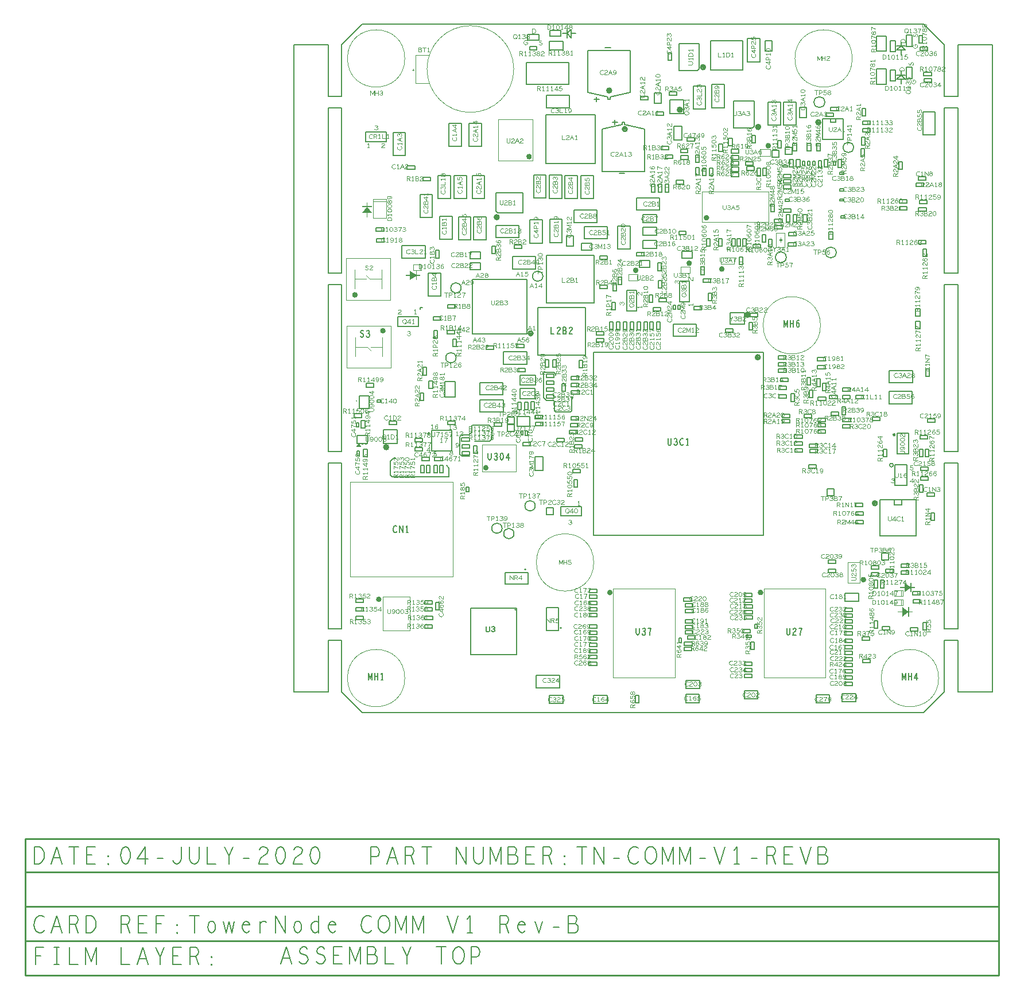
<source format=gbr>
G04 ================== begin FILE IDENTIFICATION RECORD ==================*
G04 Layout Name:  E:/CAD/CAD/FACEBOOK/COM V1/WORK/21-12-20/COM_V1_P2_21-12-2020_4.brd*
G04 Film Name:    COM_V1_P2_AST.gbr*
G04 File Format:  Gerber RS274X*
G04 File Origin:  Cadence Allegro 16.6-2015-S108*
G04 Origin Date:  Mon Dec 21 19:16:10 2020*
G04 *
G04 Layer:  DRAWING FORMAT/FILM_LABEL_OUTLINE*
G04 Layer:  REF DES/ASSEMBLY_TOP*
G04 Layer:  PACKAGE GEOMETRY/ASSEMBLY_TOP*
G04 Layer:  DRAWING FORMAT/OUTLINE*
G04 Layer:  BOARD GEOMETRY/OUTLINE*
G04 Layer:  BOARD GEOMETRY/TOOLING_CORNERS*
G04 *
G04 Offset:    (0.000 0.000)*
G04 Mirror:    No*
G04 Mode:      Positive*
G04 Rotation:  0*
G04 FullContactRelief:  No*
G04 UndefLineWidth:     6.000*
G04 ================== end FILE IDENTIFICATION RECORD ====================*
%FSLAX55Y55*MOIN*%
%IR0*IPPOS*OFA0.00000B0.00000*MIA0B0*SFA1.00000B1.00000*%
%ADD10C,.004*%
%ADD11C,.005*%
%ADD12C,.006*%
%ADD13C,.005906*%
%ADD14C,.007098*%
%ADD15C,.001969*%
%ADD16C,.01*%
%ADD17C,.0008*%
%ADD18C,.015748*%
G75*
%LPD*%
G75*
G36*
G01X101420Y59645D02*
G03I-575J0D01*
G37*
G36*
G01X107184Y83150D02*
G03I-626J0D01*
G37*
G36*
G01X45706Y253626D02*
Y254126D01*
X43706D01*
Y256626D01*
X43206D01*
Y254126D01*
X39662Y256626D01*
Y254126D01*
X37162D01*
Y253626D01*
X39662D01*
Y251126D01*
X43206Y253626D01*
Y251126D01*
X43706D01*
Y253626D01*
X45706D01*
G37*
G36*
G01X106916Y172898D02*
G03I-433J0D01*
G37*
G36*
G01X9110Y181051D02*
G03I-433J0D01*
G37*
G36*
G01X14572Y296165D02*
X15072D01*
Y294165D01*
X17572D01*
Y293665D01*
X15072D01*
X17572Y290122D01*
X15072D01*
Y287622D01*
X14572D01*
Y290122D01*
X12072D01*
X14572Y293665D01*
X12072D01*
Y294165D01*
X14572D01*
Y296165D01*
G37*
G36*
G01X127867Y49030D02*
G03I-626J0D01*
G37*
G36*
G01X332790Y72417D02*
Y72917D01*
X330790D01*
Y75417D01*
X330290D01*
Y72917D01*
X326746Y75417D01*
Y72917D01*
X324246D01*
Y72417D01*
X326746D01*
Y69917D01*
X330290Y72417D01*
Y69917D01*
X330790D01*
Y72417D01*
X332790D01*
G37*
G36*
G01X331505Y58286D02*
Y58786D01*
X329505D01*
Y61286D01*
X329005D01*
Y58786D01*
X325462Y61286D01*
Y58786D01*
X322962D01*
Y58286D01*
X325462D01*
Y55786D01*
X329005Y58286D01*
Y55786D01*
X329505D01*
Y58286D01*
X331505D01*
G37*
G36*
G01X321731Y161331D02*
G03I-922J0D01*
G37*
G54D10*
G01X103936Y127232D02*
Y124732D01*
G01X102978Y127232D02*
X104894D01*
G01X105603Y124732D02*
Y127232D01*
X106603D01*
X106936Y127107D01*
X107186Y126815D01*
X107269Y126482D01*
X107186Y126148D01*
X106978Y125898D01*
X106603Y125773D01*
X105603D01*
G01X108936Y124732D02*
Y127232D01*
X108436Y126732D01*
G01Y124732D02*
X109436D01*
G01X110519Y125232D02*
X110769Y124940D01*
X111103Y124773D01*
X111478Y124732D01*
X111811Y124773D01*
X112144Y124982D01*
X112353Y125232D01*
X112394Y125482D01*
X112311Y125773D01*
X112019Y125982D01*
X111728Y126065D01*
X111353D01*
G01X111728D02*
X111978Y126190D01*
X112186Y126398D01*
X112269Y126648D01*
X112186Y126898D01*
X111978Y127107D01*
X111603Y127232D01*
X111228Y127190D01*
X110853Y127023D01*
G01X113853Y124732D02*
X113936Y125273D01*
X114061Y125732D01*
X114228Y126148D01*
X114436Y126607D01*
X114769Y127232D01*
X113103D01*
G01X94558Y110145D02*
Y107645D01*
G01X93599Y110145D02*
X95516D01*
G01X96224Y107645D02*
Y110145D01*
X97224D01*
X97558Y110020D01*
X97808Y109728D01*
X97891Y109395D01*
X97808Y109062D01*
X97599Y108812D01*
X97224Y108687D01*
X96224D01*
G01X99558Y107645D02*
Y110145D01*
X99058Y109645D01*
G01Y107645D02*
X100058D01*
G01X101141Y108145D02*
X101391Y107854D01*
X101724Y107687D01*
X102099Y107645D01*
X102433Y107687D01*
X102766Y107895D01*
X102974Y108145D01*
X103016Y108395D01*
X102933Y108687D01*
X102641Y108895D01*
X102349Y108979D01*
X101974D01*
G01X102349D02*
X102599Y109104D01*
X102808Y109312D01*
X102891Y109562D01*
X102808Y109812D01*
X102599Y110020D01*
X102224Y110145D01*
X101849Y110104D01*
X101474Y109937D01*
G01X104558Y107645D02*
X104849Y107687D01*
X105183Y107812D01*
X105391Y108020D01*
X105474Y108312D01*
X105391Y108604D01*
X105141Y108854D01*
X104766Y108979D01*
X104349D01*
X104099Y109062D01*
X103891Y109270D01*
X103808Y109562D01*
X103933Y109854D01*
X104224Y110062D01*
X104558Y110145D01*
X104891Y110062D01*
X105183Y109854D01*
X105308Y109562D01*
X105224Y109270D01*
X105016Y109062D01*
X104766Y108979D01*
X104349D01*
X103974Y108854D01*
X103724Y108604D01*
X103641Y108312D01*
X103724Y108020D01*
X103933Y107812D01*
X104266Y107687D01*
X104558Y107645D01*
G01X85096Y114041D02*
Y111541D01*
G01X84137Y114041D02*
X86054D01*
G01X86762Y111541D02*
Y114041D01*
X87762D01*
X88096Y113916D01*
X88346Y113624D01*
X88429Y113291D01*
X88346Y112958D01*
X88137Y112708D01*
X87762Y112583D01*
X86762D01*
G01X90096Y111541D02*
Y114041D01*
X89596Y113541D01*
G01Y111541D02*
X90596D01*
G01X91679Y112041D02*
X91929Y111749D01*
X92262Y111583D01*
X92637Y111541D01*
X92971Y111583D01*
X93304Y111791D01*
X93512Y112041D01*
X93554Y112291D01*
X93471Y112583D01*
X93179Y112791D01*
X92887Y112875D01*
X92512D01*
G01X92887D02*
X93137Y112999D01*
X93346Y113208D01*
X93429Y113458D01*
X93346Y113708D01*
X93137Y113916D01*
X92762Y114041D01*
X92387Y113999D01*
X92012Y113833D01*
G01X94387Y111833D02*
X94679Y111624D01*
X95012Y111541D01*
X95346Y111624D01*
X95637Y111874D01*
X95846Y112250D01*
X95929Y112624D01*
Y113083D01*
X95846Y113458D01*
X95637Y113791D01*
X95387Y113958D01*
X95096Y114041D01*
X94762Y113958D01*
X94512Y113791D01*
X94346Y113541D01*
X94262Y113208D01*
X94346Y112916D01*
X94554Y112624D01*
X94804Y112458D01*
X95096Y112416D01*
X95429Y112500D01*
X95679Y112708D01*
X95929Y113083D01*
G01X26538Y60036D02*
Y58244D01*
X26705Y57869D01*
X27038Y57619D01*
X27455Y57536D01*
X27872Y57619D01*
X28205Y57869D01*
X28372Y58244D01*
Y60036D01*
G01X29247Y57828D02*
X29538Y57619D01*
X29872Y57536D01*
X30205Y57619D01*
X30497Y57869D01*
X30705Y58244D01*
X30789Y58619D01*
Y59078D01*
X30705Y59453D01*
X30497Y59786D01*
X30247Y59953D01*
X29955Y60036D01*
X29622Y59953D01*
X29372Y59786D01*
X29205Y59536D01*
X29122Y59203D01*
X29205Y58911D01*
X29413Y58619D01*
X29664Y58453D01*
X29955Y58411D01*
X30288Y58494D01*
X30538Y58703D01*
X30789Y59078D01*
G01X32455Y60036D02*
X32122Y59953D01*
X31872Y59744D01*
X31705Y59494D01*
X31580Y59161D01*
X31538Y58786D01*
X31580Y58411D01*
X31705Y58078D01*
X31872Y57828D01*
X32122Y57619D01*
X32455Y57536D01*
X32788Y57619D01*
X33038Y57828D01*
X33205Y58078D01*
X33330Y58411D01*
X33372Y58786D01*
X33330Y59161D01*
X33205Y59494D01*
X33038Y59744D01*
X32788Y59953D01*
X32455Y60036D01*
G01X34955D02*
X34622Y59953D01*
X34372Y59744D01*
X34205Y59494D01*
X34080Y59161D01*
X34038Y58786D01*
X34080Y58411D01*
X34205Y58078D01*
X34372Y57828D01*
X34622Y57619D01*
X34955Y57536D01*
X35288Y57619D01*
X35538Y57828D01*
X35705Y58078D01*
X35830Y58411D01*
X35872Y58786D01*
X35830Y59161D01*
X35705Y59494D01*
X35538Y59744D01*
X35288Y59953D01*
X34955Y60036D01*
G01X36538Y58036D02*
X36788Y57744D01*
X37122Y57578D01*
X37497Y57536D01*
X37830Y57578D01*
X38164Y57786D01*
X38372Y58036D01*
X38414Y58286D01*
X38330Y58578D01*
X38038Y58786D01*
X37747Y58869D01*
X37372D01*
G01X37747D02*
X37997Y58994D01*
X38205Y59203D01*
X38288Y59453D01*
X38205Y59703D01*
X37997Y59911D01*
X37622Y60036D01*
X37247Y59994D01*
X36872Y59828D01*
G01X78923Y137937D02*
X76423D01*
Y138979D01*
X76548Y139312D01*
X76714Y139520D01*
X77048Y139604D01*
X77381Y139520D01*
X77589Y139270D01*
X77714Y138979D01*
Y137937D01*
G01Y138979D02*
X78923Y139604D01*
G01Y141270D02*
X76423D01*
X76923Y140770D01*
G01X78923D02*
Y141770D01*
G01Y143770D02*
X76423D01*
X76923Y143270D01*
G01X78923D02*
Y144270D01*
G01X76839Y145479D02*
X76589Y145729D01*
X76464Y146020D01*
X76423Y146354D01*
X76506Y146770D01*
X76714Y147062D01*
X76964Y147145D01*
X77214Y147104D01*
X77423Y146937D01*
X77839Y146104D01*
X78131Y145729D01*
X78548Y145479D01*
X78923Y145395D01*
Y147145D01*
G01Y148687D02*
X78381Y148770D01*
X77923Y148895D01*
X77506Y149062D01*
X77048Y149270D01*
X76423Y149604D01*
Y147937D01*
G01X78548Y150354D02*
X78756Y150604D01*
X78881Y150895D01*
X78923Y151270D01*
X78839Y151645D01*
X78673Y151937D01*
X78381Y152145D01*
X78048Y152187D01*
X77714Y152104D01*
X77506Y151895D01*
X77339Y151604D01*
X77298Y151312D01*
X77339Y151020D01*
X77506Y150645D01*
X76423Y150770D01*
Y151895D01*
G01X36032Y136568D02*
X33532D01*
Y137609D01*
X33657Y137942D01*
X33824Y138151D01*
X34157Y138234D01*
X34490Y138151D01*
X34699Y137901D01*
X34824Y137609D01*
Y136568D01*
G01Y137609D02*
X36032Y138234D01*
G01Y139901D02*
X33532D01*
X34032Y139401D01*
G01X36032D02*
Y140401D01*
G01Y142317D02*
X35490Y142401D01*
X35032Y142526D01*
X34615Y142692D01*
X34157Y142901D01*
X33532Y143234D01*
Y141568D01*
G01X35657Y143984D02*
X35865Y144234D01*
X35990Y144526D01*
X36032Y144901D01*
X35949Y145276D01*
X35782Y145567D01*
X35490Y145776D01*
X35157Y145818D01*
X34824Y145734D01*
X34615Y145526D01*
X34449Y145234D01*
X34407Y144942D01*
X34449Y144651D01*
X34615Y144276D01*
X33532Y144401D01*
Y145526D01*
G01X35532Y146484D02*
X35824Y146734D01*
X35990Y147067D01*
X36032Y147442D01*
X35990Y147776D01*
X35782Y148109D01*
X35532Y148318D01*
X35282Y148359D01*
X34990Y148276D01*
X34782Y147984D01*
X34699Y147692D01*
Y147317D01*
G01Y147692D02*
X34574Y147942D01*
X34365Y148151D01*
X34115Y148234D01*
X33865Y148151D01*
X33657Y147942D01*
X33532Y147568D01*
X33574Y147192D01*
X33740Y146818D01*
G01X32581Y136568D02*
X30081D01*
Y137609D01*
X30206Y137942D01*
X30373Y138151D01*
X30706Y138234D01*
X31040Y138151D01*
X31248Y137901D01*
X31373Y137609D01*
Y136568D01*
G01Y137609D02*
X32581Y138234D01*
G01Y139901D02*
X30081D01*
X30581Y139401D01*
G01X32581D02*
Y140401D01*
G01Y142317D02*
X32040Y142401D01*
X31581Y142526D01*
X31164Y142692D01*
X30706Y142901D01*
X30081Y143234D01*
Y141568D01*
G01X32206Y143984D02*
X32415Y144234D01*
X32540Y144526D01*
X32581Y144901D01*
X32498Y145276D01*
X32331Y145567D01*
X32040Y145776D01*
X31706Y145818D01*
X31373Y145734D01*
X31164Y145526D01*
X30998Y145234D01*
X30956Y144942D01*
X30998Y144651D01*
X31164Y144276D01*
X30081Y144401D01*
Y145526D01*
G01X30498Y146609D02*
X30248Y146859D01*
X30123Y147151D01*
X30081Y147484D01*
X30164Y147901D01*
X30373Y148192D01*
X30623Y148276D01*
X30873Y148234D01*
X31081Y148067D01*
X31498Y147234D01*
X31790Y146859D01*
X32206Y146609D01*
X32581Y146526D01*
Y148276D01*
G01X42377Y136568D02*
X39877D01*
Y137609D01*
X40002Y137942D01*
X40168Y138151D01*
X40502Y138234D01*
X40835Y138151D01*
X41043Y137901D01*
X41168Y137609D01*
Y136568D01*
G01Y137609D02*
X42377Y138234D01*
G01Y139901D02*
X39877D01*
X40377Y139401D01*
G01X42377D02*
Y140401D01*
G01Y142317D02*
X41835Y142401D01*
X41377Y142526D01*
X40960Y142692D01*
X40502Y142901D01*
X39877Y143234D01*
Y141568D01*
G01X42002Y143984D02*
X42210Y144234D01*
X42335Y144526D01*
X42377Y144901D01*
X42294Y145276D01*
X42127Y145567D01*
X41835Y145776D01*
X41502Y145818D01*
X41168Y145734D01*
X40960Y145526D01*
X40794Y145234D01*
X40752Y144942D01*
X40794Y144651D01*
X40960Y144276D01*
X39877Y144401D01*
Y145526D01*
G01X42377Y147401D02*
X39877D01*
X40377Y146901D01*
G01X42377D02*
Y147901D01*
G01X39149Y136456D02*
X36649D01*
Y137498D01*
X36774Y137831D01*
X36940Y138040D01*
X37274Y138123D01*
X37607Y138040D01*
X37815Y137790D01*
X37940Y137498D01*
Y136456D01*
G01Y137498D02*
X39149Y138123D01*
G01Y139790D02*
X36649D01*
X37149Y139290D01*
G01X39149D02*
Y140290D01*
G01Y142206D02*
X38607Y142290D01*
X38149Y142415D01*
X37732Y142581D01*
X37274Y142790D01*
X36649Y143123D01*
Y141456D01*
G01X38774Y143873D02*
X38982Y144123D01*
X39107Y144415D01*
X39149Y144790D01*
X39066Y145165D01*
X38899Y145456D01*
X38607Y145665D01*
X38274Y145706D01*
X37940Y145623D01*
X37732Y145415D01*
X37565Y145123D01*
X37524Y144831D01*
X37565Y144540D01*
X37732Y144165D01*
X36649Y144290D01*
Y145415D01*
G01Y147290D02*
X36732Y146956D01*
X36940Y146706D01*
X37190Y146540D01*
X37524Y146415D01*
X37899Y146373D01*
X38274Y146415D01*
X38607Y146540D01*
X38857Y146706D01*
X39066Y146956D01*
X39149Y147290D01*
X39066Y147623D01*
X38857Y147873D01*
X38607Y148040D01*
X38274Y148165D01*
X37899Y148206D01*
X37524Y148165D01*
X37190Y148040D01*
X36940Y147873D01*
X36732Y147623D01*
X36649Y147290D01*
G01X4694Y66464D02*
Y68964D01*
X5736D01*
X6069Y68839D01*
X6278Y68673D01*
X6361Y68339D01*
X6278Y68006D01*
X6028Y67798D01*
X5736Y67673D01*
X4694D01*
G01X5736D02*
X6361Y66464D01*
G01X8028D02*
Y68964D01*
X7528Y68464D01*
G01Y66464D02*
X8528D01*
G01X9611Y66964D02*
X9861Y66673D01*
X10194Y66506D01*
X10569Y66464D01*
X10903Y66506D01*
X11236Y66714D01*
X11444Y66964D01*
X11486Y67214D01*
X11403Y67506D01*
X11111Y67714D01*
X10819Y67798D01*
X10444D01*
G01X10819D02*
X11069Y67923D01*
X11278Y68131D01*
X11361Y68381D01*
X11278Y68631D01*
X11069Y68839D01*
X10694Y68964D01*
X10319Y68923D01*
X9944Y68756D01*
G01X12111Y66839D02*
X12361Y66631D01*
X12653Y66506D01*
X13028Y66464D01*
X13403Y66548D01*
X13694Y66714D01*
X13903Y67006D01*
X13944Y67339D01*
X13861Y67673D01*
X13653Y67881D01*
X13361Y68048D01*
X13069Y68089D01*
X12778Y68048D01*
X12403Y67881D01*
X12528Y68964D01*
X13653D01*
G01X14736Y68548D02*
X14986Y68798D01*
X15278Y68923D01*
X15611Y68964D01*
X16028Y68881D01*
X16319Y68673D01*
X16403Y68423D01*
X16361Y68173D01*
X16194Y67964D01*
X15361Y67548D01*
X14986Y67256D01*
X14736Y66839D01*
X14653Y66464D01*
X16403D01*
G01X11130Y58935D02*
Y61435D01*
X12172D01*
X12505Y61310D01*
X12713Y61143D01*
X12796Y60810D01*
X12713Y60476D01*
X12463Y60268D01*
X12172Y60143D01*
X11130D01*
G01X12172D02*
X12796Y58935D01*
G01X14463D02*
Y61435D01*
X13963Y60935D01*
G01Y58935D02*
X14963D01*
G01X16046Y59435D02*
X16296Y59143D01*
X16630Y58976D01*
X17005Y58935D01*
X17338Y58976D01*
X17672Y59185D01*
X17880Y59435D01*
X17922Y59685D01*
X17838Y59976D01*
X17546Y60185D01*
X17255Y60268D01*
X16880D01*
G01X17255D02*
X17505Y60393D01*
X17713Y60601D01*
X17796Y60851D01*
X17713Y61102D01*
X17505Y61310D01*
X17130Y61435D01*
X16755Y61393D01*
X16380Y61226D01*
G01X18547Y59310D02*
X18797Y59101D01*
X19088Y58976D01*
X19463Y58935D01*
X19838Y59018D01*
X20130Y59185D01*
X20338Y59476D01*
X20380Y59810D01*
X20296Y60143D01*
X20088Y60352D01*
X19796Y60518D01*
X19505Y60560D01*
X19213Y60518D01*
X18838Y60352D01*
X18963Y61435D01*
X20088D01*
G01X22463Y58935D02*
Y61435D01*
X20922Y59643D01*
X23005D01*
G01X4745Y51685D02*
Y54185D01*
X5787D01*
X6120Y54060D01*
X6328Y53893D01*
X6412Y53560D01*
X6328Y53226D01*
X6078Y53018D01*
X5787Y52893D01*
X4745D01*
G01X5787D02*
X6412Y51685D01*
G01X8078D02*
Y54185D01*
X7578Y53685D01*
G01Y51685D02*
X8578D01*
G01X9662Y52185D02*
X9912Y51893D01*
X10245Y51726D01*
X10620Y51685D01*
X10953Y51726D01*
X11287Y51935D01*
X11495Y52185D01*
X11537Y52435D01*
X11453Y52726D01*
X11162Y52935D01*
X10870Y53018D01*
X10495D01*
G01X10870D02*
X11120Y53143D01*
X11328Y53351D01*
X11412Y53601D01*
X11328Y53852D01*
X11120Y54060D01*
X10745Y54185D01*
X10370Y54143D01*
X9995Y53976D01*
G01X12162Y52060D02*
X12412Y51851D01*
X12703Y51726D01*
X13078Y51685D01*
X13453Y51768D01*
X13745Y51935D01*
X13953Y52226D01*
X13995Y52560D01*
X13912Y52893D01*
X13703Y53102D01*
X13412Y53268D01*
X13120Y53310D01*
X12828Y53268D01*
X12453Y53102D01*
X12578Y54185D01*
X13703D01*
G01X14662Y52185D02*
X14912Y51893D01*
X15245Y51726D01*
X15620Y51685D01*
X15953Y51726D01*
X16287Y51935D01*
X16495Y52185D01*
X16537Y52435D01*
X16453Y52726D01*
X16162Y52935D01*
X15870Y53018D01*
X15495D01*
G01X15870D02*
X16120Y53143D01*
X16328Y53351D01*
X16412Y53601D01*
X16328Y53852D01*
X16120Y54060D01*
X15745Y54185D01*
X15370Y54143D01*
X14995Y53976D01*
G01X38247Y62890D02*
Y65390D01*
X39289D01*
X39622Y65265D01*
X39830Y65099D01*
X39914Y64765D01*
X39830Y64432D01*
X39580Y64224D01*
X39289Y64099D01*
X38247D01*
G01X39289D02*
X39914Y62890D01*
G01X41580D02*
Y65390D01*
X41080Y64890D01*
G01Y62890D02*
X42080D01*
G01X43164Y63390D02*
X43414Y63099D01*
X43747Y62932D01*
X44122Y62890D01*
X44455Y62932D01*
X44789Y63140D01*
X44997Y63390D01*
X45039Y63640D01*
X44955Y63932D01*
X44664Y64140D01*
X44372Y64224D01*
X43997D01*
G01X44372D02*
X44622Y64349D01*
X44830Y64557D01*
X44914Y64807D01*
X44830Y65057D01*
X44622Y65265D01*
X44247Y65390D01*
X43872Y65349D01*
X43497Y65182D01*
G01X45664Y63265D02*
X45914Y63057D01*
X46205Y62932D01*
X46580Y62890D01*
X46955Y62974D01*
X47247Y63140D01*
X47455Y63432D01*
X47497Y63765D01*
X47414Y64099D01*
X47205Y64307D01*
X46914Y64474D01*
X46622Y64515D01*
X46330Y64474D01*
X45955Y64307D01*
X46080Y65390D01*
X47205D01*
G01X48372Y63182D02*
X48664Y62974D01*
X48997Y62890D01*
X49330Y62974D01*
X49622Y63224D01*
X49830Y63599D01*
X49914Y63974D01*
Y64432D01*
X49830Y64807D01*
X49622Y65140D01*
X49372Y65307D01*
X49080Y65390D01*
X48747Y65307D01*
X48497Y65140D01*
X48330Y64890D01*
X48247Y64557D01*
X48330Y64265D01*
X48539Y63974D01*
X48789Y63807D01*
X49080Y63765D01*
X49414Y63849D01*
X49664Y64057D01*
X49914Y64432D01*
G01X38159Y59021D02*
Y61521D01*
X39200D01*
X39534Y61396D01*
X39742Y61229D01*
X39825Y60896D01*
X39742Y60563D01*
X39492Y60355D01*
X39200Y60230D01*
X38159D01*
G01X39200D02*
X39825Y59021D01*
G01X41492D02*
Y61521D01*
X40992Y61021D01*
G01Y59021D02*
X41992D01*
G01X43075Y59521D02*
X43325Y59230D01*
X43659Y59063D01*
X44034Y59021D01*
X44367Y59063D01*
X44700Y59271D01*
X44909Y59521D01*
X44950Y59771D01*
X44867Y60063D01*
X44575Y60271D01*
X44284Y60355D01*
X43909D01*
G01X44284D02*
X44534Y60480D01*
X44742Y60688D01*
X44825Y60938D01*
X44742Y61188D01*
X44534Y61396D01*
X44159Y61521D01*
X43784Y61480D01*
X43409Y61313D01*
G01X45575Y59396D02*
X45825Y59188D01*
X46117Y59063D01*
X46492Y59021D01*
X46867Y59104D01*
X47159Y59271D01*
X47367Y59563D01*
X47409Y59896D01*
X47325Y60230D01*
X47117Y60438D01*
X46825Y60604D01*
X46534Y60646D01*
X46242Y60604D01*
X45867Y60438D01*
X45992Y61521D01*
X47117D01*
G01X48992Y59021D02*
X49284Y59063D01*
X49617Y59188D01*
X49825Y59396D01*
X49909Y59688D01*
X49825Y59980D01*
X49575Y60230D01*
X49200Y60355D01*
X48784D01*
X48534Y60438D01*
X48325Y60646D01*
X48242Y60938D01*
X48367Y61229D01*
X48659Y61438D01*
X48992Y61521D01*
X49325Y61438D01*
X49617Y61229D01*
X49742Y60938D01*
X49659Y60646D01*
X49450Y60438D01*
X49200Y60355D01*
X48784D01*
X48409Y60230D01*
X48159Y59980D01*
X48075Y59688D01*
X48159Y59396D01*
X48367Y59188D01*
X48700Y59063D01*
X48992Y59021D01*
G01X38187Y49031D02*
Y51531D01*
X39228D01*
X39562Y51406D01*
X39770Y51239D01*
X39853Y50906D01*
X39770Y50572D01*
X39520Y50364D01*
X39228Y50239D01*
X38187D01*
G01X39228D02*
X39853Y49031D01*
G01X41520D02*
Y51531D01*
X41020Y51031D01*
G01Y49031D02*
X42020D01*
G01X43103Y49531D02*
X43353Y49239D01*
X43687Y49072D01*
X44062Y49031D01*
X44395Y49072D01*
X44728Y49281D01*
X44937Y49531D01*
X44978Y49781D01*
X44895Y50072D01*
X44603Y50281D01*
X44312Y50364D01*
X43937D01*
G01X44312D02*
X44562Y50489D01*
X44770Y50697D01*
X44853Y50947D01*
X44770Y51198D01*
X44562Y51406D01*
X44187Y51531D01*
X43812Y51489D01*
X43437Y51322D01*
G01X45728Y50072D02*
X46020Y50364D01*
X46270Y50531D01*
X46603Y50614D01*
X46895Y50531D01*
X47103Y50364D01*
X47270Y50114D01*
X47312Y49822D01*
X47270Y49572D01*
X47103Y49322D01*
X46853Y49114D01*
X46562Y49031D01*
X46228Y49114D01*
X45937Y49364D01*
X45770Y49739D01*
X45728Y50156D01*
X45812Y50697D01*
X45937Y50989D01*
X46145Y51281D01*
X46437Y51489D01*
X46728Y51531D01*
X47020Y51448D01*
X47228Y51239D01*
G01X49020Y51531D02*
X48687Y51448D01*
X48437Y51239D01*
X48270Y50989D01*
X48145Y50656D01*
X48103Y50281D01*
X48145Y49906D01*
X48270Y49572D01*
X48437Y49322D01*
X48687Y49114D01*
X49020Y49031D01*
X49353Y49114D01*
X49603Y49322D01*
X49770Y49572D01*
X49895Y49906D01*
X49937Y50281D01*
X49895Y50656D01*
X49770Y50989D01*
X49603Y51239D01*
X49353Y51448D01*
X49020Y51531D01*
G01X38489Y54000D02*
Y56500D01*
X39530D01*
X39864Y56375D01*
X40072Y56208D01*
X40155Y55875D01*
X40072Y55541D01*
X39822Y55333D01*
X39530Y55208D01*
X38489D01*
G01X39530D02*
X40155Y54000D01*
G01X41822D02*
Y56500D01*
X41322Y56000D01*
G01Y54000D02*
X42322D01*
G01X43405Y54500D02*
X43655Y54208D01*
X43989Y54041D01*
X44364Y54000D01*
X44697Y54041D01*
X45030Y54250D01*
X45239Y54500D01*
X45280Y54750D01*
X45197Y55041D01*
X44905Y55250D01*
X44614Y55333D01*
X44239D01*
G01X44614D02*
X44864Y55458D01*
X45072Y55666D01*
X45155Y55916D01*
X45072Y56166D01*
X44864Y56375D01*
X44489Y56500D01*
X44114Y56458D01*
X43739Y56291D01*
G01X46030Y55041D02*
X46322Y55333D01*
X46572Y55500D01*
X46905Y55583D01*
X47197Y55500D01*
X47405Y55333D01*
X47572Y55083D01*
X47614Y54791D01*
X47572Y54541D01*
X47405Y54291D01*
X47155Y54083D01*
X46864Y54000D01*
X46530Y54083D01*
X46239Y54333D01*
X46072Y54708D01*
X46030Y55125D01*
X46114Y55666D01*
X46239Y55958D01*
X46447Y56250D01*
X46739Y56458D01*
X47030Y56500D01*
X47322Y56416D01*
X47530Y56208D01*
G01X49322Y54000D02*
Y56500D01*
X48822Y56000D01*
G01Y54000D02*
X49822D01*
G01X56617Y57720D02*
X56492Y57470D01*
X56409Y57179D01*
Y56845D01*
X56534Y56470D01*
X56742Y56179D01*
X56992Y55970D01*
X57409Y55803D01*
X57784Y55762D01*
X58159Y55845D01*
X58409Y55970D01*
X58659Y56220D01*
X58826Y56512D01*
X58909Y56804D01*
Y57095D01*
X58826Y57387D01*
X58700Y57637D01*
X58534Y57845D01*
G01X58909Y59804D02*
X56409D01*
X58200Y58262D01*
Y60345D01*
G01X57867Y61012D02*
X57575Y61304D01*
X57409Y61554D01*
X57325Y61887D01*
X57409Y62179D01*
X57575Y62387D01*
X57825Y62554D01*
X58117Y62595D01*
X58367Y62554D01*
X58617Y62387D01*
X58826Y62137D01*
X58909Y61845D01*
X58826Y61512D01*
X58576Y61220D01*
X58200Y61054D01*
X57784Y61012D01*
X57242Y61095D01*
X56950Y61220D01*
X56659Y61429D01*
X56450Y61720D01*
X56409Y62012D01*
X56492Y62304D01*
X56700Y62512D01*
G01X57867Y63512D02*
X57575Y63804D01*
X57409Y64054D01*
X57325Y64387D01*
X57409Y64679D01*
X57575Y64887D01*
X57825Y65054D01*
X58117Y65095D01*
X58367Y65054D01*
X58617Y64887D01*
X58826Y64637D01*
X58909Y64345D01*
X58826Y64012D01*
X58576Y63720D01*
X58200Y63554D01*
X57784Y63512D01*
X57242Y63595D01*
X56950Y63720D01*
X56659Y63929D01*
X56450Y64220D01*
X56409Y64512D01*
X56492Y64804D01*
X56700Y65012D01*
G01X56825Y66012D02*
X56576Y66262D01*
X56450Y66554D01*
X56409Y66887D01*
X56492Y67304D01*
X56700Y67595D01*
X56950Y67679D01*
X57200Y67637D01*
X57409Y67470D01*
X57825Y66637D01*
X58117Y66262D01*
X58534Y66012D01*
X58909Y65929D01*
Y67679D01*
G01X108990Y139352D02*
X108865Y139102D01*
X108782Y138811D01*
Y138477D01*
X108907Y138102D01*
X109115Y137811D01*
X109365Y137602D01*
X109782Y137436D01*
X110157Y137394D01*
X110532Y137477D01*
X110782Y137602D01*
X111032Y137852D01*
X111199Y138144D01*
X111282Y138436D01*
Y138727D01*
X111199Y139019D01*
X111074Y139269D01*
X110907Y139477D01*
G01X110782Y140019D02*
X111074Y140269D01*
X111240Y140602D01*
X111282Y140977D01*
X111240Y141311D01*
X111032Y141644D01*
X110782Y141852D01*
X110532Y141894D01*
X110240Y141811D01*
X110032Y141519D01*
X109949Y141227D01*
Y140852D01*
G01Y141227D02*
X109824Y141477D01*
X109615Y141686D01*
X109365Y141769D01*
X109115Y141686D01*
X108907Y141477D01*
X108782Y141102D01*
X108824Y140727D01*
X108990Y140352D01*
G01X111282Y142352D02*
X108782D01*
X110865Y143436D01*
X108782Y144519D01*
X111282D01*
G01Y145936D02*
X108782D01*
X109282Y145436D01*
G01X111282D02*
Y146436D01*
G01Y148352D02*
X110740Y148436D01*
X110282Y148561D01*
X109865Y148727D01*
X109407Y148936D01*
X108782Y149269D01*
Y147602D01*
G01X110990Y150227D02*
X111199Y150519D01*
X111282Y150852D01*
X111199Y151186D01*
X110949Y151477D01*
X110574Y151686D01*
X110199Y151769D01*
X109740D01*
X109365Y151686D01*
X109032Y151477D01*
X108865Y151227D01*
X108782Y150936D01*
X108865Y150602D01*
X109032Y150352D01*
X109282Y150186D01*
X109615Y150102D01*
X109907Y150186D01*
X110199Y150394D01*
X110365Y150644D01*
X110407Y150936D01*
X110324Y151269D01*
X110115Y151519D01*
X109740Y151769D01*
G01X64463Y133592D02*
Y79092D01*
X4963D01*
Y134092D01*
X64463D01*
Y133592D01*
G01X97714Y77237D02*
Y79737D01*
X99631Y77237D01*
Y79737D01*
G01X100340Y77237D02*
Y79737D01*
X101381D01*
X101714Y79612D01*
X101923Y79446D01*
X102006Y79112D01*
X101923Y78779D01*
X101673Y78571D01*
X101381Y78446D01*
X100340D01*
G01X101381D02*
X102006Y77237D01*
G01X104173D02*
Y79737D01*
X102631Y77946D01*
X104714D01*
G01X71311Y124267D02*
X68811D01*
Y125309D01*
X68936Y125642D01*
X69103Y125850D01*
X69436Y125934D01*
X69770Y125850D01*
X69978Y125600D01*
X70103Y125309D01*
Y124267D01*
G01Y125309D02*
X71311Y125934D01*
G01Y127600D02*
X68811D01*
X69311Y127100D01*
G01X71311D02*
Y128100D01*
G01Y130100D02*
X71270Y130392D01*
X71145Y130725D01*
X70936Y130934D01*
X70645Y131017D01*
X70353Y130934D01*
X70103Y130684D01*
X69978Y130309D01*
Y129892D01*
X69894Y129642D01*
X69686Y129434D01*
X69395Y129350D01*
X69103Y129475D01*
X68894Y129767D01*
X68811Y130100D01*
X68894Y130434D01*
X69103Y130725D01*
X69395Y130850D01*
X69686Y130767D01*
X69894Y130559D01*
X69978Y130309D01*
Y129892D01*
X70103Y129517D01*
X70353Y129267D01*
X70645Y129184D01*
X70936Y129267D01*
X71145Y129475D01*
X71270Y129809D01*
X71311Y130100D01*
G01X70936Y131684D02*
X71145Y131934D01*
X71270Y132225D01*
X71311Y132600D01*
X71228Y132975D01*
X71061Y133267D01*
X70770Y133475D01*
X70436Y133517D01*
X70103Y133434D01*
X69894Y133225D01*
X69728Y132934D01*
X69686Y132642D01*
X69728Y132350D01*
X69894Y131975D01*
X68811Y132100D01*
Y133225D01*
G01X8080Y140455D02*
X7955Y140205D01*
X7872Y139913D01*
Y139580D01*
X7997Y139205D01*
X8205Y138913D01*
X8455Y138705D01*
X8872Y138538D01*
X9246Y138496D01*
X9622Y138580D01*
X9872Y138705D01*
X10122Y138955D01*
X10288Y139246D01*
X10372Y139538D01*
Y139830D01*
X10288Y140121D01*
X10163Y140371D01*
X9997Y140580D01*
G01X10372Y142538D02*
X7872D01*
X9663Y140996D01*
Y143080D01*
G01X10372Y144455D02*
X9830Y144538D01*
X9372Y144663D01*
X8955Y144830D01*
X8496Y145038D01*
X7872Y145371D01*
Y143705D01*
G01X9997Y146121D02*
X10205Y146371D01*
X10330Y146663D01*
X10372Y147038D01*
X10288Y147413D01*
X10122Y147705D01*
X9830Y147913D01*
X9496Y147955D01*
X9163Y147871D01*
X8955Y147663D01*
X8788Y147371D01*
X8746Y147080D01*
X8788Y146788D01*
X8955Y146413D01*
X7872Y146538D01*
Y147663D01*
G01Y149538D02*
X7955Y149205D01*
X8163Y148955D01*
X8413Y148788D01*
X8746Y148663D01*
X9122Y148621D01*
X9496Y148663D01*
X9830Y148788D01*
X10080Y148955D01*
X10288Y149205D01*
X10372Y149538D01*
X10288Y149871D01*
X10080Y150121D01*
X9830Y150288D01*
X9496Y150413D01*
X9122Y150455D01*
X8746Y150413D01*
X8413Y150288D01*
X8163Y150121D01*
X7955Y149871D01*
X7872Y149538D01*
G01X14821Y135774D02*
X12321D01*
Y136816D01*
X12446Y137149D01*
X12612Y137357D01*
X12946Y137440D01*
X13279Y137357D01*
X13487Y137107D01*
X13612Y136816D01*
Y135774D01*
G01Y136816D02*
X14821Y137440D01*
G01Y139107D02*
X12321D01*
X12821Y138607D01*
G01X14821D02*
Y139607D01*
G01Y141607D02*
X12321D01*
X12821Y141107D01*
G01X14821D02*
Y142107D01*
G01Y144607D02*
X12321D01*
X14112Y143066D01*
Y145149D01*
G01X14529Y145899D02*
X14737Y146190D01*
X14821Y146524D01*
X14737Y146857D01*
X14487Y147149D01*
X14112Y147357D01*
X13737Y147440D01*
X13279D01*
X12904Y147357D01*
X12571Y147149D01*
X12404Y146899D01*
X12321Y146607D01*
X12404Y146274D01*
X12571Y146024D01*
X12821Y145857D01*
X13154Y145774D01*
X13446Y145857D01*
X13737Y146066D01*
X13904Y146316D01*
X13946Y146607D01*
X13862Y146940D01*
X13654Y147190D01*
X13279Y147440D01*
G01X14446Y148190D02*
X14654Y148440D01*
X14779Y148732D01*
X14821Y149107D01*
X14737Y149482D01*
X14571Y149774D01*
X14279Y149982D01*
X13946Y150024D01*
X13612Y149940D01*
X13404Y149732D01*
X13237Y149440D01*
X13196Y149149D01*
X13237Y148857D01*
X13404Y148482D01*
X12321Y148607D01*
Y149732D01*
G01X58389Y203203D02*
Y200703D01*
G01X57430Y203203D02*
X59347D01*
G01X60055Y200703D02*
Y203203D01*
X61055D01*
X61389Y203078D01*
X61639Y202787D01*
X61722Y202453D01*
X61639Y202120D01*
X61430Y201870D01*
X61055Y201745D01*
X60055D01*
G01X63389Y200703D02*
Y203203D01*
X62889Y202703D01*
G01Y200703D02*
X63889D01*
G01X65097Y202787D02*
X65347Y203037D01*
X65639Y203162D01*
X65972Y203203D01*
X66389Y203120D01*
X66680Y202912D01*
X66764Y202662D01*
X66722Y202412D01*
X66555Y202203D01*
X65722Y201786D01*
X65347Y201495D01*
X65097Y201078D01*
X65014Y200703D01*
X66764D01*
G01X67597Y201745D02*
X67889Y202037D01*
X68139Y202203D01*
X68472Y202286D01*
X68764Y202203D01*
X68972Y202037D01*
X69139Y201786D01*
X69180Y201495D01*
X69139Y201245D01*
X68972Y200995D01*
X68722Y200787D01*
X68430Y200703D01*
X68097Y200787D01*
X67806Y201037D01*
X67639Y201412D01*
X67597Y201828D01*
X67680Y202370D01*
X67806Y202662D01*
X68014Y202953D01*
X68305Y203162D01*
X68597Y203203D01*
X68889Y203120D01*
X69097Y202912D01*
G01X60690Y243946D02*
Y241446D01*
G01X59731Y243946D02*
X61648D01*
G01X62356Y241446D02*
Y243946D01*
X63356D01*
X63690Y243821D01*
X63940Y243530D01*
X64023Y243196D01*
X63940Y242863D01*
X63731Y242613D01*
X63356Y242488D01*
X62356D01*
G01X65690Y241446D02*
Y243946D01*
X65190Y243446D01*
G01Y241446D02*
X66190D01*
G01X67398Y243530D02*
X67648Y243780D01*
X67940Y243905D01*
X68273Y243946D01*
X68690Y243863D01*
X68981Y243655D01*
X69065Y243405D01*
X69023Y243155D01*
X68856Y242946D01*
X68023Y242530D01*
X67648Y242238D01*
X67398Y241821D01*
X67315Y241446D01*
X69065D01*
G01X70606D02*
X70690Y241988D01*
X70815Y242446D01*
X70981Y242863D01*
X71190Y243321D01*
X71523Y243946D01*
X69856D01*
G01X110587Y157360D02*
X110337Y157485D01*
X110045Y157568D01*
X109712D01*
X109337Y157443D01*
X109045Y157235D01*
X108837Y156985D01*
X108670Y156568D01*
X108628Y156193D01*
X108712Y155818D01*
X108837Y155568D01*
X109087Y155318D01*
X109378Y155151D01*
X109670Y155068D01*
X109962D01*
X110253Y155151D01*
X110503Y155276D01*
X110712Y155443D01*
G01X111378Y157151D02*
X111628Y157401D01*
X111920Y157526D01*
X112253Y157568D01*
X112670Y157485D01*
X112962Y157276D01*
X113045Y157026D01*
X113003Y156776D01*
X112837Y156568D01*
X112003Y156151D01*
X111628Y155860D01*
X111378Y155443D01*
X111295Y155068D01*
X113045D01*
G01X115587Y157360D02*
X115337Y157485D01*
X115045Y157568D01*
X114712D01*
X114337Y157443D01*
X114045Y157235D01*
X113837Y156985D01*
X113670Y156568D01*
X113628Y156193D01*
X113712Y155818D01*
X113837Y155568D01*
X114087Y155318D01*
X114378Y155151D01*
X114670Y155068D01*
X114962D01*
X115253Y155151D01*
X115503Y155276D01*
X115712Y155443D01*
G01X117087Y155068D02*
X117170Y155610D01*
X117295Y156068D01*
X117462Y156485D01*
X117670Y156943D01*
X118003Y157568D01*
X116337D01*
G01X26631Y172246D02*
X26381Y172372D01*
X26089Y172455D01*
X25756D01*
X25381Y172330D01*
X25089Y172122D01*
X24881Y171871D01*
X24714Y171455D01*
X24673Y171080D01*
X24756Y170705D01*
X24881Y170455D01*
X25131Y170205D01*
X25423Y170038D01*
X25714Y169955D01*
X26006D01*
X26298Y170038D01*
X26548Y170163D01*
X26756Y170330D01*
G01X28214Y169955D02*
Y172455D01*
X27714Y171955D01*
G01Y169955D02*
X28714D01*
G01X29798D02*
Y172455D01*
X30631D01*
X30964Y172330D01*
X31214Y172163D01*
X31423Y171913D01*
X31589Y171621D01*
X31631Y171205D01*
X31589Y170788D01*
X31423Y170496D01*
X31214Y170246D01*
X30964Y170080D01*
X30631Y169955D01*
X29798D01*
G01X32423Y172038D02*
X32673Y172288D01*
X32964Y172413D01*
X33298Y172455D01*
X33714Y172372D01*
X34006Y172163D01*
X34089Y171913D01*
X34048Y171663D01*
X33881Y171455D01*
X33048Y171038D01*
X32673Y170746D01*
X32423Y170330D01*
X32339Y169955D01*
X34089D01*
G01X44271Y150948D02*
X44021Y151073D01*
X43729Y151156D01*
X43396D01*
X43021Y151031D01*
X42729Y150823D01*
X42521Y150573D01*
X42354Y150156D01*
X42313Y149781D01*
X42396Y149406D01*
X42521Y149156D01*
X42771Y148906D01*
X43063Y148740D01*
X43354Y148656D01*
X43646D01*
X43938Y148740D01*
X44188Y148865D01*
X44396Y149031D01*
G01X46354Y148656D02*
Y151156D01*
X44813Y149365D01*
X46896D01*
G01X47563Y149698D02*
X47854Y149990D01*
X48104Y150156D01*
X48438Y150240D01*
X48729Y150156D01*
X48938Y149990D01*
X49104Y149740D01*
X49146Y149448D01*
X49104Y149198D01*
X48938Y148948D01*
X48688Y148740D01*
X48396Y148656D01*
X48063Y148740D01*
X47771Y148990D01*
X47604Y149365D01*
X47563Y149781D01*
X47646Y150323D01*
X47771Y150615D01*
X47979Y150906D01*
X48271Y151115D01*
X48563Y151156D01*
X48854Y151073D01*
X49063Y150865D01*
G01X50771Y148656D02*
X50854Y149198D01*
X50979Y149656D01*
X51146Y150073D01*
X51354Y150531D01*
X51688Y151156D01*
X50021D01*
G01X52563Y150740D02*
X52813Y150990D01*
X53104Y151115D01*
X53438Y151156D01*
X53854Y151073D01*
X54146Y150865D01*
X54229Y150615D01*
X54188Y150365D01*
X54021Y150156D01*
X53188Y149740D01*
X52813Y149448D01*
X52563Y149031D01*
X52479Y148656D01*
X54229D01*
G01X59076Y148608D02*
X58826Y148733D01*
X58535Y148816D01*
X58201D01*
X57826Y148691D01*
X57535Y148483D01*
X57326Y148233D01*
X57160Y147816D01*
X57118Y147441D01*
X57201Y147066D01*
X57326Y146816D01*
X57576Y146566D01*
X57868Y146399D01*
X58160Y146316D01*
X58451D01*
X58743Y146399D01*
X58993Y146524D01*
X59201Y146691D01*
G01X61160Y146316D02*
Y148816D01*
X59618Y147024D01*
X61701D01*
G01X62368Y147358D02*
X62660Y147649D01*
X62910Y147816D01*
X63243Y147899D01*
X63535Y147816D01*
X63743Y147649D01*
X63910Y147399D01*
X63951Y147108D01*
X63910Y146858D01*
X63743Y146608D01*
X63493Y146399D01*
X63201Y146316D01*
X62868Y146399D01*
X62576Y146649D01*
X62410Y147024D01*
X62368Y147441D01*
X62451Y147983D01*
X62576Y148274D01*
X62785Y148566D01*
X63076Y148774D01*
X63368Y148816D01*
X63660Y148733D01*
X63868Y148524D01*
G01X65576Y146316D02*
X65660Y146858D01*
X65785Y147316D01*
X65951Y147733D01*
X66160Y148191D01*
X66493Y148816D01*
X64826D01*
G01X68160Y146316D02*
Y148816D01*
X67660Y148316D01*
G01Y146316D02*
X68660D01*
G01X84876Y168625D02*
Y171125D01*
X85918D01*
X86251Y171000D01*
X86459Y170834D01*
X86542Y170500D01*
X86459Y170167D01*
X86209Y169959D01*
X85918Y169834D01*
X84876D01*
G01X85918D02*
X86542Y168625D01*
G01X87292Y169125D02*
X87542Y168834D01*
X87876Y168667D01*
X88251Y168625D01*
X88584Y168667D01*
X88918Y168875D01*
X89126Y169125D01*
X89168Y169375D01*
X89084Y169667D01*
X88792Y169875D01*
X88501Y169959D01*
X88126D01*
G01X88501D02*
X88751Y170084D01*
X88959Y170292D01*
X89042Y170542D01*
X88959Y170792D01*
X88751Y171000D01*
X88376Y171125D01*
X88001Y171084D01*
X87626Y170917D01*
G01X91042Y169959D02*
X91209Y170084D01*
X91334Y170292D01*
X91418Y170584D01*
X91334Y170834D01*
X91168Y171000D01*
X90876Y171125D01*
X89751D01*
Y168625D01*
X91126D01*
X91418Y168792D01*
X91584Y169042D01*
X91668Y169334D01*
X91584Y169625D01*
X91334Y169875D01*
X91042Y169959D01*
X89751D01*
G01X93209Y168625D02*
Y171125D01*
X92709Y170625D01*
G01Y168625D02*
X93709D01*
G01X95001Y168917D02*
X95292Y168709D01*
X95626Y168625D01*
X95959Y168709D01*
X96251Y168958D01*
X96459Y169334D01*
X96542Y169709D01*
Y170167D01*
X96459Y170542D01*
X96251Y170875D01*
X96001Y171042D01*
X95709Y171125D01*
X95376Y171042D01*
X95126Y170875D01*
X94959Y170625D01*
X94876Y170292D01*
X94959Y170000D01*
X95168Y169709D01*
X95418Y169542D01*
X95709Y169500D01*
X96042Y169584D01*
X96292Y169792D01*
X96542Y170167D01*
G01X37150Y160075D02*
Y162575D01*
X38192D01*
X38525Y162450D01*
X38733Y162284D01*
X38817Y161950D01*
X38733Y161617D01*
X38483Y161409D01*
X38192Y161284D01*
X37150D01*
G01X38192D02*
X38817Y160075D01*
G01X40483D02*
Y162575D01*
X39983Y162075D01*
G01Y160075D02*
X40983D01*
G01X42983D02*
Y162575D01*
X42483Y162075D01*
G01Y160075D02*
X43483D01*
G01X44566Y160575D02*
X44816Y160284D01*
X45150Y160117D01*
X45525Y160075D01*
X45858Y160117D01*
X46192Y160325D01*
X46400Y160575D01*
X46442Y160825D01*
X46358Y161117D01*
X46067Y161325D01*
X45775Y161409D01*
X45400D01*
G01X45775D02*
X46025Y161534D01*
X46233Y161742D01*
X46317Y161992D01*
X46233Y162242D01*
X46025Y162450D01*
X45650Y162575D01*
X45275Y162534D01*
X44900Y162367D01*
G01X47900Y160075D02*
X47983Y160617D01*
X48108Y161075D01*
X48275Y161492D01*
X48483Y161950D01*
X48816Y162575D01*
X47150D01*
G01X50483Y160075D02*
X50775Y160117D01*
X51108Y160242D01*
X51316Y160450D01*
X51400Y160742D01*
X51316Y161034D01*
X51066Y161284D01*
X50692Y161409D01*
X50275D01*
X50025Y161492D01*
X49816Y161700D01*
X49733Y161992D01*
X49858Y162284D01*
X50150Y162492D01*
X50483Y162575D01*
X50816Y162492D01*
X51108Y162284D01*
X51233Y161992D01*
X51150Y161700D01*
X50942Y161492D01*
X50692Y161409D01*
X50275D01*
X49900Y161284D01*
X49650Y161034D01*
X49566Y160742D01*
X49650Y160450D01*
X49858Y160242D01*
X50192Y160117D01*
X50483Y160075D01*
G01X37345Y154453D02*
Y156953D01*
X38387D01*
X38720Y156828D01*
X38928Y156661D01*
X39012Y156328D01*
X38928Y155994D01*
X38678Y155786D01*
X38387Y155661D01*
X37345D01*
G01X38387D02*
X39012Y154453D01*
G01X40678D02*
Y156953D01*
X40178Y156453D01*
G01Y154453D02*
X41178D01*
G01X43178D02*
Y156953D01*
X42678Y156453D01*
G01Y154453D02*
X43678D01*
G01X44762Y154953D02*
X45012Y154661D01*
X45345Y154494D01*
X45720Y154453D01*
X46053Y154494D01*
X46387Y154703D01*
X46595Y154953D01*
X46637Y155203D01*
X46553Y155494D01*
X46262Y155703D01*
X45970Y155786D01*
X45595D01*
G01X45970D02*
X46220Y155911D01*
X46428Y156119D01*
X46512Y156369D01*
X46428Y156620D01*
X46220Y156828D01*
X45845Y156953D01*
X45470Y156911D01*
X45095Y156744D01*
G01X48095Y154453D02*
X48178Y154994D01*
X48303Y155453D01*
X48470Y155870D01*
X48678Y156328D01*
X49012Y156953D01*
X47345D01*
G01X50595Y154453D02*
X50678Y154994D01*
X50803Y155453D01*
X50970Y155870D01*
X51178Y156328D01*
X51512Y156953D01*
X49845D01*
G01X73920Y158514D02*
Y161014D01*
X74962D01*
X75295Y160889D01*
X75504Y160722D01*
X75587Y160389D01*
X75504Y160055D01*
X75254Y159847D01*
X74962Y159722D01*
X73920D01*
G01X74962D02*
X75587Y158514D01*
G01X77254D02*
Y161014D01*
X76754Y160514D01*
G01Y158514D02*
X77754D01*
G01X79754D02*
Y161014D01*
X79254Y160514D01*
G01Y158514D02*
X80254D01*
G01X81337Y159014D02*
X81587Y158722D01*
X81920Y158555D01*
X82295Y158514D01*
X82629Y158555D01*
X82962Y158764D01*
X83170Y159014D01*
X83212Y159264D01*
X83129Y159555D01*
X82837Y159764D01*
X82545Y159847D01*
X82170D01*
G01X82545D02*
X82795Y159972D01*
X83004Y160180D01*
X83087Y160430D01*
X83004Y160680D01*
X82795Y160889D01*
X82420Y161014D01*
X82045Y160972D01*
X81670Y160805D01*
G01X84670Y158514D02*
X84754Y159055D01*
X84879Y159514D01*
X85045Y159930D01*
X85254Y160389D01*
X85587Y161014D01*
X83920D01*
G01X86462Y159555D02*
X86754Y159847D01*
X87004Y160014D01*
X87337Y160097D01*
X87629Y160014D01*
X87837Y159847D01*
X88004Y159597D01*
X88045Y159305D01*
X88004Y159055D01*
X87837Y158805D01*
X87587Y158597D01*
X87295Y158514D01*
X86962Y158597D01*
X86670Y158847D01*
X86504Y159222D01*
X86462Y159639D01*
X86545Y160180D01*
X86670Y160472D01*
X86879Y160764D01*
X87170Y160972D01*
X87462Y161014D01*
X87754Y160930D01*
X87962Y160722D01*
G01X73920Y161185D02*
Y163685D01*
X74962D01*
X75295Y163560D01*
X75504Y163394D01*
X75587Y163060D01*
X75504Y162727D01*
X75254Y162519D01*
X74962Y162394D01*
X73920D01*
G01X74962D02*
X75587Y161185D01*
G01X77254D02*
Y163685D01*
X76754Y163185D01*
G01Y161185D02*
X77754D01*
G01X79754D02*
Y163685D01*
X79254Y163185D01*
G01Y161185D02*
X80254D01*
G01X81337Y161685D02*
X81587Y161394D01*
X81920Y161227D01*
X82295Y161185D01*
X82629Y161227D01*
X82962Y161435D01*
X83170Y161685D01*
X83212Y161935D01*
X83129Y162227D01*
X82837Y162435D01*
X82545Y162519D01*
X82170D01*
G01X82545D02*
X82795Y162644D01*
X83004Y162852D01*
X83087Y163102D01*
X83004Y163352D01*
X82795Y163560D01*
X82420Y163685D01*
X82045Y163644D01*
X81670Y163477D01*
G01X84670Y161185D02*
X84754Y161727D01*
X84879Y162185D01*
X85045Y162602D01*
X85254Y163060D01*
X85587Y163685D01*
X83920D01*
G01X86337Y161560D02*
X86587Y161352D01*
X86879Y161227D01*
X87254Y161185D01*
X87629Y161268D01*
X87920Y161435D01*
X88129Y161727D01*
X88170Y162060D01*
X88087Y162394D01*
X87879Y162602D01*
X87587Y162768D01*
X87295Y162810D01*
X87004Y162768D01*
X86629Y162602D01*
X86754Y163685D01*
X87879D01*
G01X57348Y169821D02*
Y172321D01*
X58390D01*
X58723Y172196D01*
X58932Y172029D01*
X59015Y171696D01*
X58932Y171362D01*
X58682Y171154D01*
X58390Y171029D01*
X57348D01*
G01X58390D02*
X59015Y169821D01*
G01X60682D02*
Y172321D01*
X60182Y171821D01*
G01Y169821D02*
X61182D01*
G01X63182D02*
Y172321D01*
X62682Y171821D01*
G01Y169821D02*
X63682D01*
G01X64765Y170321D02*
X65015Y170029D01*
X65348Y169862D01*
X65723Y169821D01*
X66057Y169862D01*
X66390Y170071D01*
X66598Y170321D01*
X66640Y170571D01*
X66557Y170862D01*
X66265Y171071D01*
X65973Y171154D01*
X65598D01*
G01X65973D02*
X66223Y171279D01*
X66432Y171487D01*
X66515Y171737D01*
X66432Y171988D01*
X66223Y172196D01*
X65848Y172321D01*
X65473Y172279D01*
X65098Y172112D01*
G01X68098Y169821D02*
X68182Y170362D01*
X68307Y170821D01*
X68473Y171238D01*
X68682Y171696D01*
X69015Y172321D01*
X67348D01*
G01X71182Y169821D02*
Y172321D01*
X69640Y170529D01*
X71723D01*
G01X73920Y163857D02*
Y166357D01*
X74962D01*
X75295Y166232D01*
X75504Y166065D01*
X75587Y165732D01*
X75504Y165398D01*
X75254Y165190D01*
X74962Y165065D01*
X73920D01*
G01X74962D02*
X75587Y163857D01*
G01X77254D02*
Y166357D01*
X76754Y165857D01*
G01Y163857D02*
X77754D01*
G01X79754D02*
Y166357D01*
X79254Y165857D01*
G01Y163857D02*
X80254D01*
G01X81462Y165940D02*
X81712Y166190D01*
X82004Y166315D01*
X82337Y166357D01*
X82754Y166273D01*
X83045Y166065D01*
X83129Y165815D01*
X83087Y165565D01*
X82920Y165357D01*
X82087Y164940D01*
X81712Y164648D01*
X81462Y164232D01*
X81379Y163857D01*
X83129D01*
G01X83837Y164232D02*
X84087Y164023D01*
X84379Y163898D01*
X84754Y163857D01*
X85129Y163940D01*
X85420Y164107D01*
X85629Y164398D01*
X85670Y164732D01*
X85587Y165065D01*
X85379Y165273D01*
X85087Y165440D01*
X84795Y165482D01*
X84504Y165440D01*
X84129Y165273D01*
X84254Y166357D01*
X85379D01*
G01X86462Y164898D02*
X86754Y165190D01*
X87004Y165357D01*
X87337Y165440D01*
X87629Y165357D01*
X87837Y165190D01*
X88004Y164940D01*
X88045Y164648D01*
X88004Y164398D01*
X87837Y164148D01*
X87587Y163940D01*
X87295Y163857D01*
X86962Y163940D01*
X86670Y164190D01*
X86504Y164565D01*
X86462Y164982D01*
X86545Y165523D01*
X86670Y165815D01*
X86879Y166107D01*
X87170Y166315D01*
X87462Y166357D01*
X87754Y166273D01*
X87962Y166065D01*
G01X92083Y197922D02*
Y200422D01*
X93124D01*
X93458Y200297D01*
X93666Y200131D01*
X93749Y199797D01*
X93666Y199464D01*
X93416Y199256D01*
X93124Y199131D01*
X92083D01*
G01X93124D02*
X93749Y197922D01*
G01X94624Y200006D02*
X94874Y200256D01*
X95166Y200381D01*
X95499Y200422D01*
X95916Y200339D01*
X96208Y200131D01*
X96291Y199881D01*
X96249Y199631D01*
X96083Y199422D01*
X95249Y199006D01*
X94874Y198714D01*
X94624Y198297D01*
X94541Y197922D01*
X96291D01*
G01X98249Y199256D02*
X98416Y199381D01*
X98541Y199589D01*
X98624Y199881D01*
X98541Y200131D01*
X98374Y200297D01*
X98083Y200422D01*
X96958D01*
Y197922D01*
X98333D01*
X98624Y198089D01*
X98791Y198339D01*
X98874Y198631D01*
X98791Y198922D01*
X98541Y199172D01*
X98249Y199256D01*
X96958D01*
G01X99499Y198422D02*
X99749Y198131D01*
X100083Y197964D01*
X100458Y197922D01*
X100791Y197964D01*
X101124Y198172D01*
X101333Y198422D01*
X101374Y198672D01*
X101291Y198964D01*
X100999Y199172D01*
X100708Y199256D01*
X100333D01*
G01X100708D02*
X100958Y199381D01*
X101166Y199589D01*
X101249Y199839D01*
X101166Y200089D01*
X100958Y200297D01*
X100583Y200422D01*
X100208Y200381D01*
X99833Y200214D01*
G01X102916Y197922D02*
Y200422D01*
X102416Y199922D01*
G01Y197922D02*
X103416D01*
G01X73479Y211140D02*
Y213640D01*
X74521D01*
X74854Y213515D01*
X75062Y213348D01*
X75146Y213015D01*
X75062Y212681D01*
X74812Y212473D01*
X74521Y212348D01*
X73479D01*
G01X74521D02*
X75146Y211140D01*
G01X76021Y213223D02*
X76271Y213473D01*
X76562Y213598D01*
X76896Y213640D01*
X77312Y213556D01*
X77604Y213348D01*
X77687Y213098D01*
X77646Y212848D01*
X77479Y212640D01*
X76646Y212223D01*
X76271Y211931D01*
X76021Y211515D01*
X75937Y211140D01*
X77687D01*
G01X79646Y212473D02*
X79812Y212598D01*
X79937Y212806D01*
X80021Y213098D01*
X79937Y213348D01*
X79771Y213515D01*
X79479Y213640D01*
X78354D01*
Y211140D01*
X79729D01*
X80021Y211306D01*
X80187Y211556D01*
X80271Y211848D01*
X80187Y212140D01*
X79937Y212390D01*
X79646Y212473D01*
X78354D01*
G01X81021Y213223D02*
X81271Y213473D01*
X81562Y213598D01*
X81896Y213640D01*
X82312Y213556D01*
X82604Y213348D01*
X82687Y213098D01*
X82646Y212848D01*
X82479Y212640D01*
X81646Y212223D01*
X81271Y211931D01*
X81021Y211515D01*
X80937Y211140D01*
X82687D01*
G01X83521Y213223D02*
X83771Y213473D01*
X84062Y213598D01*
X84396Y213640D01*
X84812Y213556D01*
X85104Y213348D01*
X85187Y213098D01*
X85146Y212848D01*
X84979Y212640D01*
X84146Y212223D01*
X83771Y211931D01*
X83521Y211515D01*
X83437Y211140D01*
X85187D01*
G01X51347Y263001D02*
X51222Y262751D01*
X51139Y262459D01*
Y262126D01*
X51264Y261751D01*
X51472Y261459D01*
X51722Y261251D01*
X52139Y261084D01*
X52514Y261043D01*
X52889Y261126D01*
X53139Y261251D01*
X53389Y261501D01*
X53556Y261793D01*
X53639Y262084D01*
Y262376D01*
X53556Y262668D01*
X53430Y262918D01*
X53264Y263126D01*
G01X53639Y264584D02*
X51139D01*
X51639Y264084D01*
G01X53639D02*
Y265084D01*
G01X52305Y267418D02*
X52180Y267584D01*
X51972Y267709D01*
X51680Y267793D01*
X51430Y267709D01*
X51264Y267543D01*
X51139Y267251D01*
Y266126D01*
X53639D01*
Y267501D01*
X53472Y267793D01*
X53222Y267959D01*
X52930Y268043D01*
X52639Y267959D01*
X52389Y267709D01*
X52305Y267418D01*
Y266126D01*
G01X53139Y268668D02*
X53430Y268918D01*
X53597Y269251D01*
X53639Y269626D01*
X53597Y269959D01*
X53389Y270293D01*
X53139Y270501D01*
X52889Y270543D01*
X52597Y270459D01*
X52389Y270168D01*
X52305Y269876D01*
Y269501D01*
G01Y269876D02*
X52180Y270126D01*
X51972Y270334D01*
X51722Y270418D01*
X51472Y270334D01*
X51264Y270126D01*
X51139Y269751D01*
X51181Y269376D01*
X51347Y269001D01*
G01X69112Y207280D02*
X66612D01*
Y208322D01*
X66737Y208655D01*
X66904Y208864D01*
X67237Y208947D01*
X67571Y208864D01*
X67779Y208614D01*
X67904Y208322D01*
Y207280D01*
G01Y208322D02*
X69112Y208947D01*
G01Y210614D02*
X66612D01*
X67112Y210114D01*
G01X69112D02*
Y211114D01*
G01Y213114D02*
X66612D01*
X67112Y212614D01*
G01X69112D02*
Y213614D01*
G01Y215614D02*
X66612D01*
X67112Y215114D01*
G01X69112D02*
Y216114D01*
G01Y218614D02*
X66612D01*
X68404Y217072D01*
Y219155D01*
G01X69112Y221114D02*
X66612D01*
X68404Y219572D01*
Y221655D01*
G01X88105Y212115D02*
Y214615D01*
X89147D01*
X89480Y214490D01*
X89688Y214324D01*
X89772Y213990D01*
X89688Y213657D01*
X89438Y213449D01*
X89147Y213324D01*
X88105D01*
G01X89147D02*
X89772Y212115D01*
G01X91438D02*
Y214615D01*
X90938Y214115D01*
G01Y212115D02*
X91938D01*
G01X93938D02*
Y214615D01*
X93438Y214115D01*
G01Y212115D02*
X94438D01*
G01X96438D02*
Y214615D01*
X95938Y214115D01*
G01Y212115D02*
X96938D01*
G01X98022Y212490D02*
X98272Y212282D01*
X98563Y212157D01*
X98938Y212115D01*
X99313Y212198D01*
X99605Y212365D01*
X99813Y212657D01*
X99855Y212990D01*
X99772Y213324D01*
X99563Y213532D01*
X99272Y213698D01*
X98980Y213740D01*
X98688Y213698D01*
X98313Y213532D01*
X98438Y214615D01*
X99563D01*
G01X100522Y212490D02*
X100772Y212282D01*
X101063Y212157D01*
X101438Y212115D01*
X101813Y212198D01*
X102105Y212365D01*
X102313Y212657D01*
X102355Y212990D01*
X102272Y213324D01*
X102063Y213532D01*
X101772Y213698D01*
X101480Y213740D01*
X101188Y213698D01*
X100813Y213532D01*
X100938Y214615D01*
X102063D01*
G01X55490Y207144D02*
X52990D01*
Y208186D01*
X53115Y208519D01*
X53282Y208727D01*
X53615Y208810D01*
X53948Y208727D01*
X54157Y208477D01*
X54282Y208186D01*
Y207144D01*
G01Y208186D02*
X55490Y208810D01*
G01Y210477D02*
X52990D01*
X53490Y209977D01*
G01X55490D02*
Y210977D01*
G01Y212144D02*
X52990D01*
Y213144D01*
X53115Y213477D01*
X53407Y213727D01*
X53740Y213810D01*
X54073Y213727D01*
X54323Y213519D01*
X54448Y213144D01*
Y212144D01*
G01X53407Y214686D02*
X53157Y214936D01*
X53032Y215227D01*
X52990Y215561D01*
X53073Y215977D01*
X53282Y216269D01*
X53532Y216352D01*
X53782Y216311D01*
X53990Y216144D01*
X54407Y215310D01*
X54698Y214936D01*
X55115Y214686D01*
X55490Y214602D01*
Y216352D01*
G01Y217977D02*
X55448Y218269D01*
X55323Y218602D01*
X55115Y218811D01*
X54823Y218894D01*
X54532Y218811D01*
X54282Y218561D01*
X54157Y218186D01*
Y217769D01*
X54073Y217519D01*
X53865Y217310D01*
X53573Y217227D01*
X53282Y217352D01*
X53073Y217644D01*
X52990Y217977D01*
X53073Y218310D01*
X53282Y218602D01*
X53573Y218727D01*
X53865Y218644D01*
X54073Y218436D01*
X54157Y218186D01*
Y217769D01*
X54282Y217394D01*
X54532Y217144D01*
X54823Y217060D01*
X55115Y217144D01*
X55323Y217352D01*
X55448Y217686D01*
X55490Y217977D01*
G01X57632Y222402D02*
Y224902D01*
X58673D01*
X59007Y224777D01*
X59215Y224610D01*
X59298Y224277D01*
X59215Y223944D01*
X58965Y223735D01*
X58673Y223610D01*
X57632D01*
G01X58673D02*
X59298Y222402D01*
G01X60965D02*
Y224902D01*
X60465Y224402D01*
G01Y222402D02*
X61465D01*
G01X63798Y223735D02*
X63965Y223860D01*
X64090Y224069D01*
X64173Y224360D01*
X64090Y224610D01*
X63923Y224777D01*
X63632Y224902D01*
X62507D01*
Y222402D01*
X63882D01*
X64173Y222569D01*
X64340Y222819D01*
X64423Y223110D01*
X64340Y223402D01*
X64090Y223652D01*
X63798Y223735D01*
X62507D01*
G01X65965Y222402D02*
Y224902D01*
X65465Y224402D01*
G01Y222402D02*
X66465D01*
G01X68965D02*
Y224902D01*
X67423Y223110D01*
X69506D01*
G01X65195Y234912D02*
Y237412D01*
X66237D01*
X66570Y237287D01*
X66778Y237120D01*
X66862Y236787D01*
X66778Y236453D01*
X66528Y236245D01*
X66237Y236120D01*
X65195D01*
G01X66237D02*
X66862Y234912D01*
G01X68528D02*
Y237412D01*
X68028Y236912D01*
G01Y234912D02*
X69028D01*
G01X71362Y236245D02*
X71528Y236370D01*
X71653Y236578D01*
X71737Y236870D01*
X71653Y237120D01*
X71487Y237287D01*
X71195Y237412D01*
X70070D01*
Y234912D01*
X71445D01*
X71737Y235078D01*
X71903Y235328D01*
X71987Y235620D01*
X71903Y235911D01*
X71653Y236162D01*
X71362Y236245D01*
X70070D01*
G01X73528Y234912D02*
X73820Y234953D01*
X74153Y235078D01*
X74362Y235286D01*
X74445Y235578D01*
X74362Y235870D01*
X74112Y236120D01*
X73737Y236245D01*
X73320D01*
X73070Y236328D01*
X72862Y236537D01*
X72778Y236828D01*
X72903Y237120D01*
X73195Y237328D01*
X73528Y237412D01*
X73862Y237328D01*
X74153Y237120D01*
X74278Y236828D01*
X74195Y236537D01*
X73987Y236328D01*
X73737Y236245D01*
X73320D01*
X72945Y236120D01*
X72695Y235870D01*
X72612Y235578D01*
X72695Y235286D01*
X72903Y235078D01*
X73237Y234953D01*
X73528Y234912D01*
G01X58617Y230384D02*
X58367Y230510D01*
X58075Y230593D01*
X57742D01*
X57367Y230468D01*
X57075Y230260D01*
X56867Y230009D01*
X56700Y229593D01*
X56659Y229218D01*
X56742Y228843D01*
X56867Y228593D01*
X57117Y228343D01*
X57409Y228176D01*
X57700Y228093D01*
X57992D01*
X58284Y228176D01*
X58534Y228301D01*
X58742Y228468D01*
G01X60200Y228093D02*
Y230593D01*
X59700Y230093D01*
G01Y228093D02*
X60700D01*
G01X63034Y229426D02*
X63200Y229551D01*
X63325Y229759D01*
X63409Y230051D01*
X63325Y230301D01*
X63159Y230468D01*
X62867Y230593D01*
X61742D01*
Y228093D01*
X63117D01*
X63409Y228259D01*
X63575Y228510D01*
X63659Y228801D01*
X63575Y229093D01*
X63325Y229343D01*
X63034Y229426D01*
X61742D01*
G01X65117Y228093D02*
X65200Y228634D01*
X65325Y229093D01*
X65492Y229510D01*
X65700Y229968D01*
X66034Y230593D01*
X64367D01*
G01X44800Y258067D02*
Y260567D01*
X45634D01*
X45967Y260442D01*
X46217Y260275D01*
X46426Y260025D01*
X46592Y259733D01*
X46634Y259317D01*
X46592Y258900D01*
X46426Y258608D01*
X46217Y258358D01*
X45967Y258192D01*
X45634Y258067D01*
X44800D01*
G01X48217D02*
Y260567D01*
X47717Y260067D01*
G01Y258067D02*
X48717D01*
G01X50717Y260567D02*
X50384Y260484D01*
X50134Y260275D01*
X49967Y260025D01*
X49842Y259692D01*
X49800Y259317D01*
X49842Y258942D01*
X49967Y258608D01*
X50134Y258358D01*
X50384Y258150D01*
X50717Y258067D01*
X51050Y258150D01*
X51301Y258358D01*
X51467Y258608D01*
X51592Y258942D01*
X51634Y259317D01*
X51592Y259692D01*
X51467Y260025D01*
X51301Y260275D01*
X51050Y260484D01*
X50717Y260567D01*
G01X53217Y258067D02*
Y260567D01*
X52717Y260067D01*
G01Y258067D02*
X53717D01*
G01X54800Y258567D02*
X55050Y258275D01*
X55384Y258109D01*
X55759Y258067D01*
X56092Y258109D01*
X56426Y258317D01*
X56634Y258567D01*
X56676Y258817D01*
X56592Y259108D01*
X56300Y259317D01*
X56009Y259400D01*
X55634D01*
G01X56009D02*
X56259Y259525D01*
X56467Y259733D01*
X56550Y259983D01*
X56467Y260234D01*
X56259Y260442D01*
X55884Y260567D01*
X55509Y260525D01*
X55134Y260358D01*
G01X57425Y259108D02*
X57717Y259400D01*
X57967Y259567D01*
X58301Y259650D01*
X58592Y259567D01*
X58800Y259400D01*
X58967Y259150D01*
X59009Y258858D01*
X58967Y258608D01*
X58800Y258358D01*
X58551Y258150D01*
X58259Y258067D01*
X57926Y258150D01*
X57634Y258400D01*
X57467Y258775D01*
X57425Y259192D01*
X57509Y259733D01*
X57634Y260025D01*
X57842Y260317D01*
X58134Y260525D01*
X58426Y260567D01*
X58717Y260484D01*
X58926Y260275D01*
G01X24537Y158961D02*
X24204Y159003D01*
X23912Y159170D01*
X23662Y159420D01*
X23496Y159711D01*
X23412Y160044D01*
Y160378D01*
X23496Y160711D01*
X23662Y161003D01*
X23912Y161253D01*
X24204Y161420D01*
X24537Y161461D01*
X24870Y161420D01*
X25162Y161253D01*
X25412Y161003D01*
X25579Y160711D01*
X25662Y160378D01*
Y160044D01*
X25579Y159711D01*
X25412Y159420D01*
X25162Y159170D01*
X24870Y159003D01*
X24537Y158961D01*
G01X24870Y159628D02*
X25370Y158961D01*
G01X27037D02*
Y161461D01*
X26537Y160961D01*
G01Y158961D02*
X27537D01*
G01X28620D02*
Y161461D01*
X29454D01*
X29787Y161336D01*
X30037Y161170D01*
X30246Y160920D01*
X30412Y160628D01*
X30454Y160211D01*
X30412Y159794D01*
X30246Y159503D01*
X30037Y159253D01*
X29787Y159086D01*
X29454Y158961D01*
X28620D01*
G01X32037D02*
Y161461D01*
X31537Y160961D01*
G01Y158961D02*
X32537D01*
G01X36441Y226050D02*
X36107Y226092D01*
X35816Y226258D01*
X35566Y226508D01*
X35399Y226800D01*
X35316Y227133D01*
Y227467D01*
X35399Y227800D01*
X35566Y228092D01*
X35816Y228342D01*
X36107Y228508D01*
X36441Y228550D01*
X36774Y228508D01*
X37066Y228342D01*
X37316Y228092D01*
X37482Y227800D01*
X37566Y227467D01*
Y227133D01*
X37482Y226800D01*
X37316Y226508D01*
X37066Y226258D01*
X36774Y226092D01*
X36441Y226050D01*
G01X36774Y226717D02*
X37274Y226050D01*
G01X39441D02*
Y228550D01*
X37899Y226758D01*
X39982D01*
G01X41441Y226050D02*
Y228550D01*
X40941Y228050D01*
G01Y226050D02*
X41941D01*
G01X37988Y219495D02*
X38238Y219203D01*
X38571Y219036D01*
X38946Y218995D01*
X39279Y219036D01*
X39613Y219245D01*
X39821Y219495D01*
X39863Y219745D01*
X39779Y220036D01*
X39488Y220245D01*
X39196Y220328D01*
X38821D01*
G01X39196D02*
X39446Y220453D01*
X39654Y220661D01*
X39738Y220911D01*
X39654Y221161D01*
X39446Y221370D01*
X39071Y221495D01*
X38696Y221453D01*
X38321Y221286D01*
G01X32788Y233538D02*
X33038Y233788D01*
X33330Y233913D01*
X33663Y233954D01*
X34080Y233871D01*
X34371Y233663D01*
X34455Y233413D01*
X34413Y233163D01*
X34246Y232954D01*
X33413Y232538D01*
X33038Y232246D01*
X32788Y231829D01*
X32705Y231454D01*
X34455D01*
G01X42730Y231713D02*
Y234213D01*
X42230Y233713D01*
G01Y231713D02*
X43230D01*
G01X76130Y215301D02*
X77172Y217801D01*
X78214Y215301D01*
G01X77839Y216176D02*
X76505D01*
G01X80172Y215301D02*
Y217801D01*
X78630Y216009D01*
X80714D01*
G01X81255Y215801D02*
X81505Y215509D01*
X81839Y215343D01*
X82214Y215301D01*
X82547Y215343D01*
X82880Y215551D01*
X83089Y215801D01*
X83130Y216051D01*
X83047Y216342D01*
X82755Y216551D01*
X82464Y216634D01*
X82089D01*
G01X82464D02*
X82714Y216759D01*
X82922Y216967D01*
X83005Y217217D01*
X82922Y217468D01*
X82714Y217676D01*
X82339Y217801D01*
X81964Y217759D01*
X81589Y217592D01*
G01X101773Y215353D02*
X102814Y217853D01*
X103856Y215353D01*
G01X103481Y216228D02*
X102148D01*
G01X104398Y215728D02*
X104648Y215519D01*
X104939Y215395D01*
X105314Y215353D01*
X105689Y215436D01*
X105981Y215603D01*
X106189Y215894D01*
X106231Y216228D01*
X106148Y216561D01*
X105939Y216770D01*
X105648Y216936D01*
X105356Y216978D01*
X105064Y216936D01*
X104689Y216770D01*
X104814Y217853D01*
X105939D01*
G01X107023Y216394D02*
X107314Y216686D01*
X107564Y216853D01*
X107898Y216936D01*
X108189Y216853D01*
X108398Y216686D01*
X108564Y216436D01*
X108606Y216144D01*
X108564Y215894D01*
X108398Y215644D01*
X108148Y215436D01*
X107856Y215353D01*
X107523Y215436D01*
X107231Y215686D01*
X107064Y216061D01*
X107023Y216478D01*
X107106Y217019D01*
X107231Y217311D01*
X107439Y217603D01*
X107731Y217811D01*
X108023Y217853D01*
X108314Y217770D01*
X108523Y217561D01*
G01X69462Y248715D02*
X70504Y251215D01*
X71546Y248715D01*
G01X71171Y249590D02*
X69837D01*
G01X72212Y250799D02*
X72462Y251049D01*
X72754Y251174D01*
X73087Y251215D01*
X73504Y251132D01*
X73796Y250924D01*
X73879Y250674D01*
X73837Y250424D01*
X73671Y250215D01*
X72837Y249799D01*
X72462Y249507D01*
X72212Y249090D01*
X72129Y248715D01*
X73879D01*
G01X74796Y249007D02*
X75087Y248799D01*
X75421Y248715D01*
X75754Y248799D01*
X76046Y249049D01*
X76254Y249424D01*
X76337Y249799D01*
Y250257D01*
X76254Y250632D01*
X76046Y250965D01*
X75796Y251132D01*
X75504Y251215D01*
X75171Y251132D01*
X74921Y250965D01*
X74754Y250715D01*
X74671Y250382D01*
X74754Y250090D01*
X74962Y249799D01*
X75212Y249632D01*
X75504Y249590D01*
X75837Y249674D01*
X76087Y249882D01*
X76337Y250257D01*
G01X66979Y221401D02*
X68021Y223901D01*
X69063Y221401D01*
G01X68688Y222276D02*
X67354D01*
G01X71021Y221401D02*
Y223901D01*
X69480Y222110D01*
X71563D01*
G01X72230Y223484D02*
X72480Y223734D01*
X72771Y223859D01*
X73105Y223901D01*
X73521Y223818D01*
X73813Y223609D01*
X73896Y223360D01*
X73854Y223109D01*
X73688Y222901D01*
X72854Y222484D01*
X72480Y222193D01*
X72230Y221776D01*
X72146Y221401D01*
X73896D01*
G01X101126Y253584D02*
X102168Y256084D01*
X103210Y253584D01*
G01X102835Y254459D02*
X101501D01*
G01X104668Y253584D02*
Y256084D01*
X104168Y255584D01*
G01Y253584D02*
X105168D01*
G01X106251Y253959D02*
X106501Y253750D01*
X106793Y253625D01*
X107168Y253584D01*
X107543Y253667D01*
X107835Y253834D01*
X108043Y254125D01*
X108085Y254459D01*
X108001Y254792D01*
X107793Y255000D01*
X107501Y255167D01*
X107210Y255209D01*
X106918Y255167D01*
X106543Y255000D01*
X106668Y256084D01*
X107793D01*
G01X77965Y252860D02*
X79007Y255360D01*
X80048Y252860D01*
G01X79673Y253735D02*
X78340D01*
G01X80715Y254943D02*
X80965Y255193D01*
X81257Y255318D01*
X81590Y255360D01*
X82007Y255276D01*
X82299Y255068D01*
X82382Y254818D01*
X82340Y254568D01*
X82173Y254360D01*
X81340Y253943D01*
X80965Y253651D01*
X80715Y253234D01*
X80632Y252860D01*
X82382D01*
G01X84007D02*
X84298Y252901D01*
X84632Y253026D01*
X84840Y253234D01*
X84924Y253526D01*
X84840Y253818D01*
X84590Y254068D01*
X84215Y254193D01*
X83798D01*
X83548Y254276D01*
X83340Y254485D01*
X83257Y254776D01*
X83382Y255068D01*
X83673Y255276D01*
X84007Y255360D01*
X84340Y255276D01*
X84632Y255068D01*
X84757Y254776D01*
X84673Y254485D01*
X84465Y254276D01*
X84215Y254193D01*
X83798D01*
X83424Y254068D01*
X83174Y253818D01*
X83090Y253526D01*
X83174Y253234D01*
X83382Y253026D01*
X83715Y252901D01*
X84007Y252860D01*
G01X86867Y239426D02*
Y237634D01*
X87034Y237259D01*
X87367Y237009D01*
X87784Y236926D01*
X88201Y237009D01*
X88534Y237259D01*
X88701Y237634D01*
Y239426D01*
G01X89492Y239009D02*
X89742Y239259D01*
X90034Y239384D01*
X90367Y239426D01*
X90784Y239342D01*
X91076Y239134D01*
X91159Y238884D01*
X91117Y238634D01*
X90950Y238426D01*
X90117Y238009D01*
X89742Y237717D01*
X89492Y237300D01*
X89409Y236926D01*
X91159D01*
G01X93117Y238259D02*
X93284Y238384D01*
X93409Y238592D01*
X93492Y238884D01*
X93409Y239134D01*
X93242Y239301D01*
X92951Y239426D01*
X91826D01*
Y236926D01*
X93201D01*
X93492Y237092D01*
X93659Y237342D01*
X93742Y237634D01*
X93659Y237926D01*
X93409Y238176D01*
X93117Y238259D01*
X91826D01*
G01X94367Y237426D02*
X94617Y237134D01*
X94950Y236967D01*
X95326Y236926D01*
X95659Y236967D01*
X95992Y237176D01*
X96201Y237426D01*
X96242Y237676D01*
X96159Y237967D01*
X95867Y238176D01*
X95576Y238259D01*
X95200D01*
G01X95576D02*
X95826Y238384D01*
X96034Y238592D01*
X96117Y238842D01*
X96034Y239092D01*
X95826Y239301D01*
X95451Y239426D01*
X95076Y239384D01*
X94701Y239217D01*
G01X108042Y222226D02*
X109084Y224726D01*
X110126Y222226D01*
G01X109751Y223101D02*
X108417D01*
G01X111584Y222226D02*
Y224726D01*
X111084Y224226D01*
G01Y222226D02*
X112084D01*
G01X109295Y246811D02*
X110336Y249311D01*
X111378Y246811D01*
G01X111003Y247686D02*
X109670D01*
G01X112836Y246811D02*
Y249311D01*
X112336Y248811D01*
G01Y246811D02*
X113336D01*
G01X115836D02*
Y249311D01*
X114295Y247519D01*
X116378D01*
G01X91087Y163215D02*
Y160715D01*
G01X90129Y163215D02*
X92046D01*
G01X92754Y160715D02*
Y163215D01*
X93754D01*
X94087Y163090D01*
X94337Y162799D01*
X94420Y162465D01*
X94337Y162132D01*
X94129Y161882D01*
X93754Y161757D01*
X92754D01*
G01X95296Y162799D02*
X95546Y163049D01*
X95837Y163174D01*
X96171Y163215D01*
X96587Y163132D01*
X96879Y162924D01*
X96962Y162674D01*
X96921Y162424D01*
X96754Y162215D01*
X95921Y161799D01*
X95546Y161507D01*
X95296Y161090D01*
X95212Y160715D01*
X96962D01*
G01X99504Y163007D02*
X99254Y163132D01*
X98962Y163215D01*
X98629D01*
X98254Y163090D01*
X97962Y162882D01*
X97754Y162632D01*
X97587Y162215D01*
X97546Y161840D01*
X97629Y161465D01*
X97754Y161215D01*
X98004Y160965D01*
X98296Y160799D01*
X98587Y160715D01*
X98879D01*
X99170Y160799D01*
X99421Y160924D01*
X99629Y161090D01*
G01X101587Y160715D02*
Y163215D01*
X100046Y161424D01*
X102129D01*
G01X91925Y174782D02*
Y172282D01*
G01X90967Y174782D02*
X92884D01*
G01X93592Y172282D02*
Y174782D01*
X94592D01*
X94925Y174657D01*
X95175Y174365D01*
X95258Y174032D01*
X95175Y173699D01*
X94967Y173449D01*
X94592Y173324D01*
X93592D01*
G01X96134Y174365D02*
X96384Y174615D01*
X96675Y174740D01*
X97009Y174782D01*
X97425Y174699D01*
X97717Y174490D01*
X97800Y174240D01*
X97758Y173990D01*
X97592Y173782D01*
X96758Y173365D01*
X96384Y173074D01*
X96134Y172657D01*
X96050Y172282D01*
X97800D01*
G01X100342Y174574D02*
X100092Y174699D01*
X99800Y174782D01*
X99467D01*
X99092Y174657D01*
X98800Y174449D01*
X98592Y174199D01*
X98425Y173782D01*
X98384Y173407D01*
X98467Y173032D01*
X98592Y172782D01*
X98842Y172532D01*
X99134Y172365D01*
X99425Y172282D01*
X99717D01*
X100009Y172365D01*
X100258Y172490D01*
X100467Y172657D01*
G01X101009D02*
X101258Y172449D01*
X101550Y172324D01*
X101925Y172282D01*
X102300Y172365D01*
X102592Y172532D01*
X102800Y172824D01*
X102842Y173157D01*
X102758Y173490D01*
X102550Y173699D01*
X102259Y173865D01*
X101967Y173907D01*
X101675Y173865D01*
X101300Y173699D01*
X101425Y174782D01*
X102550D01*
G01X13584Y257475D02*
X13917Y257267D01*
X14292Y257142D01*
X14626D01*
X14959Y257267D01*
X15209Y257475D01*
X15334Y257767D01*
X15250Y258059D01*
X15042Y258309D01*
X14667Y258475D01*
X14167Y258559D01*
X13875Y258725D01*
X13750Y259017D01*
X13834Y259309D01*
X14042Y259517D01*
X14334Y259642D01*
X14626D01*
X14917Y259559D01*
X15167Y259350D01*
G01X16167Y259225D02*
X16417Y259475D01*
X16709Y259600D01*
X17042Y259642D01*
X17459Y259559D01*
X17750Y259350D01*
X17834Y259100D01*
X17792Y258850D01*
X17625Y258642D01*
X16792Y258225D01*
X16417Y257934D01*
X16167Y257517D01*
X16084Y257142D01*
X17834D01*
G01X84610Y179676D02*
X84359Y179801D01*
X84068Y179884D01*
X83734D01*
X83359Y179759D01*
X83068Y179551D01*
X82860Y179301D01*
X82693Y178884D01*
X82651Y178509D01*
X82734Y178134D01*
X82860Y177884D01*
X83110Y177634D01*
X83401Y177468D01*
X83693Y177384D01*
X83984D01*
X84276Y177468D01*
X84526Y177593D01*
X84734Y177759D01*
G01X85401Y179468D02*
X85651Y179718D01*
X85943Y179843D01*
X86276Y179884D01*
X86693Y179801D01*
X86985Y179593D01*
X87068Y179343D01*
X87026Y179093D01*
X86859Y178884D01*
X86026Y178468D01*
X85651Y178176D01*
X85401Y177759D01*
X85318Y177384D01*
X87068D01*
G01X89026Y178718D02*
X89193Y178843D01*
X89318Y179051D01*
X89401Y179343D01*
X89318Y179593D01*
X89151Y179759D01*
X88860Y179884D01*
X87734D01*
Y177384D01*
X89110D01*
X89401Y177551D01*
X89568Y177801D01*
X89651Y178093D01*
X89568Y178384D01*
X89318Y178634D01*
X89026Y178718D01*
X87734D01*
G01X91693Y177384D02*
Y179884D01*
X90151Y178093D01*
X92235D01*
G01X92776Y177884D02*
X93026Y177593D01*
X93359Y177426D01*
X93735Y177384D01*
X94068Y177426D01*
X94401Y177634D01*
X94610Y177884D01*
X94651Y178134D01*
X94568Y178426D01*
X94276Y178634D01*
X93984Y178718D01*
X93609D01*
G01X93984D02*
X94235Y178843D01*
X94443Y179051D01*
X94526Y179301D01*
X94443Y179551D01*
X94235Y179759D01*
X93860Y179884D01*
X93484Y179843D01*
X93110Y179676D01*
G01X85500Y189806D02*
X85250Y189931D01*
X84958Y190014D01*
X84625D01*
X84250Y189889D01*
X83958Y189681D01*
X83750Y189431D01*
X83583Y189014D01*
X83542Y188639D01*
X83625Y188264D01*
X83750Y188014D01*
X84000Y187764D01*
X84292Y187598D01*
X84583Y187514D01*
X84875D01*
X85166Y187598D01*
X85416Y187723D01*
X85625Y187889D01*
G01X86292Y189598D02*
X86542Y189848D01*
X86833Y189973D01*
X87167Y190014D01*
X87583Y189931D01*
X87875Y189723D01*
X87958Y189473D01*
X87916Y189223D01*
X87750Y189014D01*
X86916Y188598D01*
X86542Y188306D01*
X86292Y187889D01*
X86208Y187514D01*
X87958D01*
G01X89916Y188848D02*
X90083Y188973D01*
X90208Y189181D01*
X90292Y189473D01*
X90208Y189723D01*
X90042Y189889D01*
X89750Y190014D01*
X88625D01*
Y187514D01*
X90000D01*
X90292Y187681D01*
X90458Y187931D01*
X90542Y188223D01*
X90458Y188514D01*
X90208Y188764D01*
X89916Y188848D01*
X88625D01*
G01X92583Y187514D02*
Y190014D01*
X91042Y188223D01*
X93125D01*
G01X93792Y189598D02*
X94042Y189848D01*
X94333Y189973D01*
X94667Y190014D01*
X95083Y189931D01*
X95375Y189723D01*
X95458Y189473D01*
X95416Y189223D01*
X95250Y189014D01*
X94416Y188598D01*
X94042Y188306D01*
X93792Y187889D01*
X93708Y187514D01*
X95458D01*
G01X98914Y207171D02*
X98663Y207296D01*
X98372Y207380D01*
X98038D01*
X97663Y207255D01*
X97372Y207046D01*
X97164Y206796D01*
X96997Y206380D01*
X96955Y206005D01*
X97038Y205630D01*
X97164Y205380D01*
X97414Y205130D01*
X97705Y204963D01*
X97997Y204880D01*
X98288D01*
X98580Y204963D01*
X98830Y205088D01*
X99038Y205255D01*
G01X99705Y206963D02*
X99955Y207213D01*
X100247Y207338D01*
X100580Y207380D01*
X100997Y207296D01*
X101288Y207088D01*
X101372Y206838D01*
X101330Y206588D01*
X101163Y206380D01*
X100330Y205963D01*
X99955Y205671D01*
X99705Y205255D01*
X99622Y204880D01*
X101372D01*
G01X103330Y206213D02*
X103497Y206338D01*
X103622Y206546D01*
X103705Y206838D01*
X103622Y207088D01*
X103455Y207255D01*
X103164Y207380D01*
X102039D01*
Y204880D01*
X103414D01*
X103705Y205046D01*
X103872Y205296D01*
X103955Y205588D01*
X103872Y205880D01*
X103622Y206130D01*
X103330Y206213D01*
X102039D01*
G01X104580Y205380D02*
X104830Y205088D01*
X105163Y204921D01*
X105538Y204880D01*
X105872Y204921D01*
X106205Y205130D01*
X106414Y205380D01*
X106455Y205630D01*
X106372Y205921D01*
X106080Y206130D01*
X105788Y206213D01*
X105413D01*
G01X105788D02*
X106038Y206338D01*
X106247Y206546D01*
X106330Y206796D01*
X106247Y207046D01*
X106038Y207255D01*
X105664Y207380D01*
X105288Y207338D01*
X104914Y207171D01*
G01X108497Y204880D02*
Y207380D01*
X106955Y205588D01*
X109038D01*
G01X104431Y262793D02*
X104181Y262918D01*
X103889Y263001D01*
X103556D01*
X103181Y262876D01*
X102889Y262668D01*
X102681Y262418D01*
X102514Y262001D01*
X102472Y261626D01*
X102556Y261251D01*
X102681Y261001D01*
X102931Y260751D01*
X103222Y260584D01*
X103514Y260501D01*
X103806D01*
X104097Y260584D01*
X104347Y260709D01*
X104556Y260876D01*
G01X105222Y262584D02*
X105472Y262834D01*
X105764Y262959D01*
X106097Y263001D01*
X106514Y262918D01*
X106806Y262710D01*
X106889Y262460D01*
X106847Y262210D01*
X106681Y262001D01*
X105847Y261584D01*
X105472Y261293D01*
X105222Y260876D01*
X105139Y260501D01*
X106889D01*
G01X108847Y261835D02*
X109014Y261960D01*
X109139Y262168D01*
X109222Y262460D01*
X109139Y262710D01*
X108972Y262876D01*
X108681Y263001D01*
X107556D01*
Y260501D01*
X108931D01*
X109222Y260668D01*
X109389Y260918D01*
X109472Y261210D01*
X109389Y261501D01*
X109139Y261751D01*
X108847Y261835D01*
X107556D01*
G01X111514Y260501D02*
Y263001D01*
X109972Y261210D01*
X112056D01*
G01X112806Y260793D02*
X113097Y260584D01*
X113431Y260501D01*
X113764Y260584D01*
X114056Y260834D01*
X114264Y261210D01*
X114347Y261584D01*
Y262043D01*
X114264Y262418D01*
X114056Y262751D01*
X113806Y262918D01*
X113514Y263001D01*
X113181Y262918D01*
X112931Y262751D01*
X112764Y262501D01*
X112681Y262168D01*
X112764Y261876D01*
X112972Y261584D01*
X113222Y261418D01*
X113514Y261376D01*
X113847Y261460D01*
X114097Y261668D01*
X114347Y262043D01*
G01X52600Y247843D02*
X52475Y247593D01*
X52392Y247301D01*
Y246968D01*
X52517Y246593D01*
X52725Y246301D01*
X52975Y246093D01*
X53392Y245926D01*
X53767Y245885D01*
X54142Y245968D01*
X54392Y246093D01*
X54642Y246343D01*
X54809Y246635D01*
X54892Y246926D01*
Y247218D01*
X54809Y247510D01*
X54684Y247760D01*
X54517Y247968D01*
G01X54892Y249426D02*
X52392D01*
X52892Y248926D01*
G01X54892D02*
Y249926D01*
G01X53559Y252260D02*
X53434Y252426D01*
X53225Y252551D01*
X52934Y252635D01*
X52684Y252551D01*
X52517Y252385D01*
X52392Y252093D01*
Y250968D01*
X54892D01*
Y252343D01*
X54725Y252635D01*
X54475Y252801D01*
X54184Y252885D01*
X53892Y252801D01*
X53642Y252551D01*
X53559Y252260D01*
Y250968D01*
G01X54892Y254926D02*
X52392D01*
X54184Y253385D01*
Y255468D01*
G01X57159Y185120D02*
X57034Y184870D01*
X56951Y184578D01*
Y184245D01*
X57076Y183870D01*
X57284Y183578D01*
X57534Y183370D01*
X57951Y183203D01*
X58326Y183162D01*
X58701Y183245D01*
X58951Y183370D01*
X59201Y183620D01*
X59367Y183912D01*
X59451Y184203D01*
Y184495D01*
X59367Y184786D01*
X59242Y185036D01*
X59076Y185245D01*
G01X58951Y185786D02*
X59242Y186036D01*
X59409Y186370D01*
X59451Y186745D01*
X59409Y187078D01*
X59201Y187412D01*
X58951Y187620D01*
X58701Y187662D01*
X58409Y187578D01*
X58201Y187286D01*
X58117Y186995D01*
Y186620D01*
G01Y186995D02*
X57992Y187245D01*
X57784Y187453D01*
X57534Y187536D01*
X57284Y187453D01*
X57076Y187245D01*
X56951Y186870D01*
X56992Y186495D01*
X57159Y186120D01*
G01X59451Y188120D02*
X56951D01*
X59034Y189203D01*
X56951Y190287D01*
X59451D01*
G01Y191703D02*
X56951D01*
X57451Y191203D01*
G01X59451D02*
Y192203D01*
G01Y194203D02*
X59409Y194495D01*
X59284Y194828D01*
X59076Y195036D01*
X58784Y195120D01*
X58492Y195036D01*
X58242Y194786D01*
X58117Y194412D01*
Y193995D01*
X58034Y193745D01*
X57826Y193536D01*
X57534Y193453D01*
X57242Y193578D01*
X57034Y193870D01*
X56951Y194203D01*
X57034Y194536D01*
X57242Y194828D01*
X57534Y194953D01*
X57826Y194870D01*
X58034Y194662D01*
X58117Y194412D01*
Y193995D01*
X58242Y193620D01*
X58492Y193370D01*
X58784Y193286D01*
X59076Y193370D01*
X59284Y193578D01*
X59409Y193912D01*
X59451Y194203D01*
G01Y196703D02*
X56951D01*
X57451Y196203D01*
G01X59451D02*
Y197203D01*
G01X106873Y186578D02*
X106623Y186703D01*
X106331Y186786D01*
X105998D01*
X105623Y186661D01*
X105331Y186453D01*
X105123Y186203D01*
X104956Y185786D01*
X104914Y185411D01*
X104998Y185036D01*
X105123Y184786D01*
X105373Y184536D01*
X105664Y184369D01*
X105956Y184286D01*
X106248D01*
X106539Y184369D01*
X106789Y184494D01*
X106998Y184661D01*
G01X107664Y186369D02*
X107914Y186619D01*
X108206Y186744D01*
X108539Y186786D01*
X108956Y186703D01*
X109248Y186494D01*
X109331Y186244D01*
X109289Y185994D01*
X109123Y185786D01*
X108289Y185369D01*
X107914Y185078D01*
X107664Y184661D01*
X107581Y184286D01*
X109331D01*
G01X111873Y186578D02*
X111623Y186703D01*
X111331Y186786D01*
X110998D01*
X110623Y186661D01*
X110331Y186453D01*
X110123Y186203D01*
X109956Y185786D01*
X109914Y185411D01*
X109998Y185036D01*
X110123Y184786D01*
X110373Y184536D01*
X110664Y184369D01*
X110956Y184286D01*
X111248D01*
X111539Y184369D01*
X111789Y184494D01*
X111998Y184661D01*
G01X112664Y186369D02*
X112914Y186619D01*
X113206Y186744D01*
X113539Y186786D01*
X113956Y186703D01*
X114248Y186494D01*
X114331Y186244D01*
X114289Y185994D01*
X114123Y185786D01*
X113289Y185369D01*
X112914Y185078D01*
X112664Y184661D01*
X112581Y184286D01*
X114331D01*
G01X106094Y194258D02*
X105843Y194384D01*
X105552Y194467D01*
X105218D01*
X104843Y194342D01*
X104552Y194134D01*
X104343Y193883D01*
X104177Y193467D01*
X104135Y193092D01*
X104218Y192717D01*
X104343Y192467D01*
X104594Y192217D01*
X104885Y192050D01*
X105177Y191967D01*
X105468D01*
X105760Y192050D01*
X106010Y192175D01*
X106218Y192342D01*
G01X106885Y194050D02*
X107135Y194300D01*
X107427Y194425D01*
X107760Y194467D01*
X108177Y194384D01*
X108468Y194175D01*
X108552Y193925D01*
X108510Y193675D01*
X108343Y193467D01*
X107510Y193050D01*
X107135Y192758D01*
X106885Y192342D01*
X106802Y191967D01*
X108552D01*
G01X110510Y193300D02*
X110677Y193425D01*
X110802Y193633D01*
X110885Y193925D01*
X110802Y194175D01*
X110635Y194342D01*
X110344Y194467D01*
X109218D01*
Y191967D01*
X110593D01*
X110885Y192133D01*
X111052Y192384D01*
X111135Y192675D01*
X111052Y192967D01*
X110802Y193217D01*
X110510Y193300D01*
X109218D01*
G01X111760Y192467D02*
X112010Y192175D01*
X112343Y192008D01*
X112718Y191967D01*
X113052Y192008D01*
X113385Y192217D01*
X113593Y192467D01*
X113635Y192717D01*
X113552Y193008D01*
X113260Y193217D01*
X112968Y193300D01*
X112593D01*
G01X112968D02*
X113218Y193425D01*
X113427Y193633D01*
X113510Y193883D01*
X113427Y194134D01*
X113218Y194342D01*
X112844Y194467D01*
X112468Y194425D01*
X112094Y194258D01*
G01X114385Y193008D02*
X114677Y193300D01*
X114927Y193467D01*
X115260Y193550D01*
X115552Y193467D01*
X115760Y193300D01*
X115927Y193050D01*
X115969Y192758D01*
X115927Y192508D01*
X115760Y192258D01*
X115510Y192050D01*
X115218Y191967D01*
X114885Y192050D01*
X114593Y192300D01*
X114427Y192675D01*
X114385Y193092D01*
X114468Y193633D01*
X114593Y193925D01*
X114802Y194217D01*
X115093Y194425D01*
X115385Y194467D01*
X115677Y194384D01*
X115885Y194175D01*
G01X57792Y157042D02*
Y159542D01*
X57292Y159042D01*
G01Y157042D02*
X58291D01*
G01X60208D02*
X60292Y157584D01*
X60417Y158042D01*
X60583Y158459D01*
X60792Y158917D01*
X61125Y159542D01*
X59458D01*
G01X63052Y164473D02*
Y166973D01*
X62552Y166473D01*
G01Y164473D02*
X63552D01*
G01X64635Y164973D02*
X64885Y164681D01*
X65218Y164514D01*
X65593Y164473D01*
X65927Y164514D01*
X66260Y164723D01*
X66468Y164973D01*
X66510Y165223D01*
X66427Y165514D01*
X66135Y165723D01*
X65843Y165806D01*
X65468D01*
G01X65843D02*
X66093Y165931D01*
X66302Y166139D01*
X66385Y166389D01*
X66302Y166640D01*
X66093Y166848D01*
X65718Y166973D01*
X65343Y166931D01*
X64968Y166764D01*
G01X52421Y164807D02*
Y167307D01*
X51921Y166807D01*
G01Y164807D02*
X52921D01*
G01X54129Y165848D02*
X54421Y166140D01*
X54671Y166307D01*
X55004Y166390D01*
X55296Y166307D01*
X55504Y166140D01*
X55671Y165890D01*
X55712Y165598D01*
X55671Y165348D01*
X55504Y165098D01*
X55254Y164890D01*
X54962Y164807D01*
X54629Y164890D01*
X54338Y165140D01*
X54171Y165515D01*
X54129Y165932D01*
X54212Y166473D01*
X54338Y166765D01*
X54546Y167057D01*
X54837Y167265D01*
X55129Y167307D01*
X55421Y167224D01*
X55629Y167015D01*
G01X66920Y160799D02*
Y163299D01*
X66420Y162799D01*
G01Y160799D02*
X67420D01*
G01X68628Y162883D02*
X68878Y163132D01*
X69170Y163258D01*
X69503Y163299D01*
X69920Y163216D01*
X70211Y163008D01*
X70295Y162758D01*
X70253Y162508D01*
X70086Y162299D01*
X69253Y161883D01*
X68878Y161591D01*
X68628Y161174D01*
X68545Y160799D01*
X70295D01*
G01X66295Y154440D02*
X66586Y154231D01*
X66920Y154148D01*
X67253Y154231D01*
X67545Y154481D01*
X67753Y154856D01*
X67836Y155231D01*
Y155690D01*
X67753Y156065D01*
X67545Y156398D01*
X67295Y156565D01*
X67003Y156648D01*
X66670Y156565D01*
X66420Y156398D01*
X66253Y156148D01*
X66170Y155815D01*
X66253Y155523D01*
X66462Y155231D01*
X66712Y155065D01*
X67003Y155023D01*
X67336Y155106D01*
X67586Y155315D01*
X67836Y155690D01*
G01X63497Y149668D02*
X63788Y149709D01*
X64122Y149834D01*
X64330Y150042D01*
X64414Y150334D01*
X64330Y150626D01*
X64080Y150876D01*
X63705Y151001D01*
X63288D01*
X63038Y151084D01*
X62830Y151293D01*
X62747Y151584D01*
X62872Y151876D01*
X63163Y152084D01*
X63497Y152168D01*
X63830Y152084D01*
X64122Y151876D01*
X64247Y151584D01*
X64163Y151293D01*
X63955Y151084D01*
X63705Y151001D01*
X63288D01*
X62914Y150876D01*
X62664Y150626D01*
X62580Y150334D01*
X62664Y150042D01*
X62872Y149834D01*
X63205Y149709D01*
X63497Y149668D01*
G01X53202Y149569D02*
X53452Y149361D01*
X53743Y149236D01*
X54118Y149194D01*
X54493Y149278D01*
X54785Y149444D01*
X54993Y149736D01*
X55035Y150069D01*
X54952Y150403D01*
X54743Y150611D01*
X54452Y150778D01*
X54160Y150819D01*
X53868Y150778D01*
X53493Y150611D01*
X53618Y151694D01*
X54743D01*
G01X50798Y151626D02*
Y154126D01*
X49256Y152334D01*
X51339D01*
G01X52211Y162937D02*
Y161146D01*
X52378Y160770D01*
X52711Y160520D01*
X53128Y160437D01*
X53545Y160520D01*
X53878Y160770D01*
X54045Y161146D01*
Y162937D01*
G01X55545Y160437D02*
X55628Y160979D01*
X55753Y161437D01*
X55920Y161854D01*
X56128Y162312D01*
X56461Y162937D01*
X54795D01*
G01X58128Y160437D02*
Y162937D01*
X57628Y162437D01*
G01Y160437D02*
X58628D01*
G01X59711Y160812D02*
X59961Y160604D01*
X60253Y160479D01*
X60628Y160437D01*
X61003Y160520D01*
X61295Y160687D01*
X61503Y160979D01*
X61545Y161312D01*
X61461Y161646D01*
X61253Y161854D01*
X60961Y162020D01*
X60670Y162062D01*
X60378Y162020D01*
X60003Y161854D01*
X60128Y162937D01*
X61253D01*
G01X63045Y160437D02*
X63128Y160979D01*
X63253Y161437D01*
X63420Y161854D01*
X63628Y162312D01*
X63961Y162937D01*
X62295D01*
G01X101189Y173728D02*
X98689D01*
Y174770D01*
X98814Y175103D01*
X98980Y175311D01*
X99314Y175394D01*
X99647Y175311D01*
X99855Y175061D01*
X99980Y174770D01*
Y173728D01*
G01Y174770D02*
X101189Y175394D01*
G01Y177061D02*
X98689D01*
X99189Y176561D01*
G01X101189D02*
Y177561D01*
G01Y179561D02*
X98689D01*
X99189Y179061D01*
G01X101189D02*
Y180061D01*
G01Y182561D02*
X98689D01*
X100480Y181020D01*
Y183103D01*
G01X101189Y185061D02*
X98689D01*
X100480Y183520D01*
Y185603D01*
G01X98689Y187061D02*
X98772Y186728D01*
X98980Y186478D01*
X99230Y186311D01*
X99564Y186186D01*
X99939Y186144D01*
X100314Y186186D01*
X100647Y186311D01*
X100897Y186478D01*
X101105Y186728D01*
X101189Y187061D01*
X101105Y187394D01*
X100897Y187644D01*
X100647Y187811D01*
X100314Y187936D01*
X99939Y187978D01*
X99564Y187936D01*
X99230Y187811D01*
X98980Y187644D01*
X98772Y187394D01*
X98689Y187061D01*
G01X115063Y171416D02*
X112563D01*
Y172457D01*
X112688Y172790D01*
X112855Y172999D01*
X113188Y173082D01*
X113521Y172999D01*
X113730Y172749D01*
X113855Y172457D01*
Y171416D01*
G01Y172457D02*
X115063Y173082D01*
G01Y174749D02*
X112563D01*
X113063Y174249D01*
G01X115063D02*
Y175249D01*
G01Y177249D02*
X112563D01*
X113063Y176749D01*
G01X115063D02*
Y177749D01*
G01Y180249D02*
X112563D01*
X114355Y178707D01*
Y180790D01*
G01X114563Y181332D02*
X114855Y181582D01*
X115021Y181915D01*
X115063Y182290D01*
X115021Y182624D01*
X114813Y182957D01*
X114563Y183166D01*
X114313Y183207D01*
X114022Y183124D01*
X113813Y182832D01*
X113730Y182540D01*
Y182165D01*
G01Y182540D02*
X113605Y182790D01*
X113396Y182999D01*
X113146Y183082D01*
X112896Y182999D01*
X112688Y182790D01*
X112563Y182416D01*
X112605Y182040D01*
X112772Y181666D01*
G01X114772Y184040D02*
X114980Y184332D01*
X115063Y184665D01*
X114980Y184999D01*
X114730Y185290D01*
X114355Y185499D01*
X113980Y185582D01*
X113521D01*
X113146Y185499D01*
X112813Y185290D01*
X112646Y185040D01*
X112563Y184749D01*
X112646Y184415D01*
X112813Y184166D01*
X113063Y183999D01*
X113396Y183916D01*
X113688Y183999D01*
X113980Y184207D01*
X114146Y184457D01*
X114188Y184749D01*
X114105Y185082D01*
X113896Y185332D01*
X113521Y185582D01*
G01X99965Y173464D02*
Y175964D01*
X101006D01*
X101340Y175839D01*
X101548Y175672D01*
X101631Y175339D01*
X101548Y175006D01*
X101298Y174797D01*
X101006Y174672D01*
X99965D01*
G01X101006D02*
X101631Y173464D01*
G01X103298D02*
Y175964D01*
X102798Y175464D01*
G01Y173464D02*
X103798D01*
G01X105798D02*
Y175964D01*
X105298Y175464D01*
G01Y173464D02*
X106298D01*
G01X108798D02*
Y175964D01*
X107256Y174172D01*
X109340D01*
G01X111298Y173464D02*
Y175964D01*
X109756Y174172D01*
X111840D01*
G01X113298Y173464D02*
Y175964D01*
X112798Y175464D01*
G01Y173464D02*
X113798D01*
G01X45075Y178384D02*
X42575D01*
Y179426D01*
X42700Y179759D01*
X42866Y179968D01*
X43200Y180051D01*
X43533Y179968D01*
X43741Y179718D01*
X43866Y179426D01*
Y178384D01*
G01Y179426D02*
X45075Y180051D01*
G01X42991Y180926D02*
X42741Y181176D01*
X42616Y181468D01*
X42575Y181801D01*
X42658Y182218D01*
X42866Y182509D01*
X43116Y182593D01*
X43366Y182551D01*
X43575Y182384D01*
X43991Y181551D01*
X44283Y181176D01*
X44700Y180926D01*
X45075Y180843D01*
Y182593D01*
G01Y183176D02*
X42575Y184218D01*
X45075Y185259D01*
G01X44200Y184884D02*
Y183551D01*
G01X42991Y185926D02*
X42741Y186176D01*
X42616Y186468D01*
X42575Y186801D01*
X42658Y187218D01*
X42866Y187509D01*
X43116Y187593D01*
X43366Y187551D01*
X43575Y187384D01*
X43991Y186551D01*
X44283Y186176D01*
X44700Y185926D01*
X45075Y185843D01*
Y187593D01*
G01X42991Y188426D02*
X42741Y188676D01*
X42616Y188968D01*
X42575Y189301D01*
X42658Y189718D01*
X42866Y190009D01*
X43116Y190093D01*
X43366Y190051D01*
X43575Y189884D01*
X43991Y189051D01*
X44283Y188676D01*
X44700Y188426D01*
X45075Y188343D01*
Y190093D01*
G01X46558Y193017D02*
X44058D01*
Y194059D01*
X44183Y194392D01*
X44350Y194600D01*
X44683Y194684D01*
X45016Y194600D01*
X45224Y194350D01*
X45350Y194059D01*
Y193017D01*
G01Y194059D02*
X46558Y194684D01*
G01X44475Y195559D02*
X44225Y195809D01*
X44100Y196100D01*
X44058Y196434D01*
X44141Y196850D01*
X44350Y197142D01*
X44600Y197225D01*
X44850Y197184D01*
X45058Y197017D01*
X45475Y196184D01*
X45766Y195809D01*
X46183Y195559D01*
X46558Y195475D01*
Y197225D01*
G01Y197809D02*
X44058Y198850D01*
X46558Y199892D01*
G01X45683Y199517D02*
Y198184D01*
G01X44475Y200559D02*
X44225Y200809D01*
X44100Y201100D01*
X44058Y201434D01*
X44141Y201850D01*
X44350Y202142D01*
X44600Y202225D01*
X44850Y202184D01*
X45058Y202017D01*
X45475Y201184D01*
X45766Y200809D01*
X46183Y200559D01*
X46558Y200475D01*
Y202225D01*
G01Y203850D02*
X44058D01*
X44558Y203350D01*
G01X46558D02*
Y204350D01*
G01X65642Y260822D02*
X65392Y260947D01*
X65100Y261030D01*
X64767D01*
X64392Y260905D01*
X64100Y260697D01*
X63892Y260447D01*
X63725Y260030D01*
X63684Y259655D01*
X63767Y259280D01*
X63892Y259030D01*
X64142Y258780D01*
X64434Y258614D01*
X64725Y258530D01*
X65017D01*
X65308Y258614D01*
X65559Y258739D01*
X65767Y258905D01*
G01X66434Y260614D02*
X66684Y260864D01*
X66975Y260989D01*
X67309Y261030D01*
X67725Y260947D01*
X68017Y260739D01*
X68100Y260489D01*
X68058Y260239D01*
X67892Y260030D01*
X67059Y259614D01*
X66684Y259322D01*
X66434Y258905D01*
X66350Y258530D01*
X68100D01*
G01X70058Y259864D02*
X70225Y259989D01*
X70350Y260197D01*
X70434Y260489D01*
X70350Y260739D01*
X70184Y260905D01*
X69892Y261030D01*
X68767D01*
Y258530D01*
X70142D01*
X70434Y258697D01*
X70600Y258947D01*
X70684Y259239D01*
X70600Y259530D01*
X70350Y259780D01*
X70058Y259864D01*
X68767D01*
G01X71434Y260614D02*
X71684Y260864D01*
X71975Y260989D01*
X72309Y261030D01*
X72725Y260947D01*
X73017Y260739D01*
X73100Y260489D01*
X73058Y260239D01*
X72892Y260030D01*
X72058Y259614D01*
X71684Y259322D01*
X71434Y258905D01*
X71350Y258530D01*
X73100D01*
G01X73934Y260614D02*
X74184Y260864D01*
X74475Y260989D01*
X74809Y261030D01*
X75225Y260947D01*
X75517Y260739D01*
X75600Y260489D01*
X75558Y260239D01*
X75392Y260030D01*
X74558Y259614D01*
X74184Y259322D01*
X73934Y258905D01*
X73850Y258530D01*
X75600D01*
G01X108337Y159304D02*
X108212Y159054D01*
X108128Y158763D01*
Y158429D01*
X108253Y158054D01*
X108462Y157763D01*
X108712Y157554D01*
X109128Y157388D01*
X109503Y157346D01*
X109878Y157429D01*
X110128Y157554D01*
X110378Y157804D01*
X110545Y158096D01*
X110628Y158388D01*
Y158679D01*
X110545Y158971D01*
X110420Y159221D01*
X110253Y159429D01*
G01X110628Y160804D02*
X110087Y160888D01*
X109628Y161013D01*
X109212Y161179D01*
X108753Y161388D01*
X108128Y161721D01*
Y160054D01*
G01Y163388D02*
X108212Y163054D01*
X108420Y162804D01*
X108670Y162638D01*
X109003Y162513D01*
X109378Y162471D01*
X109753Y162513D01*
X110087Y162638D01*
X110337Y162804D01*
X110545Y163054D01*
X110628Y163388D01*
X110545Y163721D01*
X110337Y163971D01*
X110087Y164138D01*
X109753Y164263D01*
X109378Y164304D01*
X109003Y164263D01*
X108670Y164138D01*
X108420Y163971D01*
X108212Y163721D01*
X108128Y163388D01*
G01X101317Y159008D02*
X101192Y158757D01*
X101109Y158466D01*
Y158132D01*
X101234Y157757D01*
X101442Y157466D01*
X101692Y157258D01*
X102109Y157091D01*
X102484Y157049D01*
X102859Y157132D01*
X103109Y157258D01*
X103359Y157508D01*
X103525Y157799D01*
X103609Y158091D01*
Y158382D01*
X103525Y158674D01*
X103400Y158924D01*
X103234Y159132D01*
G01X102567Y159799D02*
X102275Y160091D01*
X102109Y160341D01*
X102025Y160674D01*
X102109Y160966D01*
X102275Y161174D01*
X102525Y161341D01*
X102817Y161382D01*
X103067Y161341D01*
X103317Y161174D01*
X103525Y160924D01*
X103609Y160632D01*
X103525Y160299D01*
X103275Y160008D01*
X102900Y159841D01*
X102484Y159799D01*
X101942Y159882D01*
X101650Y160008D01*
X101359Y160216D01*
X101150Y160507D01*
X101109Y160799D01*
X101192Y161091D01*
X101400Y161299D01*
G01X103317Y162382D02*
X103525Y162674D01*
X103609Y163007D01*
X103525Y163341D01*
X103275Y163632D01*
X102900Y163841D01*
X102525Y163924D01*
X102067D01*
X101692Y163841D01*
X101359Y163632D01*
X101192Y163382D01*
X101109Y163091D01*
X101192Y162757D01*
X101359Y162508D01*
X101609Y162341D01*
X101942Y162258D01*
X102234Y162341D01*
X102525Y162549D01*
X102692Y162799D01*
X102734Y163091D01*
X102650Y163424D01*
X102442Y163674D01*
X102067Y163924D01*
G01X5717Y162204D02*
X5592Y161954D01*
X5509Y161663D01*
Y161329D01*
X5634Y160954D01*
X5842Y160663D01*
X6092Y160454D01*
X6509Y160288D01*
X6884Y160246D01*
X7259Y160329D01*
X7509Y160454D01*
X7759Y160704D01*
X7925Y160996D01*
X8009Y161288D01*
Y161579D01*
X7925Y161871D01*
X7800Y162121D01*
X7634Y162329D01*
G01X8009Y164288D02*
X5509D01*
X7300Y162746D01*
Y164829D01*
G01X8009Y166204D02*
X7467Y166288D01*
X7009Y166413D01*
X6592Y166579D01*
X6134Y166788D01*
X5509Y167121D01*
Y165454D01*
G01X7634Y167871D02*
X7842Y168121D01*
X7967Y168413D01*
X8009Y168788D01*
X7925Y169163D01*
X7759Y169454D01*
X7467Y169663D01*
X7134Y169704D01*
X6800Y169621D01*
X6592Y169413D01*
X6425Y169121D01*
X6384Y168829D01*
X6425Y168538D01*
X6592Y168163D01*
X5509Y168288D01*
Y169413D01*
G01X8009Y171288D02*
X5509D01*
X6009Y170788D01*
G01X8009D02*
Y171788D01*
G01X24206Y182184D02*
X23956Y182309D01*
X23664Y182392D01*
X23331D01*
X22956Y182267D01*
X22664Y182059D01*
X22456Y181809D01*
X22289Y181392D01*
X22248Y181017D01*
X22331Y180642D01*
X22456Y180392D01*
X22706Y180142D01*
X22998Y179975D01*
X23289Y179892D01*
X23581D01*
X23872Y179975D01*
X24122Y180100D01*
X24331Y180267D01*
G01X25789Y179892D02*
Y182392D01*
X25289Y181892D01*
G01Y179892D02*
X26289D01*
G01X28789D02*
Y182392D01*
X27248Y180600D01*
X29331D01*
G01X30789Y182392D02*
X30456Y182309D01*
X30206Y182100D01*
X30039Y181850D01*
X29914Y181517D01*
X29873Y181142D01*
X29914Y180767D01*
X30039Y180434D01*
X30206Y180184D01*
X30456Y179975D01*
X30789Y179892D01*
X31123Y179975D01*
X31373Y180184D01*
X31539Y180434D01*
X31664Y180767D01*
X31706Y181142D01*
X31664Y181517D01*
X31539Y181850D01*
X31373Y182100D01*
X31123Y182309D01*
X30789Y182392D01*
G01X100288Y166511D02*
Y164719D01*
X100455Y164344D01*
X100788Y164094D01*
X101205Y164011D01*
X101622Y164094D01*
X101955Y164344D01*
X102122Y164719D01*
Y166511D01*
G01X103621Y164011D02*
X103705Y164552D01*
X103830Y165011D01*
X103996Y165428D01*
X104205Y165886D01*
X104538Y166511D01*
X102872D01*
G01X106205Y164011D02*
Y166511D01*
X105705Y166011D01*
G01Y164011D02*
X106705D01*
G01X108621D02*
X108705Y164552D01*
X108830Y165011D01*
X108996Y165428D01*
X109205Y165886D01*
X109538Y166511D01*
X107871D01*
G01X111121Y164011D02*
X111205Y164552D01*
X111330Y165011D01*
X111496Y165428D01*
X111705Y165886D01*
X112038Y166511D01*
X110372D01*
G01X16044Y174972D02*
X17836D01*
X18211Y175138D01*
X18461Y175472D01*
X18544Y175888D01*
X18461Y176305D01*
X18211Y176638D01*
X17836Y176805D01*
X16044D01*
G01X18252Y177680D02*
X18461Y177972D01*
X18544Y178305D01*
X18461Y178638D01*
X18211Y178930D01*
X17836Y179138D01*
X17461Y179222D01*
X17002D01*
X16627Y179138D01*
X16294Y178930D01*
X16127Y178680D01*
X16044Y178388D01*
X16127Y178055D01*
X16294Y177805D01*
X16544Y177638D01*
X16877Y177555D01*
X17169Y177638D01*
X17461Y177847D01*
X17627Y178097D01*
X17669Y178388D01*
X17586Y178722D01*
X17377Y178972D01*
X17002Y179222D01*
G01X16044Y180888D02*
X16127Y180555D01*
X16336Y180305D01*
X16586Y180138D01*
X16919Y180013D01*
X17294Y179972D01*
X17669Y180013D01*
X18002Y180138D01*
X18252Y180305D01*
X18461Y180555D01*
X18544Y180888D01*
X18461Y181222D01*
X18252Y181472D01*
X18002Y181638D01*
X17669Y181763D01*
X17294Y181805D01*
X16919Y181763D01*
X16586Y181638D01*
X16336Y181472D01*
X16127Y181222D01*
X16044Y180888D01*
G01Y183388D02*
X16127Y183055D01*
X16336Y182805D01*
X16586Y182638D01*
X16919Y182513D01*
X17294Y182472D01*
X17669Y182513D01*
X18002Y182638D01*
X18252Y182805D01*
X18461Y183055D01*
X18544Y183388D01*
X18461Y183722D01*
X18252Y183972D01*
X18002Y184138D01*
X17669Y184263D01*
X17294Y184305D01*
X16919Y184263D01*
X16586Y184138D01*
X16336Y183972D01*
X16127Y183722D01*
X16044Y183388D01*
G01X18544Y186388D02*
X16044D01*
X17836Y184847D01*
Y186930D01*
G01X13840Y160147D02*
Y158356D01*
X14006Y157981D01*
X14340Y157731D01*
X14756Y157647D01*
X15173Y157731D01*
X15506Y157981D01*
X15673Y158356D01*
Y160147D01*
G01X16548Y157939D02*
X16840Y157731D01*
X17173Y157647D01*
X17506Y157731D01*
X17798Y157981D01*
X18006Y158356D01*
X18090Y158731D01*
Y159189D01*
X18006Y159564D01*
X17798Y159897D01*
X17548Y160064D01*
X17256Y160147D01*
X16923Y160064D01*
X16673Y159897D01*
X16506Y159647D01*
X16423Y159314D01*
X16506Y159022D01*
X16715Y158731D01*
X16965Y158564D01*
X17256Y158522D01*
X17590Y158606D01*
X17840Y158814D01*
X18090Y159189D01*
G01X19756Y160147D02*
X19423Y160064D01*
X19173Y159856D01*
X19006Y159606D01*
X18881Y159272D01*
X18840Y158897D01*
X18881Y158522D01*
X19006Y158189D01*
X19173Y157939D01*
X19423Y157731D01*
X19756Y157647D01*
X20090Y157731D01*
X20340Y157939D01*
X20506Y158189D01*
X20631Y158522D01*
X20673Y158897D01*
X20631Y159272D01*
X20506Y159606D01*
X20340Y159856D01*
X20090Y160064D01*
X19756Y160147D01*
G01X22256D02*
X21923Y160064D01*
X21673Y159856D01*
X21506Y159606D01*
X21381Y159272D01*
X21340Y158897D01*
X21381Y158522D01*
X21506Y158189D01*
X21673Y157939D01*
X21923Y157731D01*
X22256Y157647D01*
X22590Y157731D01*
X22840Y157939D01*
X23006Y158189D01*
X23131Y158522D01*
X23173Y158897D01*
X23131Y159272D01*
X23006Y159606D01*
X22840Y159856D01*
X22590Y160064D01*
X22256Y160147D01*
G01X23840Y158022D02*
X24090Y157814D01*
X24381Y157689D01*
X24756Y157647D01*
X25131Y157731D01*
X25423Y157897D01*
X25631Y158189D01*
X25673Y158522D01*
X25590Y158856D01*
X25381Y159064D01*
X25090Y159231D01*
X24798Y159272D01*
X24506Y159231D01*
X24131Y159064D01*
X24256Y160147D01*
X25381D01*
G01X16163Y160948D02*
X13663D01*
Y161990D01*
X13788Y162323D01*
X13954Y162531D01*
X14288Y162614D01*
X14621Y162531D01*
X14829Y162281D01*
X14954Y161990D01*
Y160948D01*
G01Y161990D02*
X16163Y162614D01*
G01Y164281D02*
X13663D01*
X14163Y163781D01*
G01X16163D02*
Y164781D01*
G01Y166781D02*
X13663D01*
X14163Y166281D01*
G01X16163D02*
Y167281D01*
G01Y169781D02*
X13663D01*
X15454Y168240D01*
Y170323D01*
G01X15871Y171073D02*
X16079Y171364D01*
X16163Y171698D01*
X16079Y172031D01*
X15829Y172323D01*
X15454Y172531D01*
X15079Y172614D01*
X14621D01*
X14246Y172531D01*
X13913Y172323D01*
X13746Y172073D01*
X13663Y171781D01*
X13746Y171448D01*
X13913Y171198D01*
X14163Y171031D01*
X14496Y170948D01*
X14788Y171031D01*
X15079Y171240D01*
X15246Y171490D01*
X15288Y171781D01*
X15204Y172114D01*
X14996Y172364D01*
X14621Y172614D01*
G01X16163Y174781D02*
X13663D01*
X15454Y173240D01*
Y175323D01*
G01X9688Y192259D02*
Y194759D01*
X10730D01*
X11063Y194634D01*
X11271Y194467D01*
X11354Y194134D01*
X11271Y193801D01*
X11021Y193592D01*
X10730Y193467D01*
X9688D01*
G01X10730D02*
X11354Y192259D01*
G01X13021D02*
Y194759D01*
X12521Y194259D01*
G01Y192259D02*
X13521D01*
G01X15521D02*
Y194759D01*
X15021Y194259D01*
G01Y192259D02*
X16021D01*
G01X18521D02*
Y194759D01*
X16980Y192967D01*
X19063D01*
G01X19813Y192551D02*
X20104Y192342D01*
X20438Y192259D01*
X20771Y192342D01*
X21063Y192592D01*
X21271Y192967D01*
X21354Y193342D01*
Y193801D01*
X21271Y194176D01*
X21063Y194509D01*
X20813Y194676D01*
X20521Y194759D01*
X20188Y194676D01*
X19938Y194509D01*
X19771Y194259D01*
X19688Y193926D01*
X19771Y193634D01*
X19980Y193342D01*
X20230Y193176D01*
X20521Y193134D01*
X20854Y193217D01*
X21104Y193426D01*
X21354Y193801D01*
G01X22313Y192551D02*
X22604Y192342D01*
X22938Y192259D01*
X23271Y192342D01*
X23563Y192592D01*
X23771Y192967D01*
X23854Y193342D01*
Y193801D01*
X23771Y194176D01*
X23563Y194509D01*
X23313Y194676D01*
X23021Y194759D01*
X22688Y194676D01*
X22438Y194509D01*
X22271Y194259D01*
X22188Y193926D01*
X22271Y193634D01*
X22480Y193342D01*
X22730Y193176D01*
X23021Y193134D01*
X23354Y193217D01*
X23604Y193426D01*
X23854Y193801D01*
G01X55556Y183430D02*
X53056D01*
Y184472D01*
X53181Y184805D01*
X53348Y185013D01*
X53681Y185096D01*
X54015Y185013D01*
X54223Y184763D01*
X54348Y184472D01*
Y183430D01*
G01Y184472D02*
X55556Y185096D01*
G01Y186763D02*
X53056D01*
X53556Y186263D01*
G01X55556D02*
Y187263D01*
G01Y189263D02*
X53056D01*
X53556Y188763D01*
G01X55556D02*
Y189763D01*
G01Y192263D02*
X53056D01*
X54848Y190722D01*
Y192805D01*
G01X55265Y193555D02*
X55473Y193846D01*
X55556Y194180D01*
X55473Y194513D01*
X55223Y194805D01*
X54848Y195013D01*
X54473Y195096D01*
X54015D01*
X53640Y195013D01*
X53306Y194805D01*
X53140Y194555D01*
X53056Y194263D01*
X53140Y193930D01*
X53306Y193680D01*
X53556Y193513D01*
X53890Y193430D01*
X54181Y193513D01*
X54473Y193722D01*
X54640Y193972D01*
X54681Y194263D01*
X54598Y194596D01*
X54390Y194846D01*
X54015Y195096D01*
G01X55556Y196763D02*
X55515Y197055D01*
X55390Y197388D01*
X55181Y197596D01*
X54890Y197680D01*
X54598Y197596D01*
X54348Y197346D01*
X54223Y196972D01*
Y196555D01*
X54140Y196305D01*
X53931Y196096D01*
X53640Y196013D01*
X53348Y196138D01*
X53140Y196430D01*
X53056Y196763D01*
X53140Y197096D01*
X53348Y197388D01*
X53640Y197513D01*
X53931Y197430D01*
X54140Y197222D01*
X54223Y196972D01*
Y196555D01*
X54348Y196180D01*
X54598Y195930D01*
X54890Y195846D01*
X55181Y195930D01*
X55390Y196138D01*
X55515Y196472D01*
X55556Y196763D01*
G01X1028Y174032D02*
Y176532D01*
X2070D01*
X2403Y176407D01*
X2611Y176240D01*
X2694Y175907D01*
X2611Y175573D01*
X2361Y175365D01*
X2070Y175240D01*
X1028D01*
G01X2070D02*
X2694Y174032D01*
G01X4361D02*
Y176532D01*
X3861Y176032D01*
G01Y174032D02*
X4861D01*
G01X6861D02*
Y176532D01*
X6361Y176032D01*
G01Y174032D02*
X7361D01*
G01X8444Y174407D02*
X8694Y174198D01*
X8986Y174073D01*
X9361Y174032D01*
X9736Y174115D01*
X10028Y174282D01*
X10236Y174573D01*
X10278Y174907D01*
X10194Y175240D01*
X9986Y175448D01*
X9694Y175615D01*
X9403Y175657D01*
X9111Y175615D01*
X8736Y175448D01*
X8861Y176532D01*
X9986D01*
G01X11861D02*
X11528Y176448D01*
X11278Y176240D01*
X11111Y175990D01*
X10986Y175657D01*
X10944Y175282D01*
X10986Y174907D01*
X11111Y174573D01*
X11278Y174323D01*
X11528Y174115D01*
X11861Y174032D01*
X12194Y174115D01*
X12444Y174323D01*
X12611Y174573D01*
X12736Y174907D01*
X12778Y175282D01*
X12736Y175657D01*
X12611Y175990D01*
X12444Y176240D01*
X12194Y176448D01*
X11861Y176532D01*
G01X13569Y175073D02*
X13861Y175365D01*
X14111Y175532D01*
X14445Y175615D01*
X14736Y175532D01*
X14944Y175365D01*
X15111Y175115D01*
X15153Y174823D01*
X15111Y174573D01*
X14944Y174323D01*
X14694Y174115D01*
X14403Y174032D01*
X14070Y174115D01*
X13778Y174365D01*
X13611Y174740D01*
X13569Y175157D01*
X13653Y175698D01*
X13778Y175990D01*
X13986Y176282D01*
X14278Y176490D01*
X14570Y176532D01*
X14861Y176448D01*
X15070Y176240D01*
G01X16688Y358765D02*
Y361265D01*
X17772Y359182D01*
X18855Y361265D01*
Y358765D01*
G01X19397D02*
Y361265D01*
G01X21147D02*
Y358765D01*
G01Y360015D02*
X19397D01*
G01X21855Y359265D02*
X22105Y358973D01*
X22438Y358807D01*
X22813Y358765D01*
X23147Y358807D01*
X23480Y359015D01*
X23688Y359265D01*
X23730Y359515D01*
X23647Y359806D01*
X23355Y360015D01*
X23063Y360098D01*
X22688D01*
G01X23063D02*
X23313Y360223D01*
X23522Y360432D01*
X23605Y360682D01*
X23522Y360932D01*
X23313Y361140D01*
X22938Y361265D01*
X22563Y361223D01*
X22188Y361056D01*
G01X24967Y275605D02*
X24717Y275730D01*
X24425Y275813D01*
X24092D01*
X23717Y275688D01*
X23425Y275480D01*
X23217Y275230D01*
X23050Y274813D01*
X23009Y274438D01*
X23092Y274063D01*
X23217Y273813D01*
X23467Y273563D01*
X23759Y273397D01*
X24050Y273313D01*
X24342D01*
X24634Y273397D01*
X24884Y273522D01*
X25092Y273688D01*
G01X26550Y273313D02*
Y275813D01*
X26050Y275313D01*
G01Y273313D02*
X27050D01*
G01X28342Y273605D02*
X28634Y273397D01*
X28967Y273313D01*
X29300Y273397D01*
X29592Y273647D01*
X29800Y274022D01*
X29884Y274397D01*
Y274855D01*
X29800Y275230D01*
X29592Y275563D01*
X29342Y275730D01*
X29050Y275813D01*
X28717Y275730D01*
X28467Y275563D01*
X28300Y275313D01*
X28217Y274980D01*
X28300Y274688D01*
X28509Y274397D01*
X28759Y274230D01*
X29050Y274188D01*
X29384Y274272D01*
X29634Y274480D01*
X29884Y274855D01*
G01X31550Y273313D02*
Y275813D01*
X31050Y275313D01*
G01Y273313D02*
X32050D01*
G01X34050D02*
X34342Y273355D01*
X34675Y273480D01*
X34884Y273688D01*
X34967Y273980D01*
X34884Y274272D01*
X34634Y274522D01*
X34259Y274647D01*
X33842D01*
X33592Y274730D01*
X33384Y274938D01*
X33300Y275230D01*
X33425Y275522D01*
X33717Y275730D01*
X34050Y275813D01*
X34384Y275730D01*
X34675Y275522D01*
X34800Y275230D01*
X34717Y274938D01*
X34509Y274730D01*
X34259Y274647D01*
X33842D01*
X33467Y274522D01*
X33217Y274272D01*
X33134Y273980D01*
X33217Y273688D01*
X33425Y273480D01*
X33759Y273355D01*
X34050Y273313D01*
G01X31034Y318289D02*
X30784Y318414D01*
X30492Y318497D01*
X30159D01*
X29784Y318372D01*
X29492Y318164D01*
X29284Y317914D01*
X29117Y317497D01*
X29076Y317122D01*
X29159Y316747D01*
X29284Y316497D01*
X29534Y316247D01*
X29826Y316080D01*
X30117Y315997D01*
X30409D01*
X30701Y316080D01*
X30950Y316206D01*
X31159Y316372D01*
G01X32617Y315997D02*
Y318497D01*
X32117Y317997D01*
G01Y315997D02*
X33117D01*
G01X34076D02*
X35117Y318497D01*
X36159Y315997D01*
G01X35784Y316872D02*
X34450D01*
G01X36826Y318080D02*
X37076Y318330D01*
X37367Y318456D01*
X37701Y318497D01*
X38117Y318414D01*
X38409Y318206D01*
X38492Y317956D01*
X38450Y317706D01*
X38284Y317497D01*
X37450Y317080D01*
X37076Y316789D01*
X36826Y316372D01*
X36742Y315997D01*
X38492D01*
G01X22824Y279575D02*
Y282075D01*
X23866D01*
X24199Y281950D01*
X24407Y281784D01*
X24490Y281450D01*
X24407Y281117D01*
X24157Y280909D01*
X23866Y280784D01*
X22824D01*
G01X23866D02*
X24490Y279575D01*
G01X26157D02*
Y282075D01*
X25657Y281575D01*
G01Y279575D02*
X26657D01*
G01X28657Y282075D02*
X28324Y281992D01*
X28074Y281784D01*
X27907Y281534D01*
X27782Y281200D01*
X27740Y280825D01*
X27782Y280450D01*
X27907Y280117D01*
X28074Y279867D01*
X28324Y279659D01*
X28657Y279575D01*
X28990Y279659D01*
X29240Y279867D01*
X29407Y280117D01*
X29532Y280450D01*
X29574Y280825D01*
X29532Y281200D01*
X29407Y281534D01*
X29240Y281784D01*
X28990Y281992D01*
X28657Y282075D01*
G01X30240Y280075D02*
X30490Y279784D01*
X30824Y279617D01*
X31199Y279575D01*
X31532Y279617D01*
X31866Y279825D01*
X32074Y280075D01*
X32115Y280325D01*
X32032Y280617D01*
X31740Y280825D01*
X31449Y280909D01*
X31074D01*
G01X31449D02*
X31699Y281034D01*
X31907Y281242D01*
X31990Y281492D01*
X31907Y281742D01*
X31699Y281950D01*
X31324Y282075D01*
X30949Y282034D01*
X30574Y281867D01*
G01X33574Y279575D02*
X33657Y280117D01*
X33782Y280575D01*
X33949Y280992D01*
X34157Y281450D01*
X34490Y282075D01*
X32824D01*
G01X35240Y280075D02*
X35490Y279784D01*
X35824Y279617D01*
X36199Y279575D01*
X36532Y279617D01*
X36866Y279825D01*
X37074Y280075D01*
X37115Y280325D01*
X37032Y280617D01*
X36740Y280825D01*
X36449Y280909D01*
X36074D01*
G01X36449D02*
X36699Y281034D01*
X36907Y281242D01*
X36990Y281492D01*
X36907Y281742D01*
X36699Y281950D01*
X36324Y282075D01*
X35949Y282034D01*
X35574Y281867D01*
G01X37911Y308956D02*
Y311456D01*
X38953D01*
X39286Y311331D01*
X39494Y311165D01*
X39578Y310831D01*
X39494Y310498D01*
X39244Y310290D01*
X38953Y310165D01*
X37911D01*
G01X38953D02*
X39578Y308956D01*
G01X41244D02*
Y311456D01*
X40744Y310956D01*
G01Y308956D02*
X41744D01*
G01X44078Y310290D02*
X44244Y310415D01*
X44369Y310623D01*
X44453Y310915D01*
X44369Y311165D01*
X44203Y311331D01*
X43911Y311456D01*
X42786D01*
Y308956D01*
X44161D01*
X44453Y309123D01*
X44619Y309373D01*
X44703Y309665D01*
X44619Y309956D01*
X44369Y310206D01*
X44078Y310290D01*
X42786D01*
G01X45453Y311040D02*
X45703Y311290D01*
X45994Y311415D01*
X46328Y311456D01*
X46744Y311373D01*
X47036Y311165D01*
X47119Y310915D01*
X47078Y310665D01*
X46911Y310456D01*
X46078Y310040D01*
X45703Y309748D01*
X45453Y309331D01*
X45369Y308956D01*
X47119D01*
G01X92183Y262855D02*
X89683D01*
Y263896D01*
X89808Y264230D01*
X89975Y264438D01*
X90308Y264521D01*
X90642Y264438D01*
X90850Y264188D01*
X90975Y263896D01*
Y262855D01*
G01Y263896D02*
X92183Y264521D01*
G01X90100Y265396D02*
X89850Y265646D01*
X89725Y265938D01*
X89683Y266271D01*
X89766Y266688D01*
X89975Y266980D01*
X90225Y267063D01*
X90475Y267021D01*
X90683Y266855D01*
X91100Y266021D01*
X91392Y265646D01*
X91808Y265396D01*
X92183Y265313D01*
Y267063D01*
G01X90850Y269021D02*
X90725Y269188D01*
X90517Y269313D01*
X90225Y269396D01*
X89975Y269313D01*
X89808Y269146D01*
X89683Y268855D01*
Y267730D01*
X92183D01*
Y269105D01*
X92017Y269396D01*
X91766Y269563D01*
X91475Y269646D01*
X91183Y269563D01*
X90933Y269313D01*
X90850Y269021D01*
Y267730D01*
G01X91683Y270271D02*
X91975Y270521D01*
X92142Y270855D01*
X92183Y271230D01*
X92142Y271563D01*
X91933Y271896D01*
X91683Y272105D01*
X91433Y272146D01*
X91142Y272063D01*
X90933Y271771D01*
X90850Y271480D01*
Y271105D01*
G01Y271480D02*
X90725Y271730D01*
X90517Y271938D01*
X90267Y272021D01*
X90016Y271938D01*
X89808Y271730D01*
X89683Y271355D01*
X89725Y270980D01*
X89892Y270605D01*
G01X91142Y272896D02*
X90850Y273188D01*
X90683Y273438D01*
X90600Y273771D01*
X90683Y274063D01*
X90850Y274271D01*
X91100Y274438D01*
X91392Y274480D01*
X91642Y274438D01*
X91892Y274271D01*
X92100Y274021D01*
X92183Y273730D01*
X92100Y273396D01*
X91850Y273105D01*
X91475Y272938D01*
X91058Y272896D01*
X90517Y272980D01*
X90225Y273105D01*
X89933Y273313D01*
X89725Y273605D01*
X89683Y273896D01*
X89766Y274188D01*
X89975Y274396D01*
G01X97618Y272361D02*
Y274861D01*
X98660D01*
X98993Y274736D01*
X99202Y274570D01*
X99285Y274236D01*
X99202Y273903D01*
X98952Y273695D01*
X98660Y273570D01*
X97618D01*
G01X98660D02*
X99285Y272361D01*
G01X100160Y274444D02*
X100410Y274694D01*
X100702Y274820D01*
X101035Y274861D01*
X101452Y274778D01*
X101743Y274570D01*
X101827Y274320D01*
X101785Y274070D01*
X101618Y273861D01*
X100785Y273444D01*
X100410Y273153D01*
X100160Y272736D01*
X100077Y272361D01*
X101827D01*
G01X103785Y273695D02*
X103952Y273820D01*
X104077Y274028D01*
X104160Y274320D01*
X104077Y274570D01*
X103910Y274736D01*
X103618Y274861D01*
X102493D01*
Y272361D01*
X103868D01*
X104160Y272528D01*
X104327Y272778D01*
X104410Y273070D01*
X104327Y273361D01*
X104077Y273611D01*
X103785Y273695D01*
X102493D01*
G01X105160Y274444D02*
X105410Y274694D01*
X105702Y274820D01*
X106035Y274861D01*
X106452Y274778D01*
X106743Y274570D01*
X106827Y274320D01*
X106785Y274070D01*
X106618Y273861D01*
X105785Y273444D01*
X105410Y273153D01*
X105160Y272736D01*
X105077Y272361D01*
X106827D01*
G01X91802Y297570D02*
Y295778D01*
X91969Y295403D01*
X92302Y295153D01*
X92719Y295070D01*
X93136Y295153D01*
X93469Y295403D01*
X93636Y295778D01*
Y297570D01*
G01X94427Y297153D02*
X94677Y297403D01*
X94969Y297528D01*
X95302Y297570D01*
X95719Y297487D01*
X96010Y297278D01*
X96094Y297028D01*
X96052Y296778D01*
X95885Y296570D01*
X95052Y296153D01*
X94677Y295862D01*
X94427Y295445D01*
X94344Y295070D01*
X96094D01*
G01X98052Y296403D02*
X98219Y296528D01*
X98344Y296737D01*
X98427Y297028D01*
X98344Y297278D01*
X98177Y297445D01*
X97886Y297570D01*
X96760D01*
Y295070D01*
X98136D01*
X98427Y295237D01*
X98594Y295487D01*
X98677Y295778D01*
X98594Y296070D01*
X98344Y296320D01*
X98052Y296403D01*
X96760D01*
G01X100219Y295070D02*
Y297570D01*
X99719Y297070D01*
G01Y295070D02*
X100719D01*
G01X17778Y335766D02*
X17528Y335891D01*
X17237Y335974D01*
X16903D01*
X16528Y335849D01*
X16237Y335641D01*
X16028Y335391D01*
X15862Y334974D01*
X15820Y334599D01*
X15903Y334224D01*
X16028Y333974D01*
X16278Y333724D01*
X16570Y333557D01*
X16862Y333474D01*
X17153D01*
X17445Y333557D01*
X17695Y333682D01*
X17903Y333849D01*
G01X18528Y333474D02*
Y335974D01*
X19570D01*
X19903Y335849D01*
X20112Y335682D01*
X20195Y335349D01*
X20112Y335016D01*
X19862Y334807D01*
X19570Y334682D01*
X18528D01*
G01X19570D02*
X20195Y333474D01*
G01X21862D02*
Y335974D01*
X21362Y335474D01*
G01Y333474D02*
X22362D01*
G01X23528Y335974D02*
Y333474D01*
X25195D01*
G01X26862D02*
Y335974D01*
X26362Y335474D01*
G01Y333474D02*
X27362D01*
G01X19017Y339091D02*
X19267Y338799D01*
X19600Y338632D01*
X19976Y338591D01*
X20309Y338632D01*
X20642Y338840D01*
X20851Y339091D01*
X20892Y339341D01*
X20809Y339632D01*
X20517Y339841D01*
X20226Y339924D01*
X19850D01*
G01X20226D02*
X20476Y340049D01*
X20684Y340257D01*
X20767Y340507D01*
X20684Y340757D01*
X20476Y340966D01*
X20101Y341091D01*
X19726Y341049D01*
X19351Y340882D01*
G01X23142Y330209D02*
X23392Y330459D01*
X23684Y330584D01*
X24017Y330626D01*
X24434Y330542D01*
X24726Y330334D01*
X24809Y330084D01*
X24767Y329834D01*
X24600Y329626D01*
X23767Y329209D01*
X23392Y328917D01*
X23142Y328501D01*
X23059Y328126D01*
X24809D01*
G01X15434D02*
Y330626D01*
X14934Y330126D01*
G01Y328126D02*
X15934D01*
G01X113633Y361343D02*
Y363843D01*
X114675D01*
X115008Y363718D01*
X115216Y363551D01*
X115300Y363218D01*
X115216Y362884D01*
X114966Y362676D01*
X114675Y362551D01*
X113633D01*
G01X114675D02*
X115300Y361343D01*
G01X116966D02*
Y363843D01*
X116466Y363343D01*
G01Y361343D02*
X117466D01*
G01X119466D02*
Y363843D01*
X118966Y363343D01*
G01Y361343D02*
X119966D01*
G01X121966D02*
Y363843D01*
X121466Y363343D01*
G01Y361343D02*
X122466D01*
G01X124966D02*
Y363843D01*
X123425Y362051D01*
X125508D01*
G01X126050Y361718D02*
X126300Y361510D01*
X126591Y361385D01*
X126966Y361343D01*
X127341Y361426D01*
X127633Y361593D01*
X127841Y361884D01*
X127883Y362218D01*
X127800Y362551D01*
X127591Y362760D01*
X127300Y362926D01*
X127008Y362968D01*
X126716Y362926D01*
X126341Y362760D01*
X126466Y363843D01*
X127591D01*
G01X95867Y333476D02*
Y331684D01*
X96034Y331309D01*
X96367Y331059D01*
X96784Y330976D01*
X97201Y331059D01*
X97534Y331309D01*
X97701Y331684D01*
Y333476D01*
G01X98492Y333059D02*
X98742Y333309D01*
X99034Y333434D01*
X99367Y333476D01*
X99784Y333392D01*
X100076Y333184D01*
X100159Y332934D01*
X100117Y332684D01*
X99950Y332476D01*
X99117Y332059D01*
X98742Y331767D01*
X98492Y331350D01*
X98409Y330976D01*
X100159D01*
G01X100742D02*
X101784Y333476D01*
X102826Y330976D01*
G01X102451Y331851D02*
X101117D01*
G01X103492Y333059D02*
X103742Y333309D01*
X104034Y333434D01*
X104367Y333476D01*
X104784Y333392D01*
X105076Y333184D01*
X105159Y332934D01*
X105117Y332684D01*
X104951Y332476D01*
X104117Y332059D01*
X103742Y331767D01*
X103492Y331350D01*
X103409Y330976D01*
X105159D01*
G01X28954Y285838D02*
X26454D01*
Y286672D01*
X26579Y287005D01*
X26746Y287255D01*
X26996Y287464D01*
X27287Y287630D01*
X27704Y287672D01*
X28121Y287630D01*
X28412Y287464D01*
X28662Y287255D01*
X28829Y287005D01*
X28954Y286672D01*
Y285838D01*
G01Y289255D02*
X26454D01*
X26954Y288755D01*
G01X28954D02*
Y289755D01*
G01X26454Y291755D02*
X26537Y291422D01*
X26746Y291172D01*
X26996Y291005D01*
X27329Y290880D01*
X27704Y290839D01*
X28079Y290880D01*
X28412Y291005D01*
X28662Y291172D01*
X28871Y291422D01*
X28954Y291755D01*
X28871Y292088D01*
X28662Y292338D01*
X28412Y292505D01*
X28079Y292630D01*
X27704Y292672D01*
X27329Y292630D01*
X26996Y292505D01*
X26746Y292338D01*
X26537Y292088D01*
X26454Y291755D01*
G01Y294255D02*
X26537Y293922D01*
X26746Y293672D01*
X26996Y293505D01*
X27329Y293380D01*
X27704Y293339D01*
X28079Y293380D01*
X28412Y293505D01*
X28662Y293672D01*
X28871Y293922D01*
X28954Y294255D01*
X28871Y294588D01*
X28662Y294839D01*
X28412Y295005D01*
X28079Y295130D01*
X27704Y295172D01*
X27329Y295130D01*
X26996Y295005D01*
X26746Y294839D01*
X26537Y294588D01*
X26454Y294255D01*
G01X28954Y296755D02*
X28912Y297047D01*
X28787Y297380D01*
X28579Y297589D01*
X28287Y297672D01*
X27996Y297589D01*
X27746Y297339D01*
X27620Y296964D01*
Y296547D01*
X27537Y296297D01*
X27329Y296088D01*
X27037Y296005D01*
X26746Y296130D01*
X26537Y296422D01*
X26454Y296755D01*
X26537Y297089D01*
X26746Y297380D01*
X27037Y297505D01*
X27329Y297422D01*
X27537Y297214D01*
X27620Y296964D01*
Y296547D01*
X27746Y296172D01*
X27996Y295922D01*
X28287Y295838D01*
X28579Y295922D01*
X28787Y296130D01*
X28912Y296464D01*
X28954Y296755D01*
G01X28662Y298547D02*
X28871Y298838D01*
X28954Y299172D01*
X28871Y299505D01*
X28621Y299797D01*
X28246Y300005D01*
X27871Y300088D01*
X27412D01*
X27037Y300005D01*
X26704Y299797D01*
X26537Y299547D01*
X26454Y299255D01*
X26537Y298922D01*
X26704Y298672D01*
X26954Y298505D01*
X27287Y298422D01*
X27579Y298505D01*
X27871Y298714D01*
X28037Y298964D01*
X28079Y299255D01*
X27996Y299589D01*
X27787Y299839D01*
X27412Y300088D01*
G01X42038Y373390D02*
X41038D01*
G01X41579Y372848D02*
Y373932D01*
G01X76470Y333808D02*
X76345Y333558D01*
X76262Y333266D01*
Y332933D01*
X76387Y332558D01*
X76595Y332266D01*
X76845Y332058D01*
X77262Y331891D01*
X77637Y331850D01*
X78012Y331933D01*
X78262Y332058D01*
X78512Y332308D01*
X78679Y332600D01*
X78762Y332891D01*
Y333183D01*
X78679Y333474D01*
X78554Y333724D01*
X78387Y333933D01*
G01X76679Y334600D02*
X76429Y334850D01*
X76304Y335141D01*
X76262Y335475D01*
X76345Y335891D01*
X76554Y336183D01*
X76804Y336266D01*
X77054Y336224D01*
X77262Y336058D01*
X77679Y335224D01*
X77970Y334850D01*
X78387Y334600D01*
X78762Y334516D01*
Y336266D01*
G01Y336850D02*
X76262Y337891D01*
X78762Y338933D01*
G01X77887Y338558D02*
Y337224D01*
G01X78762Y340391D02*
X76262D01*
X76762Y339891D01*
G01X78762D02*
Y340891D01*
G01Y343391D02*
X76262D01*
X78054Y341850D01*
Y343933D01*
G01X113060Y304026D02*
X112934Y303776D01*
X112851Y303485D01*
Y303151D01*
X112976Y302776D01*
X113184Y302485D01*
X113435Y302276D01*
X113851Y302110D01*
X114226Y302068D01*
X114601Y302151D01*
X114851Y302276D01*
X115101Y302526D01*
X115268Y302818D01*
X115351Y303110D01*
Y303401D01*
X115268Y303693D01*
X115143Y303943D01*
X114976Y304151D01*
G01X113268Y304818D02*
X113018Y305068D01*
X112893Y305360D01*
X112851Y305693D01*
X112934Y306110D01*
X113143Y306401D01*
X113393Y306485D01*
X113643Y306443D01*
X113851Y306276D01*
X114268Y305443D01*
X114560Y305068D01*
X114976Y304818D01*
X115351Y304735D01*
Y306485D01*
G01X114018Y308443D02*
X113893Y308610D01*
X113685Y308735D01*
X113393Y308818D01*
X113143Y308735D01*
X112976Y308568D01*
X112851Y308276D01*
Y307151D01*
X115351D01*
Y308526D01*
X115185Y308818D01*
X114934Y308985D01*
X114643Y309068D01*
X114351Y308985D01*
X114101Y308735D01*
X114018Y308443D01*
Y307151D01*
G01X113268Y309818D02*
X113018Y310068D01*
X112893Y310360D01*
X112851Y310693D01*
X112934Y311110D01*
X113143Y311401D01*
X113393Y311485D01*
X113643Y311443D01*
X113851Y311276D01*
X114268Y310443D01*
X114560Y310068D01*
X114976Y309818D01*
X115351Y309735D01*
Y311485D01*
G01X67533Y303624D02*
X67408Y303374D01*
X67324Y303083D01*
Y302749D01*
X67449Y302374D01*
X67658Y302083D01*
X67908Y301874D01*
X68324Y301708D01*
X68699Y301666D01*
X69074Y301749D01*
X69324Y301874D01*
X69574Y302124D01*
X69741Y302416D01*
X69824Y302708D01*
Y302999D01*
X69741Y303291D01*
X69616Y303541D01*
X69450Y303749D01*
G01X69824Y305208D02*
X67324D01*
X67824Y304708D01*
G01X69824D02*
Y305708D01*
G01Y306666D02*
X67324Y307708D01*
X69824Y308749D01*
G01X68949Y308374D02*
Y307041D01*
G01X69450Y309291D02*
X69658Y309541D01*
X69783Y309833D01*
X69824Y310208D01*
X69741Y310583D01*
X69574Y310874D01*
X69283Y311083D01*
X68949Y311124D01*
X68616Y311041D01*
X68408Y310833D01*
X68241Y310541D01*
X68199Y310249D01*
X68241Y309958D01*
X68408Y309583D01*
X67324Y309708D01*
Y310833D01*
G01X78493Y303418D02*
X78368Y303167D01*
X78284Y302876D01*
Y302542D01*
X78409Y302167D01*
X78618Y301876D01*
X78868Y301668D01*
X79284Y301501D01*
X79659Y301459D01*
X80034Y301543D01*
X80284Y301668D01*
X80535Y301918D01*
X80701Y302209D01*
X80784Y302501D01*
Y302792D01*
X80701Y303084D01*
X80576Y303334D01*
X80410Y303542D01*
G01X78701Y304209D02*
X78451Y304459D01*
X78326Y304751D01*
X78284Y305084D01*
X78368Y305501D01*
X78576Y305793D01*
X78826Y305876D01*
X79076Y305834D01*
X79284Y305667D01*
X79701Y304834D01*
X79993Y304459D01*
X80410Y304209D01*
X80784Y304126D01*
Y305876D01*
G01Y306459D02*
X78284Y307501D01*
X80784Y308543D01*
G01X79909Y308167D02*
Y306834D01*
G01X80784Y310001D02*
X78284D01*
X78784Y309501D01*
G01X80784D02*
Y310501D01*
G01X80410Y311584D02*
X80618Y311834D01*
X80743Y312126D01*
X80784Y312501D01*
X80701Y312876D01*
X80535Y313167D01*
X80243Y313376D01*
X79909Y313418D01*
X79576Y313334D01*
X79368Y313126D01*
X79201Y312834D01*
X79159Y312543D01*
X79201Y312251D01*
X79368Y311876D01*
X78284Y312001D01*
Y313126D01*
G01X58445Y279983D02*
X58320Y279733D01*
X58236Y279441D01*
Y279108D01*
X58361Y278733D01*
X58570Y278441D01*
X58820Y278233D01*
X59236Y278066D01*
X59611Y278024D01*
X59986Y278108D01*
X60236Y278233D01*
X60486Y278483D01*
X60653Y278774D01*
X60736Y279066D01*
Y279358D01*
X60653Y279649D01*
X60528Y279899D01*
X60362Y280108D01*
G01X60736Y281566D02*
X58236D01*
X58736Y281066D01*
G01X60736D02*
Y282066D01*
G01X59403Y284399D02*
X59278Y284566D01*
X59070Y284691D01*
X58778Y284774D01*
X58528Y284691D01*
X58361Y284524D01*
X58236Y284233D01*
Y283108D01*
X60736D01*
Y284483D01*
X60570Y284774D01*
X60320Y284941D01*
X60028Y285024D01*
X59736Y284941D01*
X59486Y284691D01*
X59403Y284399D01*
Y283108D01*
G01X60736Y286566D02*
X58236D01*
X58736Y286066D01*
G01X60736D02*
Y287066D01*
G01X93960Y280998D02*
X93710Y281123D01*
X93419Y281206D01*
X93085D01*
X92710Y281081D01*
X92419Y280873D01*
X92210Y280623D01*
X92044Y280206D01*
X92002Y279831D01*
X92085Y279456D01*
X92210Y279206D01*
X92460Y278956D01*
X92752Y278790D01*
X93044Y278706D01*
X93335D01*
X93627Y278790D01*
X93877Y278915D01*
X94085Y279081D01*
G01X94752Y280790D02*
X95002Y281040D01*
X95294Y281165D01*
X95627Y281206D01*
X96044Y281123D01*
X96335Y280915D01*
X96419Y280665D01*
X96377Y280415D01*
X96210Y280206D01*
X95377Y279790D01*
X95002Y279498D01*
X94752Y279081D01*
X94669Y278706D01*
X96419D01*
G01X98377Y280040D02*
X98544Y280165D01*
X98669Y280373D01*
X98752Y280665D01*
X98669Y280915D01*
X98502Y281081D01*
X98210Y281206D01*
X97085D01*
Y278706D01*
X98460D01*
X98752Y278873D01*
X98919Y279123D01*
X99002Y279415D01*
X98919Y279706D01*
X98669Y279956D01*
X98377Y280040D01*
X97085D01*
G01X100544Y278706D02*
Y281206D01*
X100044Y280706D01*
G01Y278706D02*
X101044D01*
G01X102127Y279206D02*
X102377Y278915D01*
X102710Y278748D01*
X103085Y278706D01*
X103419Y278748D01*
X103752Y278956D01*
X103960Y279206D01*
X104002Y279456D01*
X103919Y279748D01*
X103627Y279956D01*
X103335Y280040D01*
X102960D01*
G01X103335D02*
X103585Y280165D01*
X103794Y280373D01*
X103877Y280623D01*
X103794Y280873D01*
X103585Y281081D01*
X103210Y281206D01*
X102835Y281165D01*
X102460Y280998D01*
G01X78704Y280634D02*
X78579Y280384D01*
X78496Y280092D01*
Y279759D01*
X78621Y279384D01*
X78829Y279092D01*
X79079Y278884D01*
X79496Y278717D01*
X79871Y278675D01*
X80246Y278759D01*
X80496Y278884D01*
X80746Y279134D01*
X80913Y279426D01*
X80996Y279717D01*
Y280009D01*
X80913Y280300D01*
X80788Y280550D01*
X80621Y280759D01*
G01X78913Y281425D02*
X78663Y281675D01*
X78538Y281967D01*
X78496Y282300D01*
X78579Y282717D01*
X78788Y283009D01*
X79038Y283092D01*
X79288Y283050D01*
X79496Y282884D01*
X79913Y282050D01*
X80204Y281675D01*
X80621Y281425D01*
X80996Y281342D01*
Y283092D01*
G01X79663Y285050D02*
X79538Y285217D01*
X79329Y285342D01*
X79038Y285426D01*
X78788Y285342D01*
X78621Y285175D01*
X78496Y284884D01*
Y283759D01*
X80996D01*
Y285134D01*
X80829Y285426D01*
X80579Y285592D01*
X80288Y285675D01*
X79996Y285592D01*
X79746Y285342D01*
X79663Y285050D01*
Y283759D01*
G01X79954Y286425D02*
X79663Y286717D01*
X79496Y286967D01*
X79413Y287300D01*
X79496Y287592D01*
X79663Y287800D01*
X79913Y287967D01*
X80204Y288009D01*
X80454Y287967D01*
X80704Y287800D01*
X80913Y287550D01*
X80996Y287259D01*
X80913Y286926D01*
X80663Y286634D01*
X80288Y286467D01*
X79871Y286425D01*
X79329Y286509D01*
X79038Y286634D01*
X78746Y286842D01*
X78538Y287134D01*
X78496Y287425D01*
X78579Y287717D01*
X78788Y287926D01*
G01X47772Y292200D02*
X47647Y291949D01*
X47564Y291658D01*
Y291324D01*
X47689Y290949D01*
X47897Y290658D01*
X48147Y290450D01*
X48564Y290283D01*
X48939Y290241D01*
X49314Y290324D01*
X49564Y290450D01*
X49814Y290700D01*
X49981Y290991D01*
X50064Y291283D01*
Y291574D01*
X49981Y291866D01*
X49856Y292116D01*
X49689Y292324D01*
G01X47981Y292991D02*
X47731Y293241D01*
X47606Y293533D01*
X47564Y293866D01*
X47647Y294283D01*
X47856Y294574D01*
X48106Y294658D01*
X48356Y294616D01*
X48564Y294449D01*
X48981Y293616D01*
X49272Y293241D01*
X49689Y292991D01*
X50064Y292908D01*
Y294658D01*
G01X48731Y296616D02*
X48606Y296783D01*
X48397Y296908D01*
X48106Y296991D01*
X47856Y296908D01*
X47689Y296741D01*
X47564Y296450D01*
Y295324D01*
X50064D01*
Y296700D01*
X49897Y296991D01*
X49647Y297158D01*
X49356Y297241D01*
X49064Y297158D01*
X48814Y296908D01*
X48731Y296616D01*
Y295324D01*
G01X50064Y299283D02*
X47564D01*
X49356Y297741D01*
Y299824D01*
G01X50064Y301283D02*
X47564D01*
X48064Y300783D01*
G01X50064D02*
Y301783D01*
G01X70022Y279537D02*
X69896Y279287D01*
X69813Y278995D01*
Y278662D01*
X69938Y278287D01*
X70146Y277995D01*
X70397Y277787D01*
X70813Y277620D01*
X71188Y277579D01*
X71563Y277662D01*
X71813Y277787D01*
X72063Y278037D01*
X72230Y278329D01*
X72313Y278620D01*
Y278912D01*
X72230Y279204D01*
X72105Y279454D01*
X71938Y279662D01*
G01X70230Y280329D02*
X69980Y280579D01*
X69855Y280870D01*
X69813Y281204D01*
X69896Y281620D01*
X70105Y281912D01*
X70355Y281995D01*
X70605Y281954D01*
X70813Y281787D01*
X71230Y280954D01*
X71522Y280579D01*
X71938Y280329D01*
X72313Y280245D01*
Y281995D01*
G01X70980Y283954D02*
X70855Y284120D01*
X70647Y284245D01*
X70355Y284329D01*
X70105Y284245D01*
X69938Y284079D01*
X69813Y283787D01*
Y282662D01*
X72313D01*
Y284037D01*
X72147Y284329D01*
X71897Y284495D01*
X71605Y284579D01*
X71313Y284495D01*
X71063Y284245D01*
X70980Y283954D01*
Y282662D01*
G01X72313Y286620D02*
X69813D01*
X71605Y285079D01*
Y287162D01*
G01X71938Y287704D02*
X72147Y287954D01*
X72272Y288245D01*
X72313Y288620D01*
X72230Y288995D01*
X72063Y289287D01*
X71772Y289495D01*
X71438Y289537D01*
X71105Y289454D01*
X70896Y289245D01*
X70730Y288954D01*
X70688Y288662D01*
X70730Y288370D01*
X70896Y287995D01*
X69813Y288120D01*
Y289245D01*
G01X57710Y303314D02*
X57585Y303064D01*
X57502Y302773D01*
Y302439D01*
X57627Y302064D01*
X57835Y301773D01*
X58085Y301564D01*
X58502Y301398D01*
X58877Y301356D01*
X59252Y301439D01*
X59502Y301564D01*
X59752Y301814D01*
X59918Y302106D01*
X60002Y302398D01*
Y302689D01*
X59918Y302981D01*
X59793Y303231D01*
X59627Y303439D01*
G01X59502Y303981D02*
X59793Y304231D01*
X59960Y304564D01*
X60002Y304939D01*
X59960Y305273D01*
X59752Y305606D01*
X59502Y305814D01*
X59252Y305856D01*
X58960Y305773D01*
X58752Y305481D01*
X58668Y305189D01*
Y304814D01*
G01Y305189D02*
X58543Y305439D01*
X58335Y305648D01*
X58085Y305731D01*
X57835Y305648D01*
X57627Y305439D01*
X57502Y305064D01*
X57543Y304689D01*
X57710Y304314D01*
G01X57502Y306564D02*
X60002D01*
Y308231D01*
G01Y309898D02*
X57502D01*
X58002Y309398D01*
G01X60002D02*
Y310398D01*
G01Y312398D02*
X59960Y312689D01*
X59835Y313023D01*
X59627Y313231D01*
X59335Y313314D01*
X59043Y313231D01*
X58793Y312981D01*
X58668Y312606D01*
Y312189D01*
X58585Y311939D01*
X58377Y311731D01*
X58085Y311648D01*
X57793Y311773D01*
X57585Y312064D01*
X57502Y312398D01*
X57585Y312731D01*
X57793Y313023D01*
X58085Y313148D01*
X58377Y313064D01*
X58585Y312856D01*
X58668Y312606D01*
Y312189D01*
X58793Y311814D01*
X59043Y311564D01*
X59335Y311481D01*
X59627Y311564D01*
X59835Y311773D01*
X59960Y312106D01*
X60002Y312398D01*
G01X32466Y328962D02*
X32341Y328711D01*
X32258Y328420D01*
Y328086D01*
X32383Y327711D01*
X32591Y327420D01*
X32841Y327212D01*
X33258Y327045D01*
X33633Y327003D01*
X34008Y327086D01*
X34258Y327212D01*
X34508Y327462D01*
X34675Y327753D01*
X34758Y328045D01*
Y328336D01*
X34675Y328628D01*
X34550Y328878D01*
X34383Y329086D01*
G01X34758Y330545D02*
X32258D01*
X32758Y330045D01*
G01X34758D02*
Y331045D01*
G01Y332003D02*
X32258Y333045D01*
X34758Y334086D01*
G01X33883Y333711D02*
Y332378D01*
G01X34258Y334628D02*
X34550Y334878D01*
X34716Y335211D01*
X34758Y335586D01*
X34716Y335920D01*
X34508Y336253D01*
X34258Y336461D01*
X34008Y336503D01*
X33716Y336420D01*
X33508Y336128D01*
X33425Y335836D01*
Y335461D01*
G01Y335836D02*
X33300Y336086D01*
X33091Y336295D01*
X32841Y336378D01*
X32591Y336295D01*
X32383Y336086D01*
X32258Y335712D01*
X32300Y335336D01*
X32466Y334962D01*
G01X39471Y268892D02*
X39221Y269018D01*
X38929Y269101D01*
X38596D01*
X38221Y268976D01*
X37929Y268768D01*
X37721Y268517D01*
X37554Y268101D01*
X37513Y267726D01*
X37596Y267351D01*
X37721Y267101D01*
X37971Y266851D01*
X38263Y266684D01*
X38554Y266601D01*
X38846D01*
X39138Y266684D01*
X39388Y266809D01*
X39596Y266976D01*
G01X40138Y267101D02*
X40388Y266809D01*
X40721Y266642D01*
X41096Y266601D01*
X41429Y266642D01*
X41763Y266851D01*
X41971Y267101D01*
X42013Y267351D01*
X41929Y267642D01*
X41638Y267851D01*
X41346Y267934D01*
X40971D01*
G01X41346D02*
X41596Y268059D01*
X41804Y268267D01*
X41888Y268517D01*
X41804Y268768D01*
X41596Y268976D01*
X41221Y269101D01*
X40846Y269059D01*
X40471Y268892D01*
G01X42721Y269101D02*
Y266601D01*
X44388D01*
G01X45263Y268684D02*
X45513Y268934D01*
X45804Y269059D01*
X46138Y269101D01*
X46554Y269018D01*
X46846Y268809D01*
X46929Y268559D01*
X46888Y268309D01*
X46721Y268101D01*
X45888Y267684D01*
X45513Y267392D01*
X45263Y266976D01*
X45179Y266601D01*
X46929D01*
G01X48554D02*
Y269101D01*
X48054Y268601D01*
G01Y266601D02*
X49054D01*
G01X111765Y277979D02*
X111640Y277729D01*
X111557Y277437D01*
Y277104D01*
X111682Y276729D01*
X111890Y276437D01*
X112140Y276229D01*
X112557Y276062D01*
X112932Y276020D01*
X113307Y276104D01*
X113557Y276229D01*
X113807Y276479D01*
X113974Y276770D01*
X114057Y277062D01*
Y277354D01*
X113974Y277645D01*
X113848Y277895D01*
X113682Y278104D01*
G01X114057Y280062D02*
X111557D01*
X113348Y278520D01*
Y280604D01*
G01X114057Y281229D02*
X111557D01*
Y282229D01*
X111682Y282562D01*
X111973Y282812D01*
X112307Y282895D01*
X112640Y282812D01*
X112890Y282604D01*
X113015Y282229D01*
Y281229D01*
G01X114057Y284562D02*
X111557D01*
X112057Y284062D01*
G01X114057D02*
Y285062D01*
G01X113765Y286354D02*
X113974Y286645D01*
X114057Y286979D01*
X113974Y287312D01*
X113724Y287604D01*
X113348Y287812D01*
X112974Y287895D01*
X112515D01*
X112140Y287812D01*
X111807Y287604D01*
X111640Y287354D01*
X111557Y287062D01*
X111640Y286729D01*
X111807Y286479D01*
X112057Y286312D01*
X112390Y286229D01*
X112682Y286312D01*
X112974Y286520D01*
X113140Y286770D01*
X113182Y287062D01*
X113098Y287395D01*
X112890Y287645D01*
X112515Y287895D01*
G01X64448Y334142D02*
X64323Y333892D01*
X64240Y333600D01*
Y333267D01*
X64365Y332892D01*
X64573Y332600D01*
X64823Y332392D01*
X65240Y332225D01*
X65615Y332184D01*
X65990Y332267D01*
X66240Y332392D01*
X66490Y332642D01*
X66657Y332934D01*
X66740Y333225D01*
Y333517D01*
X66657Y333808D01*
X66532Y334058D01*
X66365Y334267D01*
G01X66740Y335725D02*
X64240D01*
X64740Y335225D01*
G01X66740D02*
Y336225D01*
G01Y337184D02*
X64240Y338225D01*
X66740Y339267D01*
G01X65865Y338892D02*
Y337558D01*
G01X66740Y341225D02*
X64240D01*
X66032Y339684D01*
Y341767D01*
G01X103250Y381701D02*
Y384201D01*
X104292D01*
X104625Y384076D01*
X104834Y383909D01*
X104917Y383576D01*
X104834Y383242D01*
X104584Y383034D01*
X104292Y382909D01*
X103250D01*
G01X104292D02*
X104917Y381701D01*
G01X106584D02*
Y384201D01*
X106084Y383701D01*
G01Y381701D02*
X107084D01*
G01X109084D02*
Y384201D01*
X108584Y383701D01*
G01Y381701D02*
X109584D01*
G01X110667Y382201D02*
X110917Y381909D01*
X111250Y381743D01*
X111625Y381701D01*
X111959Y381743D01*
X112292Y381951D01*
X112500Y382201D01*
X112542Y382451D01*
X112459Y382743D01*
X112167Y382951D01*
X111875Y383034D01*
X111500D01*
G01X111875D02*
X112125Y383159D01*
X112334Y383368D01*
X112417Y383618D01*
X112334Y383868D01*
X112125Y384076D01*
X111750Y384201D01*
X111375Y384159D01*
X111000Y383993D01*
G01X114084Y381701D02*
X114375Y381743D01*
X114709Y381868D01*
X114917Y382076D01*
X115000Y382368D01*
X114917Y382659D01*
X114667Y382909D01*
X114292Y383034D01*
X113875D01*
X113625Y383118D01*
X113417Y383326D01*
X113334Y383618D01*
X113459Y383909D01*
X113750Y384118D01*
X114084Y384201D01*
X114417Y384118D01*
X114709Y383909D01*
X114834Y383618D01*
X114750Y383326D01*
X114542Y383118D01*
X114292Y383034D01*
X113875D01*
X113500Y382909D01*
X113250Y382659D01*
X113167Y382368D01*
X113250Y382076D01*
X113459Y381868D01*
X113792Y381743D01*
X114084Y381701D01*
G01X115792Y383784D02*
X116042Y384034D01*
X116334Y384159D01*
X116667Y384201D01*
X117084Y384118D01*
X117375Y383909D01*
X117459Y383659D01*
X117417Y383409D01*
X117250Y383201D01*
X116417Y382784D01*
X116042Y382493D01*
X115792Y382076D01*
X115709Y381701D01*
X117459D01*
G01X65392Y267222D02*
X65141Y267348D01*
X64850Y267431D01*
X64516D01*
X64141Y267306D01*
X63850Y267098D01*
X63641Y266847D01*
X63475Y266431D01*
X63433Y266056D01*
X63516Y265681D01*
X63641Y265431D01*
X63892Y265181D01*
X64183Y265014D01*
X64475Y264931D01*
X64766D01*
X65058Y265014D01*
X65308Y265139D01*
X65516Y265306D01*
G01X66183Y267014D02*
X66433Y267264D01*
X66725Y267389D01*
X67058Y267431D01*
X67475Y267348D01*
X67766Y267139D01*
X67850Y266889D01*
X67808Y266639D01*
X67641Y266431D01*
X66808Y266014D01*
X66433Y265722D01*
X66183Y265306D01*
X66100Y264931D01*
X67850D01*
G01X69808Y266264D02*
X69975Y266389D01*
X70100Y266597D01*
X70183Y266889D01*
X70100Y267139D01*
X69933Y267306D01*
X69642Y267431D01*
X68516D01*
Y264931D01*
X69892D01*
X70183Y265097D01*
X70350Y265348D01*
X70433Y265639D01*
X70350Y265931D01*
X70100Y266181D01*
X69808Y266264D01*
X68516D01*
G01X71975Y264931D02*
Y267431D01*
X71475Y266931D01*
G01Y264931D02*
X72475D01*
G01X74391D02*
X74475Y265472D01*
X74600Y265931D01*
X74766Y266348D01*
X74975Y266806D01*
X75308Y267431D01*
X73642D01*
G01X45714Y385171D02*
X45880Y385296D01*
X46005Y385504D01*
X46089Y385796D01*
X46005Y386046D01*
X45839Y386213D01*
X45547Y386338D01*
X44422D01*
Y383838D01*
X45797D01*
X46089Y384004D01*
X46255Y384254D01*
X46339Y384546D01*
X46255Y384838D01*
X46005Y385088D01*
X45714Y385171D01*
X44422D01*
G01X47880Y386338D02*
Y383838D01*
G01X46922Y386338D02*
X48839D01*
G01X50380Y383838D02*
Y386338D01*
X49880Y385838D01*
G01Y383838D02*
X50880D01*
G01X100628Y391567D02*
X100295Y391609D01*
X100003Y391775D01*
X99753Y392025D01*
X99587Y392317D01*
X99503Y392650D01*
Y392984D01*
X99587Y393317D01*
X99753Y393609D01*
X100003Y393858D01*
X100295Y394025D01*
X100628Y394067D01*
X100962Y394025D01*
X101253Y393858D01*
X101503Y393609D01*
X101670Y393317D01*
X101753Y392984D01*
Y392650D01*
X101670Y392317D01*
X101503Y392025D01*
X101253Y391775D01*
X100962Y391609D01*
X100628Y391567D01*
G01X100962Y392234D02*
X101462Y391567D01*
G01X103128D02*
Y394067D01*
X102628Y393567D01*
G01Y391567D02*
X103628D01*
G01X104712Y392067D02*
X104962Y391775D01*
X105295Y391609D01*
X105670Y391567D01*
X106003Y391609D01*
X106337Y391817D01*
X106545Y392067D01*
X106587Y392317D01*
X106503Y392608D01*
X106212Y392817D01*
X105920Y392900D01*
X105545D01*
G01X105920D02*
X106170Y393025D01*
X106378Y393234D01*
X106462Y393484D01*
X106378Y393734D01*
X106170Y393942D01*
X105795Y394067D01*
X105420Y394025D01*
X105045Y393858D01*
G01X108128Y391567D02*
X108420Y391609D01*
X108753Y391734D01*
X108962Y391942D01*
X109045Y392234D01*
X108962Y392525D01*
X108712Y392775D01*
X108337Y392900D01*
X107920D01*
X107670Y392984D01*
X107462Y393192D01*
X107378Y393484D01*
X107503Y393775D01*
X107795Y393984D01*
X108128Y394067D01*
X108462Y393984D01*
X108753Y393775D01*
X108878Y393484D01*
X108795Y393192D01*
X108587Y392984D01*
X108337Y392900D01*
X107920D01*
X107545Y392775D01*
X107295Y392525D01*
X107212Y392234D01*
X107295Y391942D01*
X107503Y391734D01*
X107837Y391609D01*
X108128Y391567D01*
G01X110736Y394753D02*
Y397253D01*
X111569D01*
X111903Y397128D01*
X112153Y396961D01*
X112361Y396711D01*
X112528Y396420D01*
X112569Y396003D01*
X112528Y395586D01*
X112361Y395294D01*
X112153Y395044D01*
X111903Y394878D01*
X111569Y394753D01*
X110736D01*
G01X106947Y389361D02*
X107780D01*
Y388611D01*
X107530Y388361D01*
X107238Y388194D01*
X106822Y388111D01*
X106405Y388194D01*
X106113Y388361D01*
X105863Y388611D01*
X105696Y388902D01*
X105613Y389236D01*
Y389527D01*
X105696Y389777D01*
X105863Y390069D01*
X106113Y390319D01*
X106363Y390486D01*
X106697Y390611D01*
X106988D01*
X107322Y390527D01*
X107572Y390361D01*
G01X227381Y22416D02*
X227131Y22541D01*
X226839Y22624D01*
X226506D01*
X226131Y22499D01*
X225839Y22291D01*
X225631Y22041D01*
X225464Y21624D01*
X225423Y21249D01*
X225506Y20874D01*
X225631Y20624D01*
X225881Y20374D01*
X226173Y20208D01*
X226464Y20124D01*
X226756D01*
X227048Y20208D01*
X227298Y20333D01*
X227506Y20499D01*
G01X228173Y22208D02*
X228423Y22458D01*
X228714Y22583D01*
X229048Y22624D01*
X229464Y22541D01*
X229756Y22333D01*
X229839Y22083D01*
X229798Y21833D01*
X229631Y21624D01*
X228798Y21208D01*
X228423Y20916D01*
X228173Y20499D01*
X228089Y20124D01*
X229839D01*
G01X230548Y20624D02*
X230798Y20333D01*
X231131Y20166D01*
X231506Y20124D01*
X231839Y20166D01*
X232173Y20374D01*
X232381Y20624D01*
X232423Y20874D01*
X232339Y21166D01*
X232048Y21374D01*
X231756Y21458D01*
X231381D01*
G01X231756D02*
X232006Y21583D01*
X232214Y21791D01*
X232298Y22041D01*
X232214Y22291D01*
X232006Y22499D01*
X231631Y22624D01*
X231256Y22583D01*
X230881Y22416D01*
G01X233964Y20124D02*
Y22624D01*
X233464Y22124D01*
G01Y20124D02*
X234464D01*
G01X170104Y3046D02*
X167604D01*
Y4088D01*
X167729Y4421D01*
X167895Y4629D01*
X168229Y4712D01*
X168562Y4629D01*
X168770Y4379D01*
X168895Y4088D01*
Y3046D01*
G01Y4088D02*
X170104Y4712D01*
G01X169062Y5588D02*
X168770Y5879D01*
X168604Y6129D01*
X168520Y6463D01*
X168604Y6754D01*
X168770Y6963D01*
X169020Y7129D01*
X169312Y7171D01*
X169562Y7129D01*
X169812Y6963D01*
X170020Y6712D01*
X170104Y6421D01*
X170020Y6088D01*
X169770Y5796D01*
X169395Y5629D01*
X168979Y5588D01*
X168437Y5671D01*
X168145Y5796D01*
X167854Y6004D01*
X167645Y6296D01*
X167604Y6588D01*
X167687Y6879D01*
X167895Y7088D01*
G01X169729Y7962D02*
X169937Y8212D01*
X170062Y8504D01*
X170104Y8879D01*
X170020Y9254D01*
X169854Y9546D01*
X169562Y9754D01*
X169229Y9796D01*
X168895Y9712D01*
X168687Y9504D01*
X168520Y9212D01*
X168479Y8921D01*
X168520Y8629D01*
X168687Y8254D01*
X167604Y8379D01*
Y9504D01*
G01X170104Y11379D02*
X170062Y11671D01*
X169937Y12004D01*
X169729Y12212D01*
X169437Y12296D01*
X169145Y12212D01*
X168895Y11963D01*
X168770Y11588D01*
Y11171D01*
X168687Y10921D01*
X168479Y10712D01*
X168187Y10629D01*
X167895Y10754D01*
X167687Y11046D01*
X167604Y11379D01*
X167687Y11712D01*
X167895Y12004D01*
X168187Y12129D01*
X168479Y12046D01*
X168687Y11838D01*
X168770Y11588D01*
Y11171D01*
X168895Y10796D01*
X169145Y10546D01*
X169437Y10462D01*
X169729Y10546D01*
X169937Y10754D01*
X170062Y11088D01*
X170104Y11379D01*
G01X121810Y8672D02*
X121560Y8797D01*
X121269Y8880D01*
X120935D01*
X120560Y8755D01*
X120269Y8547D01*
X120060Y8297D01*
X119893Y7880D01*
X119852Y7505D01*
X119935Y7130D01*
X120060Y6880D01*
X120310Y6630D01*
X120602Y6463D01*
X120894Y6380D01*
X121185D01*
X121477Y6463D01*
X121727Y6588D01*
X121935Y6755D01*
G01X122477Y6880D02*
X122727Y6588D01*
X123060Y6422D01*
X123435Y6380D01*
X123769Y6422D01*
X124102Y6630D01*
X124310Y6880D01*
X124352Y7130D01*
X124269Y7422D01*
X123977Y7630D01*
X123685Y7713D01*
X123310D01*
G01X123685D02*
X123935Y7838D01*
X124144Y8047D01*
X124227Y8297D01*
X124144Y8547D01*
X123935Y8755D01*
X123560Y8880D01*
X123185Y8838D01*
X122810Y8672D01*
G01X125102Y8463D02*
X125352Y8713D01*
X125644Y8838D01*
X125977Y8880D01*
X126394Y8797D01*
X126685Y8588D01*
X126769Y8338D01*
X126727Y8088D01*
X126560Y7880D01*
X125727Y7463D01*
X125352Y7172D01*
X125102Y6755D01*
X125019Y6380D01*
X126769D01*
G01X127477Y6755D02*
X127727Y6547D01*
X128019Y6422D01*
X128394Y6380D01*
X128769Y6463D01*
X129060Y6630D01*
X129269Y6922D01*
X129310Y7255D01*
X129227Y7588D01*
X129019Y7797D01*
X128727Y7963D01*
X128435Y8005D01*
X128144Y7963D01*
X127769Y7797D01*
X127894Y8880D01*
X129019D01*
G01X147373Y8750D02*
X147123Y8876D01*
X146831Y8959D01*
X146498D01*
X146123Y8834D01*
X145831Y8626D01*
X145623Y8375D01*
X145456Y7959D01*
X145415Y7584D01*
X145498Y7209D01*
X145623Y6959D01*
X145873Y6709D01*
X146165Y6542D01*
X146456Y6459D01*
X146748D01*
X147040Y6542D01*
X147290Y6667D01*
X147498Y6834D01*
G01X148956Y6459D02*
Y8959D01*
X148456Y8459D01*
G01Y6459D02*
X149456D01*
G01X150665Y7500D02*
X150956Y7792D01*
X151206Y7959D01*
X151540Y8042D01*
X151831Y7959D01*
X152040Y7792D01*
X152206Y7542D01*
X152248Y7250D01*
X152206Y7000D01*
X152040Y6750D01*
X151790Y6542D01*
X151498Y6459D01*
X151165Y6542D01*
X150873Y6792D01*
X150706Y7167D01*
X150665Y7584D01*
X150748Y8125D01*
X150873Y8417D01*
X151081Y8709D01*
X151373Y8917D01*
X151665Y8959D01*
X151956Y8876D01*
X152165Y8667D01*
G01X154456Y6459D02*
Y8959D01*
X152915Y7167D01*
X154998D01*
G01X201166Y17685D02*
X200916Y17810D01*
X200625Y17894D01*
X200291D01*
X199916Y17769D01*
X199625Y17560D01*
X199416Y17310D01*
X199250Y16894D01*
X199208Y16519D01*
X199291Y16144D01*
X199416Y15894D01*
X199666Y15644D01*
X199958Y15477D01*
X200250Y15394D01*
X200541D01*
X200833Y15477D01*
X201083Y15602D01*
X201291Y15768D01*
G01X201958Y17477D02*
X202208Y17727D01*
X202500Y17852D01*
X202833Y17894D01*
X203250Y17810D01*
X203541Y17602D01*
X203625Y17352D01*
X203583Y17102D01*
X203416Y16894D01*
X202583Y16477D01*
X202208Y16185D01*
X201958Y15768D01*
X201875Y15394D01*
X203625D01*
G01X205250Y17894D02*
X204916Y17810D01*
X204666Y17602D01*
X204500Y17352D01*
X204375Y17019D01*
X204333Y16644D01*
X204375Y16269D01*
X204500Y15935D01*
X204666Y15685D01*
X204916Y15477D01*
X205250Y15394D01*
X205583Y15477D01*
X205833Y15685D01*
X206000Y15935D01*
X206125Y16269D01*
X206166Y16644D01*
X206125Y17019D01*
X206000Y17352D01*
X205833Y17602D01*
X205583Y17810D01*
X205250Y17894D01*
G01X206833Y15894D02*
X207083Y15602D01*
X207416Y15435D01*
X207791Y15394D01*
X208125Y15435D01*
X208458Y15644D01*
X208666Y15894D01*
X208708Y16144D01*
X208625Y16435D01*
X208333Y16644D01*
X208041Y16727D01*
X207666D01*
G01X208041D02*
X208291Y16852D01*
X208500Y17060D01*
X208583Y17310D01*
X208500Y17560D01*
X208291Y17769D01*
X207916Y17894D01*
X207541Y17852D01*
X207166Y17685D01*
G01X234840Y11340D02*
X234589Y11465D01*
X234298Y11548D01*
X233964D01*
X233589Y11423D01*
X233298Y11215D01*
X233090Y10965D01*
X232923Y10548D01*
X232881Y10173D01*
X232965Y9798D01*
X233090Y9548D01*
X233340Y9298D01*
X233631Y9132D01*
X233923Y9048D01*
X234214D01*
X234506Y9132D01*
X234756Y9257D01*
X234965Y9423D01*
G01X235631Y11132D02*
X235881Y11382D01*
X236173Y11507D01*
X236506Y11548D01*
X236923Y11465D01*
X237215Y11257D01*
X237298Y11007D01*
X237256Y10757D01*
X237089Y10548D01*
X236256Y10132D01*
X235881Y9840D01*
X235631Y9423D01*
X235548Y9048D01*
X237298D01*
G01X238923Y11548D02*
X238589Y11465D01*
X238340Y11257D01*
X238173Y11007D01*
X238048Y10673D01*
X238006Y10298D01*
X238048Y9923D01*
X238173Y9590D01*
X238340Y9340D01*
X238589Y9132D01*
X238923Y9048D01*
X239256Y9132D01*
X239506Y9340D01*
X239673Y9590D01*
X239798Y9923D01*
X239839Y10298D01*
X239798Y10673D01*
X239673Y11007D01*
X239506Y11257D01*
X239256Y11465D01*
X238923Y11548D01*
G01X240631Y11132D02*
X240881Y11382D01*
X241173Y11507D01*
X241506Y11548D01*
X241923Y11465D01*
X242214Y11257D01*
X242298Y11007D01*
X242256Y10757D01*
X242089Y10548D01*
X241256Y10132D01*
X240881Y9840D01*
X240631Y9423D01*
X240548Y9048D01*
X242298D01*
G01X200776Y9448D02*
X200526Y9573D01*
X200235Y9656D01*
X199901D01*
X199526Y9531D01*
X199235Y9323D01*
X199026Y9073D01*
X198860Y8656D01*
X198818Y8281D01*
X198901Y7906D01*
X199026Y7656D01*
X199276Y7406D01*
X199568Y7239D01*
X199860Y7156D01*
X200151D01*
X200443Y7239D01*
X200693Y7364D01*
X200901Y7531D01*
G01X202360Y7156D02*
Y9656D01*
X201860Y9156D01*
G01Y7156D02*
X202860D01*
G01X204068Y8198D02*
X204360Y8489D01*
X204610Y8656D01*
X204943Y8739D01*
X205235Y8656D01*
X205443Y8489D01*
X205610Y8239D01*
X205651Y7948D01*
X205610Y7698D01*
X205443Y7448D01*
X205193Y7239D01*
X204901Y7156D01*
X204568Y7239D01*
X204276Y7489D01*
X204110Y7864D01*
X204068Y8281D01*
X204151Y8823D01*
X204276Y9114D01*
X204485Y9406D01*
X204776Y9614D01*
X205068Y9656D01*
X205360Y9573D01*
X205568Y9364D01*
G01X206443Y7531D02*
X206693Y7323D01*
X206985Y7198D01*
X207360Y7156D01*
X207735Y7239D01*
X208026Y7406D01*
X208235Y7698D01*
X208276Y8031D01*
X208193Y8364D01*
X207985Y8573D01*
X207693Y8739D01*
X207401Y8781D01*
X207110Y8739D01*
X206735Y8573D01*
X206860Y9656D01*
X207985D01*
G01X118644Y19826D02*
X118394Y19952D01*
X118103Y20035D01*
X117769D01*
X117394Y19910D01*
X117103Y19702D01*
X116894Y19451D01*
X116728Y19035D01*
X116686Y18660D01*
X116769Y18285D01*
X116894Y18035D01*
X117144Y17785D01*
X117436Y17618D01*
X117728Y17535D01*
X118019D01*
X118311Y17618D01*
X118561Y17743D01*
X118769Y17910D01*
G01X119311Y18035D02*
X119561Y17743D01*
X119894Y17576D01*
X120269Y17535D01*
X120603Y17576D01*
X120936Y17785D01*
X121144Y18035D01*
X121186Y18285D01*
X121103Y18576D01*
X120811Y18785D01*
X120519Y18868D01*
X120144D01*
G01X120519D02*
X120769Y18993D01*
X120978Y19201D01*
X121061Y19451D01*
X120978Y19702D01*
X120769Y19910D01*
X120394Y20035D01*
X120019Y19993D01*
X119644Y19826D01*
G01X121936Y19618D02*
X122186Y19868D01*
X122478Y19993D01*
X122811Y20035D01*
X123228Y19952D01*
X123519Y19743D01*
X123603Y19493D01*
X123561Y19243D01*
X123394Y19035D01*
X122561Y18618D01*
X122186Y18326D01*
X121936Y17910D01*
X121853Y17535D01*
X123603D01*
G01X125728D02*
Y20035D01*
X124186Y18243D01*
X126269D01*
G01X126141Y86125D02*
Y88625D01*
X127224Y86542D01*
X128308Y88625D01*
Y86125D01*
G01X128849D02*
Y88625D01*
G01X130599D02*
Y86125D01*
G01Y87375D02*
X128849D01*
G01X131308Y86500D02*
X131558Y86292D01*
X131849Y86167D01*
X132224Y86125D01*
X132599Y86209D01*
X132891Y86375D01*
X133099Y86667D01*
X133141Y87000D01*
X133058Y87334D01*
X132849Y87542D01*
X132558Y87708D01*
X132266Y87750D01*
X131974Y87708D01*
X131599Y87542D01*
X131724Y88625D01*
X132849D01*
G01X205035Y51441D02*
X204785Y51566D01*
X204493Y51650D01*
X204160D01*
X203785Y51525D01*
X203493Y51316D01*
X203285Y51066D01*
X203118Y50650D01*
X203077Y50275D01*
X203160Y49900D01*
X203285Y49650D01*
X203535Y49400D01*
X203827Y49233D01*
X204118Y49150D01*
X204410D01*
X204702Y49233D01*
X204952Y49358D01*
X205160Y49524D01*
G01X206618Y49150D02*
Y51650D01*
X206118Y51150D01*
G01Y49150D02*
X207118D01*
G01X209118D02*
X209410Y49191D01*
X209743Y49316D01*
X209952Y49524D01*
X210035Y49816D01*
X209952Y50108D01*
X209702Y50358D01*
X209327Y50483D01*
X208910D01*
X208660Y50566D01*
X208452Y50775D01*
X208368Y51066D01*
X208493Y51358D01*
X208785Y51566D01*
X209118Y51650D01*
X209452Y51566D01*
X209743Y51358D01*
X209868Y51066D01*
X209785Y50775D01*
X209577Y50566D01*
X209327Y50483D01*
X208910D01*
X208535Y50358D01*
X208285Y50108D01*
X208202Y49816D01*
X208285Y49524D01*
X208493Y49316D01*
X208827Y49191D01*
X209118Y49150D01*
G01X210702Y49650D02*
X210952Y49358D01*
X211285Y49191D01*
X211660Y49150D01*
X211993Y49191D01*
X212327Y49400D01*
X212535Y49650D01*
X212577Y49900D01*
X212493Y50191D01*
X212202Y50400D01*
X211910Y50483D01*
X211535D01*
G01X211910D02*
X212160Y50608D01*
X212368Y50816D01*
X212452Y51066D01*
X212368Y51316D01*
X212160Y51525D01*
X211785Y51650D01*
X211410Y51608D01*
X211035Y51441D01*
G01X206621Y44790D02*
X206371Y44915D01*
X206079Y44998D01*
X205746D01*
X205371Y44873D01*
X205079Y44665D01*
X204871Y44415D01*
X204704Y43998D01*
X204663Y43623D01*
X204746Y43248D01*
X204871Y42998D01*
X205121Y42748D01*
X205413Y42582D01*
X205704Y42498D01*
X205996D01*
X206288Y42582D01*
X206538Y42707D01*
X206746Y42873D01*
G01X208204Y42498D02*
Y44998D01*
X207704Y44498D01*
G01Y42498D02*
X208704D01*
G01X210704D02*
X210996Y42540D01*
X211329Y42665D01*
X211538Y42873D01*
X211621Y43165D01*
X211538Y43457D01*
X211288Y43707D01*
X210913Y43832D01*
X210496D01*
X210246Y43915D01*
X210038Y44123D01*
X209954Y44415D01*
X210079Y44707D01*
X210371Y44915D01*
X210704Y44998D01*
X211038Y44915D01*
X211329Y44707D01*
X211454Y44415D01*
X211371Y44123D01*
X211163Y43915D01*
X210913Y43832D01*
X210496D01*
X210121Y43707D01*
X209871Y43457D01*
X209788Y43165D01*
X209871Y42873D01*
X210079Y42665D01*
X210413Y42540D01*
X210704Y42498D01*
G01X212413Y44582D02*
X212663Y44832D01*
X212954Y44957D01*
X213288Y44998D01*
X213704Y44915D01*
X213996Y44707D01*
X214079Y44457D01*
X214038Y44207D01*
X213871Y43998D01*
X213038Y43582D01*
X212663Y43290D01*
X212413Y42873D01*
X212329Y42498D01*
X214079D01*
G01X137021Y29956D02*
X136771Y30082D01*
X136479Y30165D01*
X136146D01*
X135771Y30040D01*
X135479Y29832D01*
X135271Y29581D01*
X135104Y29165D01*
X135062Y28790D01*
X135146Y28415D01*
X135271Y28165D01*
X135521Y27915D01*
X135812Y27748D01*
X136104Y27665D01*
X136396D01*
X136687Y27748D01*
X136937Y27873D01*
X137146Y28040D01*
G01X137812Y29748D02*
X138062Y29998D01*
X138354Y30123D01*
X138687Y30165D01*
X139104Y30082D01*
X139396Y29873D01*
X139479Y29623D01*
X139437Y29373D01*
X139271Y29165D01*
X138437Y28748D01*
X138062Y28456D01*
X137812Y28040D01*
X137729Y27665D01*
X139479D01*
G01X140312Y28706D02*
X140604Y28998D01*
X140854Y29165D01*
X141187Y29248D01*
X141479Y29165D01*
X141687Y28998D01*
X141854Y28748D01*
X141896Y28456D01*
X141854Y28206D01*
X141687Y27956D01*
X141437Y27748D01*
X141146Y27665D01*
X140812Y27748D01*
X140521Y27998D01*
X140354Y28373D01*
X140312Y28790D01*
X140396Y29331D01*
X140521Y29623D01*
X140729Y29915D01*
X141021Y30123D01*
X141312Y30165D01*
X141604Y30082D01*
X141812Y29873D01*
G01X143604Y27665D02*
X143896Y27706D01*
X144229Y27831D01*
X144437Y28040D01*
X144521Y28332D01*
X144437Y28623D01*
X144187Y28873D01*
X143812Y28998D01*
X143396D01*
X143146Y29082D01*
X142937Y29290D01*
X142854Y29581D01*
X142979Y29873D01*
X143271Y30082D01*
X143604Y30165D01*
X143937Y30082D01*
X144229Y29873D01*
X144354Y29581D01*
X144271Y29290D01*
X144062Y29082D01*
X143812Y28998D01*
X143396D01*
X143021Y28873D01*
X142771Y28623D01*
X142687Y28332D01*
X142771Y28040D01*
X142979Y27831D01*
X143312Y27706D01*
X143604Y27665D01*
G01X136631Y51107D02*
X136381Y51232D01*
X136089Y51315D01*
X135756D01*
X135381Y51190D01*
X135089Y50982D01*
X134881Y50732D01*
X134714Y50315D01*
X134673Y49940D01*
X134756Y49565D01*
X134881Y49315D01*
X135131Y49065D01*
X135423Y48898D01*
X135714Y48815D01*
X136006D01*
X136298Y48898D01*
X136548Y49024D01*
X136756Y49190D01*
G01X137423Y50898D02*
X137673Y51149D01*
X137964Y51274D01*
X138298Y51315D01*
X138714Y51232D01*
X139006Y51024D01*
X139089Y50774D01*
X139048Y50524D01*
X138881Y50315D01*
X138048Y49898D01*
X137673Y49607D01*
X137423Y49190D01*
X137339Y48815D01*
X139089D01*
G01X139923Y49857D02*
X140214Y50149D01*
X140464Y50315D01*
X140798Y50398D01*
X141089Y50315D01*
X141298Y50149D01*
X141464Y49898D01*
X141506Y49607D01*
X141464Y49357D01*
X141298Y49107D01*
X141048Y48898D01*
X140756Y48815D01*
X140423Y48898D01*
X140131Y49148D01*
X139964Y49524D01*
X139923Y49940D01*
X140006Y50482D01*
X140131Y50774D01*
X140339Y51065D01*
X140631Y51274D01*
X140923Y51315D01*
X141214Y51232D01*
X141423Y51024D01*
G01X142506Y49107D02*
X142798Y48898D01*
X143131Y48815D01*
X143464Y48898D01*
X143756Y49148D01*
X143964Y49524D01*
X144048Y49898D01*
Y50357D01*
X143964Y50732D01*
X143756Y51065D01*
X143506Y51232D01*
X143214Y51315D01*
X142881Y51232D01*
X142631Y51065D01*
X142464Y50815D01*
X142381Y50482D01*
X142464Y50190D01*
X142673Y49898D01*
X142923Y49732D01*
X143214Y49690D01*
X143548Y49774D01*
X143798Y49982D01*
X144048Y50357D01*
G01X226992Y29874D02*
X226741Y29999D01*
X226450Y30082D01*
X226116D01*
X225741Y29957D01*
X225450Y29749D01*
X225242Y29499D01*
X225075Y29082D01*
X225033Y28707D01*
X225116Y28332D01*
X225242Y28082D01*
X225492Y27832D01*
X225783Y27666D01*
X226075Y27582D01*
X226366D01*
X226658Y27666D01*
X226908Y27791D01*
X227116Y27957D01*
G01X227783Y29666D02*
X228033Y29916D01*
X228325Y30041D01*
X228658Y30082D01*
X229075Y29999D01*
X229366Y29791D01*
X229450Y29541D01*
X229408Y29291D01*
X229241Y29082D01*
X228408Y28666D01*
X228033Y28374D01*
X227783Y27957D01*
X227700Y27582D01*
X229450D01*
G01X230158Y28082D02*
X230408Y27791D01*
X230741Y27624D01*
X231116Y27582D01*
X231450Y27624D01*
X231783Y27832D01*
X231992Y28082D01*
X232033Y28332D01*
X231950Y28624D01*
X231658Y28832D01*
X231366Y28916D01*
X230991D01*
G01X231366D02*
X231616Y29041D01*
X231825Y29249D01*
X231908Y29499D01*
X231825Y29749D01*
X231616Y29957D01*
X231242Y30082D01*
X230866Y30041D01*
X230491Y29874D01*
G01X232658Y28082D02*
X232908Y27791D01*
X233241Y27624D01*
X233616Y27582D01*
X233950Y27624D01*
X234283Y27832D01*
X234492Y28082D01*
X234533Y28332D01*
X234450Y28624D01*
X234158Y28832D01*
X233866Y28916D01*
X233491D01*
G01X233866D02*
X234117Y29041D01*
X234325Y29249D01*
X234408Y29499D01*
X234325Y29749D01*
X234117Y29957D01*
X233742Y30082D01*
X233366Y30041D01*
X232992Y29874D01*
G01X227326Y26034D02*
X227075Y26159D01*
X226784Y26242D01*
X226451D01*
X226075Y26117D01*
X225784Y25909D01*
X225576Y25659D01*
X225409Y25242D01*
X225367Y24867D01*
X225450Y24492D01*
X225576Y24242D01*
X225826Y23992D01*
X226117Y23825D01*
X226409Y23742D01*
X226700D01*
X226992Y23825D01*
X227242Y23950D01*
X227450Y24117D01*
G01X228117Y25825D02*
X228367Y26075D01*
X228659Y26200D01*
X228992Y26242D01*
X229409Y26159D01*
X229700Y25950D01*
X229784Y25700D01*
X229742Y25450D01*
X229575Y25242D01*
X228742Y24825D01*
X228367Y24534D01*
X228117Y24117D01*
X228034Y23742D01*
X229784D01*
G01X230492Y24242D02*
X230742Y23950D01*
X231075Y23784D01*
X231450Y23742D01*
X231784Y23784D01*
X232117Y23992D01*
X232326Y24242D01*
X232367Y24492D01*
X232284Y24784D01*
X231992Y24992D01*
X231700Y25075D01*
X231325D01*
G01X231700D02*
X231951Y25200D01*
X232159Y25409D01*
X232242Y25659D01*
X232159Y25909D01*
X231951Y26117D01*
X231576Y26242D01*
X231200Y26200D01*
X230826Y26034D01*
G01X234409Y23742D02*
Y26242D01*
X232867Y24450D01*
X234951D01*
G01X227382Y62990D02*
X227131Y63116D01*
X226840Y63199D01*
X226506D01*
X226131Y63074D01*
X225840Y62866D01*
X225632Y62615D01*
X225465Y62199D01*
X225423Y61824D01*
X225506Y61449D01*
X225632Y61199D01*
X225882Y60949D01*
X226173Y60782D01*
X226465Y60699D01*
X226756D01*
X227048Y60782D01*
X227298Y60907D01*
X227506Y61074D01*
G01X228173Y62782D02*
X228423Y63032D01*
X228715Y63157D01*
X229048Y63199D01*
X229465Y63116D01*
X229756Y62907D01*
X229840Y62657D01*
X229798Y62407D01*
X229631Y62199D01*
X228798Y61782D01*
X228423Y61490D01*
X228173Y61074D01*
X228090Y60699D01*
X229840D01*
G01X231465D02*
Y63199D01*
X230965Y62699D01*
G01Y60699D02*
X231965D01*
G01X233048Y61199D02*
X233298Y60907D01*
X233631Y60740D01*
X234006Y60699D01*
X234340Y60740D01*
X234673Y60949D01*
X234882Y61199D01*
X234923Y61449D01*
X234840Y61740D01*
X234548Y61949D01*
X234256Y62032D01*
X233881D01*
G01X234256D02*
X234506Y62157D01*
X234715Y62365D01*
X234798Y62615D01*
X234715Y62866D01*
X234506Y63074D01*
X234132Y63199D01*
X233756Y63157D01*
X233382Y62990D01*
G01X227465Y56367D02*
X227215Y56492D01*
X226923Y56576D01*
X226590D01*
X226215Y56451D01*
X225923Y56242D01*
X225715Y55992D01*
X225548Y55576D01*
X225507Y55201D01*
X225590Y54826D01*
X225715Y54576D01*
X225965Y54326D01*
X226257Y54159D01*
X226548Y54076D01*
X226840D01*
X227132Y54159D01*
X227382Y54284D01*
X227590Y54450D01*
G01X228257Y56159D02*
X228507Y56409D01*
X228798Y56534D01*
X229132Y56576D01*
X229548Y56492D01*
X229840Y56284D01*
X229923Y56034D01*
X229882Y55784D01*
X229715Y55576D01*
X228882Y55159D01*
X228507Y54867D01*
X228257Y54450D01*
X228173Y54076D01*
X229923D01*
G01X230632Y54576D02*
X230882Y54284D01*
X231215Y54117D01*
X231590Y54076D01*
X231923Y54117D01*
X232257Y54326D01*
X232465Y54576D01*
X232507Y54826D01*
X232423Y55117D01*
X232132Y55326D01*
X231840Y55409D01*
X231465D01*
G01X231840D02*
X232090Y55534D01*
X232298Y55742D01*
X232382Y55992D01*
X232298Y56242D01*
X232090Y56451D01*
X231715Y56576D01*
X231340Y56534D01*
X230965Y56367D01*
G01X233132Y54450D02*
X233382Y54242D01*
X233673Y54117D01*
X234048Y54076D01*
X234423Y54159D01*
X234715Y54326D01*
X234923Y54617D01*
X234965Y54951D01*
X234882Y55284D01*
X234673Y55492D01*
X234382Y55659D01*
X234090Y55701D01*
X233798Y55659D01*
X233423Y55492D01*
X233548Y56576D01*
X234673D01*
G01X227215Y59540D02*
X226965Y59665D01*
X226673Y59748D01*
X226340D01*
X225965Y59623D01*
X225673Y59415D01*
X225465Y59165D01*
X225298Y58748D01*
X225256Y58373D01*
X225340Y57998D01*
X225465Y57748D01*
X225715Y57498D01*
X226006Y57331D01*
X226298Y57248D01*
X226590D01*
X226881Y57331D01*
X227131Y57456D01*
X227340Y57623D01*
G01X228006Y59331D02*
X228256Y59581D01*
X228548Y59706D01*
X228881Y59748D01*
X229298Y59665D01*
X229590Y59456D01*
X229673Y59206D01*
X229631Y58956D01*
X229465Y58748D01*
X228631Y58331D01*
X228256Y58040D01*
X228006Y57623D01*
X227923Y57248D01*
X229673D01*
G01X230506Y59331D02*
X230756Y59581D01*
X231048Y59706D01*
X231381Y59748D01*
X231798Y59665D01*
X232090Y59456D01*
X232173Y59206D01*
X232131Y58956D01*
X231965Y58748D01*
X231131Y58331D01*
X230756Y58040D01*
X230506Y57623D01*
X230423Y57248D01*
X232173D01*
G01X233798D02*
X234090Y57290D01*
X234423Y57415D01*
X234631Y57623D01*
X234715Y57915D01*
X234631Y58206D01*
X234381Y58456D01*
X234006Y58581D01*
X233590D01*
X233340Y58665D01*
X233131Y58873D01*
X233048Y59165D01*
X233173Y59456D01*
X233465Y59665D01*
X233798Y59748D01*
X234131Y59665D01*
X234423Y59456D01*
X234548Y59165D01*
X234465Y58873D01*
X234256Y58665D01*
X234006Y58581D01*
X233590D01*
X233215Y58456D01*
X232965Y58206D01*
X232881Y57915D01*
X232965Y57623D01*
X233173Y57415D01*
X233506Y57290D01*
X233798Y57248D01*
G01X227270Y66386D02*
X227020Y66511D01*
X226729Y66594D01*
X226395D01*
X226020Y66469D01*
X225729Y66261D01*
X225520Y66011D01*
X225353Y65594D01*
X225312Y65219D01*
X225395Y64844D01*
X225520Y64594D01*
X225770Y64344D01*
X226062Y64177D01*
X226354Y64094D01*
X226645D01*
X226937Y64177D01*
X227187Y64302D01*
X227395Y64469D01*
G01X228062Y66177D02*
X228312Y66427D01*
X228604Y66552D01*
X228937Y66594D01*
X229354Y66511D01*
X229645Y66302D01*
X229729Y66052D01*
X229687Y65802D01*
X229520Y65594D01*
X228687Y65177D01*
X228312Y64886D01*
X228062Y64469D01*
X227979Y64094D01*
X229729D01*
G01X231354D02*
Y66594D01*
X230854Y66094D01*
G01Y64094D02*
X231853D01*
G01X233062Y66177D02*
X233312Y66427D01*
X233604Y66552D01*
X233937Y66594D01*
X234354Y66511D01*
X234645Y66302D01*
X234729Y66052D01*
X234687Y65802D01*
X234520Y65594D01*
X233687Y65177D01*
X233312Y64886D01*
X233062Y64469D01*
X232979Y64094D01*
X234729D01*
G01X227326Y69781D02*
X227076Y69906D01*
X226784Y69989D01*
X226451D01*
X226076Y69864D01*
X225784Y69656D01*
X225576Y69406D01*
X225409Y68989D01*
X225368Y68614D01*
X225451Y68239D01*
X225576Y67989D01*
X225826Y67739D01*
X226118Y67572D01*
X226409Y67489D01*
X226701D01*
X226993Y67572D01*
X227242Y67698D01*
X227451Y67864D01*
G01X228118Y69572D02*
X228368Y69822D01*
X228659Y69948D01*
X228993Y69989D01*
X229409Y69906D01*
X229701Y69698D01*
X229784Y69448D01*
X229742Y69198D01*
X229576Y68989D01*
X228743Y68572D01*
X228368Y68281D01*
X228118Y67864D01*
X228034Y67489D01*
X229784D01*
G01X231409Y69989D02*
X231076Y69906D01*
X230826Y69698D01*
X230659Y69448D01*
X230534Y69114D01*
X230493Y68739D01*
X230534Y68364D01*
X230659Y68031D01*
X230826Y67781D01*
X231076Y67572D01*
X231409Y67489D01*
X231742Y67572D01*
X231992Y67781D01*
X232159Y68031D01*
X232284Y68364D01*
X232326Y68739D01*
X232284Y69114D01*
X232159Y69448D01*
X231992Y69698D01*
X231742Y69906D01*
X231409Y69989D01*
G01X233201Y67781D02*
X233492Y67572D01*
X233826Y67489D01*
X234159Y67572D01*
X234451Y67823D01*
X234659Y68198D01*
X234743Y68572D01*
Y69031D01*
X234659Y69406D01*
X234451Y69739D01*
X234201Y69906D01*
X233909Y69989D01*
X233576Y69906D01*
X233326Y69739D01*
X233159Y69489D01*
X233076Y69156D01*
X233159Y68864D01*
X233368Y68572D01*
X233618Y68406D01*
X233909Y68364D01*
X234243Y68448D01*
X234493Y68656D01*
X234743Y69031D01*
G01X137076Y61514D02*
X136826Y61640D01*
X136535Y61723D01*
X136201D01*
X135826Y61598D01*
X135535Y61390D01*
X135326Y61139D01*
X135160Y60723D01*
X135118Y60348D01*
X135201Y59973D01*
X135326Y59723D01*
X135576Y59473D01*
X135868Y59306D01*
X136160Y59223D01*
X136451D01*
X136743Y59306D01*
X136993Y59431D01*
X137201Y59598D01*
G01X137868Y61306D02*
X138118Y61556D01*
X138410Y61681D01*
X138743Y61723D01*
X139160Y61640D01*
X139451Y61431D01*
X139535Y61181D01*
X139493Y60931D01*
X139326Y60723D01*
X138493Y60306D01*
X138118Y60015D01*
X137868Y59598D01*
X137785Y59223D01*
X139535D01*
G01X140243Y59723D02*
X140493Y59431D01*
X140826Y59264D01*
X141201Y59223D01*
X141535Y59264D01*
X141868Y59473D01*
X142076Y59723D01*
X142118Y59973D01*
X142035Y60264D01*
X141743Y60473D01*
X141451Y60556D01*
X141076D01*
G01X141451D02*
X141701Y60681D01*
X141910Y60889D01*
X141993Y61139D01*
X141910Y61390D01*
X141701Y61598D01*
X141326Y61723D01*
X140951Y61681D01*
X140576Y61514D01*
G01X142868Y60264D02*
X143160Y60556D01*
X143410Y60723D01*
X143743Y60806D01*
X144035Y60723D01*
X144243Y60556D01*
X144410Y60306D01*
X144451Y60015D01*
X144410Y59764D01*
X144243Y59514D01*
X143993Y59306D01*
X143701Y59223D01*
X143368Y59306D01*
X143076Y59556D01*
X142910Y59931D01*
X142868Y60348D01*
X142951Y60889D01*
X143076Y61181D01*
X143285Y61473D01*
X143576Y61681D01*
X143868Y61723D01*
X144160Y61640D01*
X144368Y61431D01*
G01X205230Y48046D02*
X204980Y48172D01*
X204688Y48255D01*
X204355D01*
X203980Y48130D01*
X203688Y47922D01*
X203480Y47671D01*
X203313Y47255D01*
X203272Y46880D01*
X203355Y46505D01*
X203480Y46255D01*
X203730Y46005D01*
X204022Y45838D01*
X204313Y45755D01*
X204605D01*
X204897Y45838D01*
X205147Y45963D01*
X205355Y46130D01*
G01X206022Y47838D02*
X206272Y48088D01*
X206563Y48213D01*
X206897Y48255D01*
X207313Y48172D01*
X207605Y47963D01*
X207688Y47713D01*
X207647Y47463D01*
X207480Y47255D01*
X206646Y46838D01*
X206272Y46546D01*
X206022Y46130D01*
X205938Y45755D01*
X207688D01*
G01X208522Y47838D02*
X208772Y48088D01*
X209063Y48213D01*
X209397Y48255D01*
X209813Y48172D01*
X210105Y47963D01*
X210188Y47713D01*
X210146Y47463D01*
X209980Y47255D01*
X209147Y46838D01*
X208772Y46546D01*
X208522Y46130D01*
X208438Y45755D01*
X210188D01*
G01X210896Y46255D02*
X211147Y45963D01*
X211480Y45796D01*
X211855Y45755D01*
X212188Y45796D01*
X212522Y46005D01*
X212730Y46255D01*
X212772Y46505D01*
X212688Y46796D01*
X212396Y47005D01*
X212105Y47088D01*
X211730D01*
G01X212105D02*
X212355Y47213D01*
X212563Y47421D01*
X212646Y47671D01*
X212563Y47922D01*
X212355Y48130D01*
X211980Y48255D01*
X211605Y48213D01*
X211230Y48046D01*
G01X204034Y67304D02*
X203783Y67429D01*
X203492Y67512D01*
X203159D01*
X202783Y67387D01*
X202492Y67179D01*
X202284Y66929D01*
X202117Y66512D01*
X202075Y66137D01*
X202158Y65762D01*
X202284Y65512D01*
X202534Y65262D01*
X202825Y65096D01*
X203117Y65012D01*
X203408D01*
X203700Y65096D01*
X203950Y65221D01*
X204158Y65387D01*
G01X204825Y67096D02*
X205075Y67346D01*
X205367Y67471D01*
X205700Y67512D01*
X206117Y67429D01*
X206408Y67221D01*
X206492Y66971D01*
X206450Y66721D01*
X206283Y66512D01*
X205450Y66096D01*
X205075Y65804D01*
X204825Y65387D01*
X204742Y65012D01*
X206492D01*
G01X207325Y67096D02*
X207575Y67346D01*
X207867Y67471D01*
X208200Y67512D01*
X208617Y67429D01*
X208908Y67221D01*
X208992Y66971D01*
X208950Y66721D01*
X208783Y66512D01*
X207950Y66096D01*
X207575Y65804D01*
X207325Y65387D01*
X207242Y65012D01*
X208992D01*
G01X210617Y67512D02*
X210283Y67429D01*
X210034Y67221D01*
X209867Y66971D01*
X209742Y66637D01*
X209700Y66262D01*
X209742Y65887D01*
X209867Y65554D01*
X210034Y65304D01*
X210283Y65096D01*
X210617Y65012D01*
X210950Y65096D01*
X211200Y65304D01*
X211367Y65554D01*
X211492Y65887D01*
X211534Y66262D01*
X211492Y66637D01*
X211367Y66971D01*
X211200Y67221D01*
X210950Y67429D01*
X210617Y67512D01*
G01X205035Y54391D02*
X204785Y54516D01*
X204493Y54600D01*
X204160D01*
X203785Y54475D01*
X203493Y54266D01*
X203285Y54016D01*
X203118Y53600D01*
X203077Y53225D01*
X203160Y52850D01*
X203285Y52600D01*
X203535Y52350D01*
X203827Y52183D01*
X204118Y52100D01*
X204410D01*
X204702Y52183D01*
X204952Y52308D01*
X205160Y52474D01*
G01X206618Y52100D02*
Y54600D01*
X206118Y54100D01*
G01Y52100D02*
X207118D01*
G01X208410Y52391D02*
X208702Y52183D01*
X209035Y52100D01*
X209368Y52183D01*
X209660Y52433D01*
X209868Y52808D01*
X209952Y53183D01*
Y53641D01*
X209868Y54016D01*
X209660Y54350D01*
X209410Y54516D01*
X209118Y54600D01*
X208785Y54516D01*
X208535Y54350D01*
X208368Y54100D01*
X208285Y53766D01*
X208368Y53475D01*
X208577Y53183D01*
X208827Y53016D01*
X209118Y52975D01*
X209452Y53058D01*
X209702Y53266D01*
X209952Y53641D01*
G01X211618Y52100D02*
Y54600D01*
X211118Y54100D01*
G01Y52100D02*
X212118D01*
G01X136965Y37081D02*
X136715Y37206D01*
X136423Y37289D01*
X136090D01*
X135715Y37164D01*
X135423Y36956D01*
X135215Y36706D01*
X135048Y36289D01*
X135007Y35914D01*
X135090Y35539D01*
X135215Y35289D01*
X135465Y35039D01*
X135757Y34872D01*
X136048Y34789D01*
X136340D01*
X136632Y34872D01*
X136882Y34998D01*
X137090Y35164D01*
G01X138548Y34789D02*
Y37289D01*
X138048Y36789D01*
G01Y34789D02*
X139048D01*
G01X141048D02*
X141340Y34831D01*
X141673Y34956D01*
X141882Y35164D01*
X141965Y35456D01*
X141882Y35748D01*
X141632Y35998D01*
X141257Y36123D01*
X140840D01*
X140590Y36206D01*
X140382Y36414D01*
X140298Y36706D01*
X140423Y36998D01*
X140715Y37206D01*
X141048Y37289D01*
X141382Y37206D01*
X141673Y36998D01*
X141798Y36706D01*
X141715Y36414D01*
X141507Y36206D01*
X141257Y36123D01*
X140840D01*
X140465Y35998D01*
X140215Y35748D01*
X140132Y35456D01*
X140215Y35164D01*
X140423Y34956D01*
X140757Y34831D01*
X141048Y34789D01*
G01X142840Y35081D02*
X143132Y34872D01*
X143465Y34789D01*
X143798Y34872D01*
X144090Y35122D01*
X144298Y35498D01*
X144382Y35872D01*
Y36331D01*
X144298Y36706D01*
X144090Y37039D01*
X143840Y37206D01*
X143548Y37289D01*
X143215Y37206D01*
X142965Y37039D01*
X142798Y36789D01*
X142715Y36456D01*
X142798Y36164D01*
X143007Y35872D01*
X143257Y35706D01*
X143548Y35664D01*
X143882Y35748D01*
X144132Y35956D01*
X144382Y36331D01*
G01X205091Y63909D02*
X204841Y64034D01*
X204549Y64117D01*
X204216D01*
X203841Y63992D01*
X203549Y63784D01*
X203341Y63534D01*
X203174Y63117D01*
X203132Y62742D01*
X203216Y62367D01*
X203341Y62117D01*
X203591Y61867D01*
X203882Y61700D01*
X204174Y61617D01*
X204466D01*
X204757Y61700D01*
X205007Y61826D01*
X205216Y61992D01*
G01X206674Y61617D02*
Y64117D01*
X206174Y63617D01*
G01Y61617D02*
X207174D01*
G01X209174D02*
X209466Y61659D01*
X209799Y61784D01*
X210007Y61992D01*
X210091Y62284D01*
X210007Y62576D01*
X209757Y62826D01*
X209382Y62951D01*
X208966D01*
X208716Y63034D01*
X208507Y63242D01*
X208424Y63534D01*
X208549Y63826D01*
X208841Y64034D01*
X209174Y64117D01*
X209507Y64034D01*
X209799Y63826D01*
X209924Y63534D01*
X209841Y63242D01*
X209632Y63034D01*
X209382Y62951D01*
X208966D01*
X208591Y62826D01*
X208341Y62576D01*
X208257Y62284D01*
X208341Y61992D01*
X208549Y61784D01*
X208882Y61659D01*
X209174Y61617D01*
G01X211674D02*
X211966Y61659D01*
X212299Y61784D01*
X212507Y61992D01*
X212591Y62284D01*
X212507Y62576D01*
X212257Y62826D01*
X211882Y62951D01*
X211466D01*
X211216Y63034D01*
X211007Y63242D01*
X210924Y63534D01*
X211049Y63826D01*
X211341Y64034D01*
X211674Y64117D01*
X212007Y64034D01*
X212299Y63826D01*
X212424Y63534D01*
X212341Y63242D01*
X212132Y63034D01*
X211882Y62951D01*
X211466D01*
X211091Y62826D01*
X210841Y62576D01*
X210757Y62284D01*
X210841Y61992D01*
X211049Y61784D01*
X211382Y61659D01*
X211674Y61617D01*
G01X205202Y60569D02*
X204952Y60694D01*
X204661Y60778D01*
X204327D01*
X203952Y60653D01*
X203661Y60444D01*
X203452Y60194D01*
X203286Y59778D01*
X203244Y59403D01*
X203327Y59028D01*
X203452Y58778D01*
X203702Y58528D01*
X203994Y58361D01*
X204286Y58278D01*
X204577D01*
X204869Y58361D01*
X205119Y58486D01*
X205327Y58652D01*
G01X206786Y58278D02*
Y60778D01*
X206286Y60278D01*
G01Y58278D02*
X207286D01*
G01X209286D02*
X209577Y58319D01*
X209911Y58444D01*
X210119Y58652D01*
X210202Y58944D01*
X210119Y59236D01*
X209869Y59486D01*
X209494Y59611D01*
X209077D01*
X208827Y59694D01*
X208619Y59903D01*
X208536Y60194D01*
X208661Y60486D01*
X208952Y60694D01*
X209286Y60778D01*
X209619Y60694D01*
X209911Y60486D01*
X210036Y60194D01*
X209952Y59903D01*
X209744Y59694D01*
X209494Y59611D01*
X209077D01*
X208702Y59486D01*
X208452Y59236D01*
X208369Y58944D01*
X208452Y58652D01*
X208661Y58444D01*
X208994Y58319D01*
X209286Y58278D01*
G01X210994Y59319D02*
X211286Y59611D01*
X211536Y59778D01*
X211869Y59861D01*
X212161Y59778D01*
X212369Y59611D01*
X212536Y59361D01*
X212577Y59069D01*
X212536Y58819D01*
X212369Y58569D01*
X212119Y58361D01*
X211827Y58278D01*
X211494Y58361D01*
X211202Y58611D01*
X211036Y58986D01*
X210994Y59403D01*
X211077Y59944D01*
X211202Y60236D01*
X211411Y60528D01*
X211702Y60736D01*
X211994Y60778D01*
X212286Y60694D01*
X212494Y60486D01*
G01X137021Y57841D02*
X136771Y57966D01*
X136479Y58050D01*
X136146D01*
X135771Y57925D01*
X135479Y57716D01*
X135271Y57466D01*
X135104Y57050D01*
X135062Y56675D01*
X135146Y56300D01*
X135271Y56050D01*
X135521Y55800D01*
X135812Y55633D01*
X136104Y55550D01*
X136396D01*
X136687Y55633D01*
X136937Y55758D01*
X137146Y55924D01*
G01X138604Y55550D02*
Y58050D01*
X138104Y57550D01*
G01Y55550D02*
X139104D01*
G01X141104D02*
X141396Y55591D01*
X141729Y55716D01*
X141937Y55924D01*
X142021Y56216D01*
X141937Y56508D01*
X141687Y56758D01*
X141312Y56883D01*
X140896D01*
X140646Y56966D01*
X140437Y57175D01*
X140354Y57466D01*
X140479Y57758D01*
X140771Y57966D01*
X141104Y58050D01*
X141437Y57966D01*
X141729Y57758D01*
X141854Y57466D01*
X141771Y57175D01*
X141562Y56966D01*
X141312Y56883D01*
X140896D01*
X140521Y56758D01*
X140271Y56508D01*
X140187Y56216D01*
X140271Y55924D01*
X140479Y55716D01*
X140812Y55591D01*
X141104Y55550D01*
G01X143604Y58050D02*
X143271Y57966D01*
X143021Y57758D01*
X142854Y57508D01*
X142729Y57175D01*
X142687Y56800D01*
X142729Y56425D01*
X142854Y56091D01*
X143021Y55841D01*
X143271Y55633D01*
X143604Y55550D01*
X143937Y55633D01*
X144187Y55841D01*
X144354Y56091D01*
X144479Y56425D01*
X144521Y56800D01*
X144479Y57175D01*
X144354Y57508D01*
X144187Y57758D01*
X143937Y57966D01*
X143604Y58050D01*
G01X137021Y40754D02*
X136771Y40879D01*
X136479Y40962D01*
X136146D01*
X135771Y40837D01*
X135479Y40629D01*
X135271Y40379D01*
X135104Y39962D01*
X135062Y39587D01*
X135146Y39212D01*
X135271Y38962D01*
X135521Y38712D01*
X135812Y38546D01*
X136104Y38462D01*
X136396D01*
X136687Y38546D01*
X136937Y38671D01*
X137146Y38837D01*
G01X138604Y38462D02*
Y40962D01*
X138104Y40462D01*
G01Y38462D02*
X139104D01*
G01X141021D02*
X141104Y39004D01*
X141229Y39462D01*
X141396Y39879D01*
X141604Y40337D01*
X141937Y40962D01*
X140271D01*
G01X143521Y38462D02*
X143604Y39004D01*
X143729Y39462D01*
X143896Y39879D01*
X144104Y40337D01*
X144437Y40962D01*
X142771D01*
G01X137076Y72090D02*
X136826Y72215D01*
X136535Y72298D01*
X136201D01*
X135826Y72173D01*
X135535Y71965D01*
X135326Y71715D01*
X135160Y71298D01*
X135118Y70923D01*
X135201Y70548D01*
X135326Y70298D01*
X135576Y70048D01*
X135868Y69881D01*
X136160Y69798D01*
X136451D01*
X136743Y69881D01*
X136993Y70006D01*
X137201Y70173D01*
G01X138660Y69798D02*
Y72298D01*
X138160Y71798D01*
G01Y69798D02*
X139160D01*
G01X141076D02*
X141160Y70340D01*
X141285Y70798D01*
X141451Y71215D01*
X141660Y71673D01*
X141993Y72298D01*
X140326D01*
G01X142868Y71881D02*
X143118Y72131D01*
X143410Y72256D01*
X143743Y72298D01*
X144160Y72215D01*
X144451Y72006D01*
X144535Y71756D01*
X144493Y71506D01*
X144326Y71298D01*
X143493Y70881D01*
X143118Y70590D01*
X142868Y70173D01*
X142785Y69798D01*
X144535D01*
G01X137410Y68694D02*
X137160Y68820D01*
X136869Y68903D01*
X136535D01*
X136160Y68778D01*
X135869Y68570D01*
X135660Y68319D01*
X135494Y67903D01*
X135452Y67528D01*
X135535Y67153D01*
X135660Y66903D01*
X135910Y66653D01*
X136202Y66486D01*
X136494Y66403D01*
X136785D01*
X137077Y66486D01*
X137327Y66611D01*
X137535Y66778D01*
G01X138994Y66403D02*
Y68903D01*
X138494Y68403D01*
G01Y66403D02*
X139494D01*
G01X141410D02*
X141494Y66944D01*
X141619Y67403D01*
X141785Y67820D01*
X141994Y68278D01*
X142327Y68903D01*
X140660D01*
G01X143994Y66403D02*
Y68903D01*
X143494Y68403D01*
G01Y66403D02*
X144494D01*
G01X137076Y44205D02*
X136826Y44330D01*
X136535Y44414D01*
X136201D01*
X135826Y44289D01*
X135535Y44080D01*
X135326Y43830D01*
X135160Y43414D01*
X135118Y43039D01*
X135201Y42664D01*
X135326Y42414D01*
X135576Y42164D01*
X135868Y41997D01*
X136160Y41914D01*
X136451D01*
X136743Y41997D01*
X136993Y42122D01*
X137201Y42288D01*
G01X138660Y41914D02*
Y44414D01*
X138160Y43914D01*
G01Y41914D02*
X139160D01*
G01X141076D02*
X141160Y42455D01*
X141285Y42914D01*
X141451Y43330D01*
X141660Y43789D01*
X141993Y44414D01*
X140326D01*
G01X143660D02*
X143326Y44330D01*
X143076Y44122D01*
X142910Y43872D01*
X142785Y43539D01*
X142743Y43164D01*
X142785Y42789D01*
X142910Y42455D01*
X143076Y42205D01*
X143326Y41997D01*
X143660Y41914D01*
X143993Y41997D01*
X144243Y42205D01*
X144410Y42455D01*
X144535Y42789D01*
X144576Y43164D01*
X144535Y43539D01*
X144410Y43872D01*
X144243Y44122D01*
X143993Y44330D01*
X143660Y44414D01*
G01X136965Y47878D02*
X136715Y48004D01*
X136423Y48087D01*
X136090D01*
X135715Y47962D01*
X135423Y47754D01*
X135215Y47503D01*
X135048Y47087D01*
X135007Y46712D01*
X135090Y46337D01*
X135215Y46087D01*
X135465Y45837D01*
X135757Y45670D01*
X136048Y45587D01*
X136340D01*
X136632Y45670D01*
X136882Y45795D01*
X137090Y45962D01*
G01X138548Y45587D02*
Y48087D01*
X138048Y47587D01*
G01Y45587D02*
X139048D01*
G01X140257Y46628D02*
X140548Y46920D01*
X140798Y47087D01*
X141132Y47170D01*
X141423Y47087D01*
X141632Y46920D01*
X141798Y46670D01*
X141840Y46379D01*
X141798Y46128D01*
X141632Y45878D01*
X141382Y45670D01*
X141090Y45587D01*
X140757Y45670D01*
X140465Y45920D01*
X140298Y46295D01*
X140257Y46712D01*
X140340Y47253D01*
X140465Y47545D01*
X140673Y47837D01*
X140965Y48045D01*
X141257Y48087D01*
X141548Y48004D01*
X141757Y47795D01*
G01X142840Y45878D02*
X143132Y45670D01*
X143465Y45587D01*
X143798Y45670D01*
X144090Y45920D01*
X144298Y46295D01*
X144382Y46670D01*
Y47128D01*
X144298Y47503D01*
X144090Y47837D01*
X143840Y48004D01*
X143548Y48087D01*
X143215Y48004D01*
X142965Y47837D01*
X142798Y47587D01*
X142715Y47253D01*
X142798Y46962D01*
X143007Y46670D01*
X143257Y46503D01*
X143548Y46462D01*
X143882Y46545D01*
X144132Y46753D01*
X144382Y47128D01*
G01X137188Y64854D02*
X136937Y64979D01*
X136646Y65062D01*
X136312D01*
X135937Y64937D01*
X135646Y64729D01*
X135438Y64479D01*
X135271Y64062D01*
X135229Y63687D01*
X135312Y63312D01*
X135438Y63062D01*
X135688Y62812D01*
X135979Y62646D01*
X136271Y62562D01*
X136562D01*
X136854Y62646D01*
X137104Y62771D01*
X137312Y62937D01*
G01X138771Y62562D02*
Y65062D01*
X138271Y64562D01*
G01Y62562D02*
X139271D01*
G01X140479Y63604D02*
X140771Y63896D01*
X141021Y64062D01*
X141354Y64146D01*
X141646Y64062D01*
X141854Y63896D01*
X142021Y63646D01*
X142062Y63354D01*
X142021Y63104D01*
X141854Y62854D01*
X141604Y62646D01*
X141312Y62562D01*
X140979Y62646D01*
X140688Y62896D01*
X140521Y63271D01*
X140479Y63687D01*
X140562Y64229D01*
X140688Y64521D01*
X140896Y64812D01*
X141187Y65021D01*
X141479Y65062D01*
X141771Y64979D01*
X141979Y64771D01*
G01X143771Y62562D02*
X144062Y62604D01*
X144396Y62729D01*
X144604Y62937D01*
X144688Y63229D01*
X144604Y63521D01*
X144354Y63771D01*
X143979Y63896D01*
X143562D01*
X143312Y63979D01*
X143104Y64187D01*
X143021Y64479D01*
X143146Y64771D01*
X143437Y64979D01*
X143771Y65062D01*
X144104Y64979D01*
X144396Y64771D01*
X144521Y64479D01*
X144437Y64187D01*
X144229Y63979D01*
X143979Y63896D01*
X143562D01*
X143188Y63771D01*
X142938Y63521D01*
X142854Y63229D01*
X142938Y62937D01*
X143146Y62729D01*
X143479Y62604D01*
X143771Y62562D01*
G01X135271Y31172D02*
Y33672D01*
X136312D01*
X136646Y33547D01*
X136854Y33380D01*
X136937Y33047D01*
X136854Y32713D01*
X136604Y32505D01*
X136312Y32380D01*
X135271D01*
G01X136312D02*
X136937Y31172D01*
G01X137687Y31546D02*
X137937Y31338D01*
X138229Y31213D01*
X138604Y31172D01*
X138979Y31255D01*
X139271Y31421D01*
X139479Y31713D01*
X139521Y32047D01*
X139437Y32380D01*
X139229Y32588D01*
X138937Y32755D01*
X138646Y32797D01*
X138354Y32755D01*
X137979Y32588D01*
X138104Y33672D01*
X139229D01*
G01X140312Y32213D02*
X140604Y32505D01*
X140854Y32672D01*
X141187Y32755D01*
X141479Y32672D01*
X141687Y32505D01*
X141854Y32255D01*
X141896Y31963D01*
X141854Y31713D01*
X141687Y31463D01*
X141437Y31255D01*
X141146Y31172D01*
X140812Y31255D01*
X140521Y31505D01*
X140354Y31880D01*
X140312Y32297D01*
X140396Y32838D01*
X140521Y33130D01*
X140729Y33422D01*
X141021Y33630D01*
X141312Y33672D01*
X141604Y33588D01*
X141812Y33380D01*
G01X142812Y33255D02*
X143062Y33505D01*
X143354Y33630D01*
X143687Y33672D01*
X144104Y33588D01*
X144396Y33380D01*
X144479Y33130D01*
X144437Y32880D01*
X144271Y32672D01*
X143437Y32255D01*
X143062Y31963D01*
X142812Y31546D01*
X142729Y31172D01*
X144479D01*
G01X202792Y36044D02*
Y38544D01*
X203834D01*
X204167Y38419D01*
X204375Y38252D01*
X204458Y37919D01*
X204375Y37585D01*
X204125Y37377D01*
X203834Y37252D01*
X202792D01*
G01X203834D02*
X204458Y36044D01*
G01X205334Y37085D02*
X205625Y37377D01*
X205875Y37544D01*
X206209Y37627D01*
X206500Y37544D01*
X206708Y37377D01*
X206875Y37127D01*
X206917Y36835D01*
X206875Y36585D01*
X206708Y36335D01*
X206458Y36127D01*
X206167Y36044D01*
X205834Y36127D01*
X205542Y36377D01*
X205375Y36752D01*
X205334Y37169D01*
X205417Y37710D01*
X205542Y38002D01*
X205750Y38294D01*
X206042Y38502D01*
X206334Y38544D01*
X206625Y38460D01*
X206834Y38252D01*
G01X209125Y36044D02*
Y38544D01*
X207584Y36752D01*
X209667D01*
G01X210334Y38127D02*
X210584Y38377D01*
X210875Y38502D01*
X211209Y38544D01*
X211625Y38460D01*
X211917Y38252D01*
X212000Y38002D01*
X211959Y37752D01*
X211792Y37544D01*
X210958Y37127D01*
X210584Y36835D01*
X210334Y36419D01*
X210250Y36044D01*
X212000D01*
G01X203090Y39048D02*
Y41548D01*
X204132D01*
X204465Y41423D01*
X204673Y41256D01*
X204756Y40923D01*
X204673Y40589D01*
X204423Y40381D01*
X204132Y40256D01*
X203090D01*
G01X204132D02*
X204756Y39048D01*
G01X205632Y40089D02*
X205923Y40381D01*
X206173Y40548D01*
X206507Y40631D01*
X206798Y40548D01*
X207006Y40381D01*
X207173Y40131D01*
X207215Y39839D01*
X207173Y39589D01*
X207006Y39339D01*
X206756Y39131D01*
X206465Y39048D01*
X206132Y39131D01*
X205840Y39381D01*
X205673Y39756D01*
X205632Y40173D01*
X205715Y40714D01*
X205840Y41006D01*
X206048Y41298D01*
X206340Y41506D01*
X206632Y41548D01*
X206923Y41464D01*
X207132Y41256D01*
G01X208007Y39548D02*
X208257Y39256D01*
X208590Y39089D01*
X208965Y39048D01*
X209298Y39089D01*
X209632Y39298D01*
X209840Y39548D01*
X209882Y39798D01*
X209798Y40089D01*
X209506Y40298D01*
X209215Y40381D01*
X208840D01*
G01X209215D02*
X209465Y40506D01*
X209673Y40714D01*
X209756Y40964D01*
X209673Y41214D01*
X209465Y41423D01*
X209090Y41548D01*
X208715Y41506D01*
X208340Y41339D01*
G01X210715Y39339D02*
X211006Y39131D01*
X211340Y39048D01*
X211673Y39131D01*
X211965Y39381D01*
X212173Y39756D01*
X212257Y40131D01*
Y40589D01*
X212173Y40964D01*
X211965Y41298D01*
X211715Y41464D01*
X211423Y41548D01*
X211090Y41464D01*
X210840Y41298D01*
X210673Y41048D01*
X210590Y40714D01*
X210673Y40423D01*
X210882Y40131D01*
X211132Y39964D01*
X211423Y39923D01*
X211756Y40006D01*
X212007Y40214D01*
X212257Y40589D01*
G01X224240Y46367D02*
Y48867D01*
X225282D01*
X225615Y48742D01*
X225823Y48575D01*
X225906Y48242D01*
X225823Y47908D01*
X225573Y47700D01*
X225282Y47575D01*
X224240D01*
G01X225282D02*
X225906Y46367D01*
G01X226656Y46867D02*
X226906Y46575D01*
X227240Y46408D01*
X227615Y46367D01*
X227948Y46408D01*
X228282Y46617D01*
X228490Y46867D01*
X228532Y47117D01*
X228448Y47408D01*
X228156Y47617D01*
X227865Y47700D01*
X227490D01*
G01X227865D02*
X228115Y47825D01*
X228323Y48033D01*
X228406Y48283D01*
X228323Y48534D01*
X228115Y48742D01*
X227740Y48867D01*
X227365Y48825D01*
X226990Y48658D01*
G01X229157Y46742D02*
X229407Y46533D01*
X229698Y46408D01*
X230073Y46367D01*
X230448Y46450D01*
X230740Y46617D01*
X230948Y46908D01*
X230990Y47242D01*
X230906Y47575D01*
X230698Y47784D01*
X230406Y47950D01*
X230115Y47992D01*
X229823Y47950D01*
X229448Y47784D01*
X229573Y48867D01*
X230698D01*
G01X232573D02*
X232240Y48783D01*
X231990Y48575D01*
X231823Y48325D01*
X231698Y47992D01*
X231657Y47617D01*
X231698Y47242D01*
X231823Y46908D01*
X231990Y46658D01*
X232240Y46450D01*
X232573Y46367D01*
X232906Y46450D01*
X233156Y46658D01*
X233323Y46908D01*
X233448Y47242D01*
X233490Y47617D01*
X233448Y47992D01*
X233323Y48325D01*
X233156Y48575D01*
X232906Y48783D01*
X232573Y48867D01*
G01X129022Y142348D02*
Y144848D01*
X130064D01*
X130397Y144723D01*
X130606Y144556D01*
X130689Y144223D01*
X130606Y143890D01*
X130356Y143681D01*
X130064Y143556D01*
X129022D01*
G01X130064D02*
X130689Y142348D01*
G01X132356D02*
Y144848D01*
X131856Y144348D01*
G01Y142348D02*
X132856D01*
G01X134856Y144848D02*
X134522Y144765D01*
X134272Y144556D01*
X134106Y144306D01*
X133981Y143973D01*
X133939Y143598D01*
X133981Y143223D01*
X134106Y142890D01*
X134272Y142640D01*
X134522Y142431D01*
X134856Y142348D01*
X135189Y142431D01*
X135439Y142640D01*
X135606Y142890D01*
X135731Y143223D01*
X135772Y143598D01*
X135731Y143973D01*
X135606Y144306D01*
X135439Y144556D01*
X135189Y144765D01*
X134856Y144848D01*
G01X136439Y142723D02*
X136689Y142515D01*
X136981Y142390D01*
X137356Y142348D01*
X137731Y142431D01*
X138022Y142598D01*
X138231Y142890D01*
X138272Y143223D01*
X138189Y143556D01*
X137981Y143765D01*
X137689Y143931D01*
X137397Y143973D01*
X137106Y143931D01*
X136731Y143765D01*
X136856Y144848D01*
X137981D01*
G01X138939Y142723D02*
X139189Y142515D01*
X139481Y142390D01*
X139856Y142348D01*
X140231Y142431D01*
X140522Y142598D01*
X140731Y142890D01*
X140772Y143223D01*
X140689Y143556D01*
X140481Y143765D01*
X140189Y143931D01*
X139897Y143973D01*
X139606Y143931D01*
X139231Y143765D01*
X139356Y144848D01*
X140481D01*
G01X142356Y142348D02*
Y144848D01*
X141856Y144348D01*
G01Y142348D02*
X142856D01*
G01X133545Y125692D02*
X131045D01*
Y126733D01*
X131170Y127066D01*
X131337Y127275D01*
X131670Y127358D01*
X132004Y127275D01*
X132212Y127025D01*
X132337Y126733D01*
Y125692D01*
G01Y126733D02*
X133545Y127358D01*
G01Y129025D02*
X131045D01*
X131545Y128525D01*
G01X133545D02*
Y129525D01*
G01X131045Y131525D02*
X131128Y131191D01*
X131337Y130942D01*
X131587Y130775D01*
X131920Y130650D01*
X132295Y130608D01*
X132670Y130650D01*
X133004Y130775D01*
X133254Y130942D01*
X133462Y131191D01*
X133545Y131525D01*
X133462Y131858D01*
X133254Y132108D01*
X133004Y132275D01*
X132670Y132400D01*
X132295Y132442D01*
X131920Y132400D01*
X131587Y132275D01*
X131337Y132108D01*
X131128Y131858D01*
X131045Y131525D01*
G01X133170Y133108D02*
X133379Y133358D01*
X133504Y133650D01*
X133545Y134025D01*
X133462Y134400D01*
X133295Y134691D01*
X133004Y134900D01*
X132670Y134942D01*
X132337Y134858D01*
X132128Y134650D01*
X131962Y134358D01*
X131920Y134066D01*
X131962Y133775D01*
X132128Y133400D01*
X131045Y133525D01*
Y134650D01*
G01X133170Y135608D02*
X133379Y135858D01*
X133504Y136150D01*
X133545Y136525D01*
X133462Y136900D01*
X133295Y137191D01*
X133004Y137400D01*
X132670Y137442D01*
X132337Y137358D01*
X132128Y137150D01*
X131962Y136858D01*
X131920Y136566D01*
X131962Y136275D01*
X132128Y135900D01*
X131045Y136025D01*
Y137150D01*
G01Y139025D02*
X131128Y138691D01*
X131337Y138442D01*
X131587Y138275D01*
X131920Y138150D01*
X132295Y138108D01*
X132670Y138150D01*
X133004Y138275D01*
X133254Y138442D01*
X133462Y138691D01*
X133545Y139025D01*
X133462Y139358D01*
X133254Y139608D01*
X133004Y139775D01*
X132670Y139900D01*
X132295Y139942D01*
X131920Y139900D01*
X131587Y139775D01*
X131337Y139608D01*
X131128Y139358D01*
X131045Y139025D01*
G01X137740Y120383D02*
Y122883D01*
X137240Y122383D01*
G01Y120383D02*
X138240D01*
G01X127493Y122878D02*
X127743Y123128D01*
X128035Y123253D01*
X128368Y123294D01*
X128785Y123211D01*
X129077Y123003D01*
X129160Y122753D01*
X129118Y122503D01*
X128951Y122294D01*
X128118Y121878D01*
X127743Y121586D01*
X127493Y121169D01*
X127410Y120794D01*
X129160D01*
G01X131582Y109886D02*
X131832Y109595D01*
X132165Y109428D01*
X132540Y109386D01*
X132873Y109428D01*
X133207Y109636D01*
X133415Y109886D01*
X133457Y110136D01*
X133373Y110428D01*
X133082Y110636D01*
X132790Y110720D01*
X132415D01*
G01X132790D02*
X133040Y110845D01*
X133248Y111053D01*
X133332Y111303D01*
X133248Y111553D01*
X133040Y111761D01*
X132665Y111886D01*
X132290Y111845D01*
X131915Y111678D01*
G01X130879Y116071D02*
X130546Y116112D01*
X130254Y116279D01*
X130004Y116529D01*
X129838Y116821D01*
X129754Y117154D01*
Y117488D01*
X129838Y117821D01*
X130004Y118112D01*
X130254Y118362D01*
X130546Y118529D01*
X130879Y118571D01*
X131212Y118529D01*
X131504Y118362D01*
X131754Y118112D01*
X131921Y117821D01*
X132004Y117488D01*
Y117154D01*
X131921Y116821D01*
X131754Y116529D01*
X131504Y116279D01*
X131212Y116112D01*
X130879Y116071D01*
G01X131212Y116738D02*
X131712Y116071D01*
G01X133879D02*
Y118571D01*
X132338Y116779D01*
X134421D01*
G01X135879Y118571D02*
X135546Y118488D01*
X135296Y118279D01*
X135129Y118029D01*
X135004Y117696D01*
X134962Y117321D01*
X135004Y116946D01*
X135129Y116612D01*
X135296Y116362D01*
X135546Y116154D01*
X135879Y116071D01*
X136212Y116154D01*
X136462Y116362D01*
X136629Y116612D01*
X136754Y116946D01*
X136796Y117321D01*
X136754Y117696D01*
X136629Y118029D01*
X136462Y118279D01*
X136212Y118488D01*
X135879Y118571D01*
G01X115689Y123469D02*
Y120969D01*
G01X114731Y123469D02*
X116648D01*
G01X117356Y120969D02*
Y123469D01*
X118356D01*
X118689Y123344D01*
X118939Y123052D01*
X119022Y122719D01*
X118939Y122386D01*
X118731Y122135D01*
X118356Y122010D01*
X117356D01*
G01X119897Y123052D02*
X120147Y123302D01*
X120439Y123427D01*
X120773Y123469D01*
X121189Y123386D01*
X121481Y123177D01*
X121564Y122927D01*
X121522Y122677D01*
X121356Y122469D01*
X120522Y122052D01*
X120147Y121760D01*
X119897Y121344D01*
X119814Y120969D01*
X121564D01*
G01X124106Y123260D02*
X123856Y123386D01*
X123564Y123469D01*
X123231D01*
X122856Y123344D01*
X122564Y123136D01*
X122356Y122885D01*
X122189Y122469D01*
X122147Y122094D01*
X122231Y121719D01*
X122356Y121469D01*
X122606Y121219D01*
X122898Y121052D01*
X123189Y120969D01*
X123481D01*
X123772Y121052D01*
X124022Y121177D01*
X124231Y121344D01*
G01X124772Y121469D02*
X125022Y121177D01*
X125356Y121010D01*
X125731Y120969D01*
X126064Y121010D01*
X126398Y121219D01*
X126606Y121469D01*
X126648Y121719D01*
X126564Y122010D01*
X126272Y122219D01*
X125981Y122302D01*
X125606D01*
G01X125981D02*
X126231Y122427D01*
X126439Y122635D01*
X126522Y122885D01*
X126439Y123136D01*
X126231Y123344D01*
X125856Y123469D01*
X125481Y123427D01*
X125106Y123260D01*
G01X119061Y52278D02*
Y54778D01*
X120978Y52278D01*
Y54778D01*
G01X121686Y52278D02*
Y54778D01*
X122728D01*
X123061Y54653D01*
X123269Y54487D01*
X123353Y54153D01*
X123269Y53820D01*
X123019Y53612D01*
X122728Y53487D01*
X121686D01*
G01X122728D02*
X123353Y52278D01*
G01X124102Y52653D02*
X124353Y52445D01*
X124644Y52320D01*
X125019Y52278D01*
X125394Y52362D01*
X125686Y52528D01*
X125894Y52820D01*
X125936Y53153D01*
X125853Y53487D01*
X125644Y53695D01*
X125353Y53862D01*
X125061Y53903D01*
X124769Y53862D01*
X124394Y53695D01*
X124519Y54778D01*
X125644D01*
G01X197043Y32405D02*
X194543D01*
Y33447D01*
X194668Y33780D01*
X194834Y33988D01*
X195168Y34072D01*
X195501Y33988D01*
X195709Y33738D01*
X195834Y33447D01*
Y32405D01*
G01Y33447D02*
X197043Y34072D01*
G01X196001Y34947D02*
X195709Y35238D01*
X195543Y35488D01*
X195460Y35822D01*
X195543Y36113D01*
X195709Y36322D01*
X195960Y36488D01*
X196251Y36530D01*
X196501Y36488D01*
X196751Y36322D01*
X196960Y36072D01*
X197043Y35780D01*
X196960Y35447D01*
X196710Y35155D01*
X196334Y34988D01*
X195918Y34947D01*
X195376Y35030D01*
X195084Y35155D01*
X194793Y35363D01*
X194584Y35655D01*
X194543Y35947D01*
X194626Y36238D01*
X194834Y36447D01*
G01X197043Y38738D02*
X194543D01*
X196334Y37197D01*
Y39280D01*
G01X197043Y40738D02*
X194543D01*
X195043Y40238D01*
G01X197043D02*
Y41238D01*
G01X226856Y43194D02*
Y45694D01*
X227898D01*
X228231Y45569D01*
X228439Y45403D01*
X228522Y45069D01*
X228439Y44736D01*
X228189Y44528D01*
X227898Y44403D01*
X226856D01*
G01X227898D02*
X228522Y43194D01*
G01X229272Y43694D02*
X229522Y43403D01*
X229856Y43236D01*
X230231Y43194D01*
X230564Y43236D01*
X230898Y43444D01*
X231106Y43694D01*
X231148Y43944D01*
X231064Y44236D01*
X230772Y44444D01*
X230481Y44528D01*
X230106D01*
G01X230481D02*
X230731Y44653D01*
X230939Y44861D01*
X231022Y45111D01*
X230939Y45361D01*
X230731Y45569D01*
X230356Y45694D01*
X229981Y45653D01*
X229606Y45486D01*
G01X233189Y43194D02*
Y45694D01*
X231648Y43903D01*
X233731D01*
G01X234398Y44236D02*
X234689Y44528D01*
X234939Y44694D01*
X235273Y44778D01*
X235564Y44694D01*
X235772Y44528D01*
X235939Y44278D01*
X235981Y43986D01*
X235939Y43736D01*
X235772Y43486D01*
X235522Y43278D01*
X235231Y43194D01*
X234898Y43278D01*
X234606Y43528D01*
X234439Y43903D01*
X234398Y44319D01*
X234481Y44861D01*
X234606Y45153D01*
X234814Y45444D01*
X235106Y45653D01*
X235398Y45694D01*
X235689Y45611D01*
X235898Y45403D01*
G01X113957Y256002D02*
X116457D01*
G01X113957Y255044D02*
Y256960D01*
G01X116457Y257669D02*
X113957D01*
Y258669D01*
X114082Y259002D01*
X114374Y259252D01*
X114707Y259335D01*
X115040Y259252D01*
X115290Y259044D01*
X115415Y258669D01*
Y257669D01*
G01X116457Y261002D02*
X113957D01*
X114457Y260502D01*
G01X116457D02*
Y261502D01*
G01X115957Y262585D02*
X116248Y262835D01*
X116415Y263169D01*
X116457Y263544D01*
X116415Y263877D01*
X116207Y264210D01*
X115957Y264419D01*
X115707Y264460D01*
X115415Y264377D01*
X115207Y264085D01*
X115123Y263794D01*
Y263419D01*
G01Y263794D02*
X114998Y264044D01*
X114790Y264252D01*
X114540Y264335D01*
X114290Y264252D01*
X114082Y264044D01*
X113957Y263669D01*
X113998Y263294D01*
X114165Y262919D01*
G01X113957Y266002D02*
X114040Y265669D01*
X114248Y265419D01*
X114498Y265252D01*
X114832Y265127D01*
X115207Y265085D01*
X115582Y265127D01*
X115915Y265252D01*
X116165Y265419D01*
X116374Y265669D01*
X116457Y266002D01*
X116374Y266335D01*
X116165Y266585D01*
X115915Y266752D01*
X115582Y266877D01*
X115207Y266919D01*
X114832Y266877D01*
X114498Y266752D01*
X114248Y266585D01*
X114040Y266335D01*
X113957Y266002D01*
G01X121633Y157009D02*
X121383Y157134D01*
X121091Y157218D01*
X120758D01*
X120383Y157093D01*
X120091Y156884D01*
X119883Y156634D01*
X119716Y156218D01*
X119674Y155843D01*
X119758Y155468D01*
X119883Y155218D01*
X120133Y154968D01*
X120424Y154801D01*
X120716Y154718D01*
X121008D01*
X121299Y154801D01*
X121549Y154926D01*
X121758Y155093D01*
G01X122424Y156801D02*
X122674Y157051D01*
X122966Y157176D01*
X123299Y157218D01*
X123716Y157134D01*
X124008Y156926D01*
X124091Y156676D01*
X124049Y156426D01*
X123883Y156218D01*
X123049Y155801D01*
X122674Y155509D01*
X122424Y155093D01*
X122341Y154718D01*
X124091D01*
G01X126633Y157009D02*
X126383Y157134D01*
X126091Y157218D01*
X125758D01*
X125383Y157093D01*
X125091Y156884D01*
X124883Y156634D01*
X124716Y156218D01*
X124674Y155843D01*
X124758Y155468D01*
X124883Y155218D01*
X125133Y154968D01*
X125424Y154801D01*
X125716Y154718D01*
X126008D01*
X126299Y154801D01*
X126549Y154926D01*
X126758Y155093D01*
G01X128216Y154718D02*
Y157218D01*
X127716Y156718D01*
G01Y154718D02*
X128716D01*
G01X129924Y156801D02*
X130174Y157051D01*
X130466Y157176D01*
X130799Y157218D01*
X131216Y157134D01*
X131508Y156926D01*
X131591Y156676D01*
X131549Y156426D01*
X131383Y156218D01*
X130549Y155801D01*
X130174Y155509D01*
X129924Y155093D01*
X129841Y154718D01*
X131591D01*
G01X125035Y177948D02*
X124785Y178073D01*
X124493Y178156D01*
X124160D01*
X123785Y178031D01*
X123493Y177823D01*
X123285Y177573D01*
X123118Y177156D01*
X123076Y176781D01*
X123160Y176406D01*
X123285Y176156D01*
X123535Y175906D01*
X123826Y175740D01*
X124118Y175656D01*
X124410D01*
X124701Y175740D01*
X124951Y175865D01*
X125160Y176031D01*
G01X125826Y177740D02*
X126076Y177990D01*
X126368Y178115D01*
X126701Y178156D01*
X127118Y178073D01*
X127410Y177865D01*
X127493Y177615D01*
X127451Y177365D01*
X127285Y177156D01*
X126451Y176740D01*
X126076Y176448D01*
X125826Y176031D01*
X125743Y175656D01*
X127493D01*
G01X130035Y177948D02*
X129785Y178073D01*
X129493Y178156D01*
X129160D01*
X128785Y178031D01*
X128493Y177823D01*
X128285Y177573D01*
X128118Y177156D01*
X128076Y176781D01*
X128160Y176406D01*
X128285Y176156D01*
X128535Y175906D01*
X128826Y175740D01*
X129118Y175656D01*
X129410D01*
X129701Y175740D01*
X129951Y175865D01*
X130160Y176031D01*
G01X130701Y176156D02*
X130951Y175865D01*
X131285Y175698D01*
X131660Y175656D01*
X131993Y175698D01*
X132326Y175906D01*
X132535Y176156D01*
X132576Y176406D01*
X132493Y176698D01*
X132201Y176906D01*
X131910Y176990D01*
X131535D01*
G01X131910D02*
X132160Y177115D01*
X132368Y177323D01*
X132451Y177573D01*
X132368Y177823D01*
X132160Y178031D01*
X131785Y178156D01*
X131410Y178115D01*
X131035Y177948D01*
G01X124812Y180508D02*
X124562Y180633D01*
X124271Y180716D01*
X123937D01*
X123562Y180591D01*
X123271Y180383D01*
X123062Y180133D01*
X122896Y179716D01*
X122854Y179341D01*
X122937Y178966D01*
X123062Y178716D01*
X123312Y178466D01*
X123604Y178300D01*
X123896Y178216D01*
X124187D01*
X124479Y178300D01*
X124729Y178425D01*
X124937Y178591D01*
G01X125604Y180300D02*
X125854Y180550D01*
X126146Y180675D01*
X126479Y180716D01*
X126896Y180633D01*
X127187Y180425D01*
X127271Y180175D01*
X127229Y179925D01*
X127062Y179716D01*
X126229Y179300D01*
X125854Y179008D01*
X125604Y178591D01*
X125521Y178216D01*
X127271D01*
G01X129812Y180508D02*
X129562Y180633D01*
X129271Y180716D01*
X128937D01*
X128562Y180591D01*
X128271Y180383D01*
X128062Y180133D01*
X127896Y179716D01*
X127854Y179341D01*
X127937Y178966D01*
X128062Y178716D01*
X128312Y178466D01*
X128604Y178300D01*
X128896Y178216D01*
X129187D01*
X129479Y178300D01*
X129729Y178425D01*
X129937Y178591D01*
G01X131396Y178216D02*
Y180716D01*
X130896Y180216D01*
G01Y178216D02*
X131896D01*
G01X124397Y183124D02*
X124147Y183249D01*
X123855Y183332D01*
X123522D01*
X123147Y183207D01*
X122855Y182999D01*
X122647Y182749D01*
X122480Y182332D01*
X122439Y181957D01*
X122522Y181582D01*
X122647Y181332D01*
X122897Y181082D01*
X123189Y180916D01*
X123480Y180832D01*
X123772D01*
X124064Y180916D01*
X124314Y181041D01*
X124522Y181207D01*
G01X125189Y182916D02*
X125439Y183166D01*
X125730Y183291D01*
X126064Y183332D01*
X126480Y183249D01*
X126772Y183041D01*
X126855Y182791D01*
X126814Y182541D01*
X126647Y182332D01*
X125814Y181916D01*
X125439Y181624D01*
X125189Y181207D01*
X125105Y180832D01*
X126855D01*
G01X128814Y182166D02*
X128980Y182291D01*
X129105Y182499D01*
X129189Y182791D01*
X129105Y183041D01*
X128939Y183207D01*
X128647Y183332D01*
X127522D01*
Y180832D01*
X128897D01*
X129189Y180999D01*
X129355Y181249D01*
X129439Y181541D01*
X129355Y181832D01*
X129105Y182082D01*
X128814Y182166D01*
X127522D01*
G01X130064Y181332D02*
X130314Y181041D01*
X130647Y180874D01*
X131022Y180832D01*
X131355Y180874D01*
X131689Y181082D01*
X131897Y181332D01*
X131939Y181582D01*
X131855Y181874D01*
X131564Y182082D01*
X131272Y182166D01*
X130897D01*
G01X131272D02*
X131522Y182291D01*
X131730Y182499D01*
X131814Y182749D01*
X131730Y182999D01*
X131522Y183207D01*
X131147Y183332D01*
X130772Y183291D01*
X130397Y183124D01*
G01X133397Y180832D02*
X133480Y181374D01*
X133605Y181832D01*
X133772Y182249D01*
X133980Y182707D01*
X134314Y183332D01*
X132647D01*
G01X136585Y165859D02*
Y168359D01*
X137627D01*
X137960Y168234D01*
X138168Y168067D01*
X138252Y167734D01*
X138168Y167401D01*
X137918Y167192D01*
X137627Y167067D01*
X136585D01*
G01X137627D02*
X138252Y165859D01*
G01X139127Y167942D02*
X139377Y168192D01*
X139668Y168317D01*
X140002Y168359D01*
X140418Y168276D01*
X140710Y168067D01*
X140793Y167817D01*
X140752Y167567D01*
X140585Y167359D01*
X139752Y166942D01*
X139377Y166651D01*
X139127Y166234D01*
X139043Y165859D01*
X140793D01*
G01X143335Y168151D02*
X143085Y168276D01*
X142793Y168359D01*
X142460D01*
X142085Y168234D01*
X141793Y168026D01*
X141585Y167776D01*
X141418Y167359D01*
X141377Y166984D01*
X141460Y166609D01*
X141585Y166359D01*
X141835Y166109D01*
X142127Y165942D01*
X142418Y165859D01*
X142710D01*
X143002Y165942D01*
X143252Y166067D01*
X143460Y166234D01*
G01X144210Y166151D02*
X144502Y165942D01*
X144835Y165859D01*
X145168Y165942D01*
X145460Y166192D01*
X145668Y166567D01*
X145752Y166942D01*
Y167401D01*
X145668Y167776D01*
X145460Y168109D01*
X145210Y168276D01*
X144918Y168359D01*
X144585Y168276D01*
X144335Y168109D01*
X144168Y167859D01*
X144085Y167526D01*
X144168Y167234D01*
X144377Y166942D01*
X144627Y166776D01*
X144918Y166734D01*
X145252Y166817D01*
X145502Y167026D01*
X145752Y167401D01*
G01X135490Y161748D02*
Y164248D01*
X136531D01*
X136864Y164123D01*
X137073Y163956D01*
X137156Y163623D01*
X137073Y163290D01*
X136823Y163082D01*
X136531Y162956D01*
X135490D01*
G01X136531D02*
X137156Y161748D01*
G01X138031Y163831D02*
X138281Y164081D01*
X138573Y164206D01*
X138906Y164248D01*
X139323Y164165D01*
X139614Y163956D01*
X139698Y163706D01*
X139656Y163456D01*
X139489Y163248D01*
X138656Y162831D01*
X138281Y162540D01*
X138031Y162123D01*
X137948Y161748D01*
X139698D01*
G01X142240Y164040D02*
X141989Y164165D01*
X141698Y164248D01*
X141364D01*
X140989Y164123D01*
X140698Y163915D01*
X140490Y163665D01*
X140323Y163248D01*
X140281Y162873D01*
X140364Y162498D01*
X140490Y162248D01*
X140740Y161998D01*
X141031Y161831D01*
X141323Y161748D01*
X141614D01*
X141906Y161831D01*
X142156Y161956D01*
X142364Y162123D01*
G01X143823Y161748D02*
Y164248D01*
X143323Y163748D01*
G01Y161748D02*
X144323D01*
G01X145531Y163831D02*
X145781Y164081D01*
X146073Y164206D01*
X146406Y164248D01*
X146823Y164165D01*
X147114Y163956D01*
X147198Y163706D01*
X147156Y163456D01*
X146989Y163248D01*
X146156Y162831D01*
X145781Y162540D01*
X145531Y162123D01*
X145448Y161748D01*
X147198D01*
G01X136032Y169746D02*
Y172246D01*
X137074D01*
X137407Y172121D01*
X137615Y171954D01*
X137698Y171621D01*
X137615Y171288D01*
X137365Y171080D01*
X137074Y170954D01*
X136032D01*
G01X137074D02*
X137698Y169746D01*
G01X138574Y171829D02*
X138824Y172079D01*
X139115Y172204D01*
X139449Y172246D01*
X139865Y172163D01*
X140157Y171954D01*
X140240Y171705D01*
X140198Y171454D01*
X140032Y171246D01*
X139198Y170829D01*
X138824Y170538D01*
X138574Y170121D01*
X138490Y169746D01*
X140240D01*
G01X140907D02*
Y172246D01*
X142824Y169746D01*
Y172246D01*
G01X143574Y171829D02*
X143824Y172079D01*
X144115Y172204D01*
X144449Y172246D01*
X144865Y172163D01*
X145157Y171954D01*
X145240Y171705D01*
X145198Y171454D01*
X145032Y171246D01*
X144198Y170829D01*
X143824Y170538D01*
X143574Y170121D01*
X143490Y169746D01*
X145240D01*
G01X147365D02*
Y172246D01*
X145824Y170454D01*
X147907D01*
G01X134924Y151111D02*
Y153611D01*
X135966D01*
X136299Y153486D01*
X136507Y153320D01*
X136590Y152986D01*
X136507Y152653D01*
X136257Y152445D01*
X135966Y152320D01*
X134924D01*
G01X135966D02*
X136590Y151111D01*
G01X138257D02*
Y153611D01*
X137757Y153111D01*
G01Y151111D02*
X138757D01*
G01X141090Y152445D02*
X141257Y152570D01*
X141382Y152778D01*
X141466Y153070D01*
X141382Y153320D01*
X141216Y153486D01*
X140924Y153611D01*
X139799D01*
Y151111D01*
X141174D01*
X141466Y151278D01*
X141632Y151528D01*
X141716Y151820D01*
X141632Y152111D01*
X141382Y152361D01*
X141090Y152445D01*
X139799D01*
G01X142466Y153195D02*
X142716Y153445D01*
X143007Y153570D01*
X143341Y153611D01*
X143757Y153528D01*
X144049Y153320D01*
X144132Y153070D01*
X144090Y152820D01*
X143924Y152611D01*
X143090Y152195D01*
X142716Y151903D01*
X142466Y151486D01*
X142382Y151111D01*
X144132D01*
G01X146257D02*
Y153611D01*
X144716Y151820D01*
X146799D01*
G01X134744Y151238D02*
X132244D01*
Y152279D01*
X132369Y152612D01*
X132536Y152821D01*
X132869Y152904D01*
X133202Y152821D01*
X133410Y152571D01*
X133536Y152279D01*
Y151238D01*
G01Y152279D02*
X134744Y152904D01*
G01Y154571D02*
X132244D01*
X132744Y154071D01*
G01X134744D02*
Y155071D01*
G01X133410Y157404D02*
X133286Y157571D01*
X133077Y157696D01*
X132786Y157779D01*
X132536Y157696D01*
X132369Y157529D01*
X132244Y157238D01*
Y156112D01*
X134744D01*
Y157488D01*
X134577Y157779D01*
X134327Y157946D01*
X134036Y158029D01*
X133744Y157946D01*
X133494Y157696D01*
X133410Y157404D01*
Y156112D01*
G01X132661Y158779D02*
X132411Y159029D01*
X132286Y159321D01*
X132244Y159654D01*
X132327Y160071D01*
X132536Y160362D01*
X132786Y160446D01*
X133036Y160404D01*
X133244Y160237D01*
X133661Y159404D01*
X133952Y159029D01*
X134369Y158779D01*
X134744Y158696D01*
Y160446D01*
G01X134244Y161154D02*
X134536Y161404D01*
X134702Y161737D01*
X134744Y162112D01*
X134702Y162446D01*
X134494Y162779D01*
X134244Y162988D01*
X133994Y163029D01*
X133702Y162946D01*
X133494Y162654D01*
X133410Y162362D01*
Y161987D01*
G01Y162362D02*
X133286Y162612D01*
X133077Y162821D01*
X132827Y162904D01*
X132577Y162821D01*
X132369Y162612D01*
X132244Y162238D01*
X132286Y161862D01*
X132452Y161488D01*
G01X136687Y185023D02*
Y187523D01*
X137728D01*
X138062Y187398D01*
X138270Y187232D01*
X138353Y186898D01*
X138270Y186565D01*
X138020Y186357D01*
X137728Y186232D01*
X136687D01*
G01X137728D02*
X138353Y185023D01*
G01X139228Y187107D02*
X139478Y187357D01*
X139770Y187482D01*
X140103Y187523D01*
X140520Y187440D01*
X140812Y187232D01*
X140895Y186982D01*
X140853Y186732D01*
X140687Y186523D01*
X139853Y186107D01*
X139478Y185815D01*
X139228Y185398D01*
X139145Y185023D01*
X140895D01*
G01X143437Y187315D02*
X143187Y187440D01*
X142895Y187523D01*
X142562D01*
X142187Y187398D01*
X141895Y187190D01*
X141687Y186940D01*
X141520Y186523D01*
X141478Y186148D01*
X141562Y185773D01*
X141687Y185523D01*
X141937Y185273D01*
X142228Y185107D01*
X142520Y185023D01*
X142812D01*
X143103Y185107D01*
X143353Y185232D01*
X143562Y185398D01*
G01X145020Y185023D02*
Y187523D01*
X144520Y187023D01*
G01Y185023D02*
X145520D01*
G01X136261Y189077D02*
Y191577D01*
X137302D01*
X137636Y191452D01*
X137844Y191286D01*
X137927Y190952D01*
X137844Y190619D01*
X137594Y190411D01*
X137302Y190286D01*
X136261D01*
G01X137302D02*
X137927Y189077D01*
G01X138802Y191161D02*
X139052Y191411D01*
X139344Y191536D01*
X139677Y191577D01*
X140094Y191494D01*
X140386Y191286D01*
X140469Y191036D01*
X140427Y190786D01*
X140261Y190577D01*
X139427Y190161D01*
X139052Y189869D01*
X138802Y189452D01*
X138719Y189077D01*
X140469D01*
G01X142427Y190411D02*
X142594Y190536D01*
X142719Y190744D01*
X142802Y191036D01*
X142719Y191286D01*
X142552Y191452D01*
X142261Y191577D01*
X141136D01*
Y189077D01*
X142511D01*
X142802Y189244D01*
X142969Y189494D01*
X143052Y189786D01*
X142969Y190077D01*
X142719Y190327D01*
X142427Y190411D01*
X141136D01*
G01X143677Y189577D02*
X143927Y189286D01*
X144261Y189119D01*
X144636Y189077D01*
X144969Y189119D01*
X145302Y189327D01*
X145511Y189577D01*
X145552Y189827D01*
X145469Y190119D01*
X145177Y190327D01*
X144886Y190411D01*
X144511D01*
G01X144886D02*
X145136Y190536D01*
X145344Y190744D01*
X145427Y190994D01*
X145344Y191244D01*
X145136Y191452D01*
X144761Y191577D01*
X144386Y191536D01*
X144011Y191369D01*
G01X147594Y189077D02*
Y191577D01*
X146052Y189786D01*
X148136D01*
G01X130289Y189999D02*
X127789D01*
Y191040D01*
X127914Y191374D01*
X128081Y191582D01*
X128414Y191665D01*
X128748Y191582D01*
X128956Y191332D01*
X129081Y191040D01*
Y189999D01*
G01Y191040D02*
X130289
... [428056 chars truncated]
</source>
